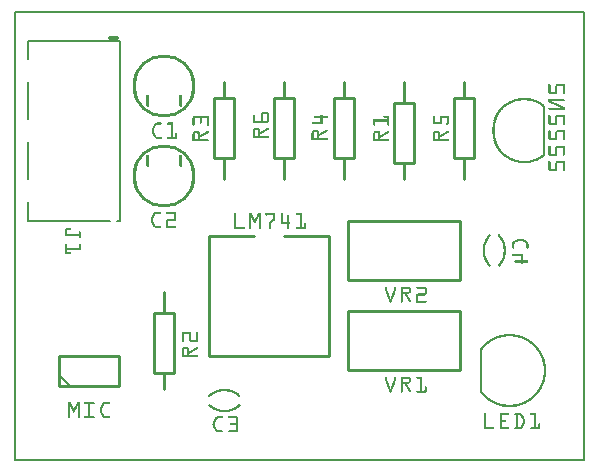
<source format=gto>
G04 MADE WITH FRITZING*
G04 WWW.FRITZING.ORG*
G04 SINGLE SIDED*
G04 HOLES NOT PLATED*
G04 CONTOUR ON CENTER OF CONTOUR VECTOR*
%ASAXBY*%
%FSLAX23Y23*%
%MOIN*%
%OFA0B0*%
%SFA1.0B1.0*%
%ADD10C,0.210000X0.19*%
%ADD11R,1.901570X1.500000X1.885570X1.484000*%
%ADD12C,0.008000*%
%ADD13C,0.010000*%
%ADD14C,0.009722*%
%ADD15C,0.005000*%
%ADD16C,0.006944*%
%ADD17C,0.013889*%
%ADD18R,0.001000X0.001000*%
%LNSILK1*%
G90*
G70*
G54D10*
X500Y1250D03*
X500Y950D03*
G54D12*
X4Y1496D02*
X1898Y1496D01*
X1898Y4D01*
X4Y4D01*
X4Y1496D01*
D02*
G54D13*
X650Y750D02*
X650Y350D01*
X650Y350D02*
X1050Y350D01*
X1050Y350D02*
X1050Y750D01*
D02*
X650Y750D02*
X800Y750D01*
D02*
X900Y750D02*
X1050Y750D01*
D02*
X1500Y938D02*
X1500Y1010D01*
D02*
X1500Y1210D02*
X1500Y1263D01*
D02*
X1467Y1010D02*
X1467Y1210D01*
D02*
X1467Y1210D02*
X1533Y1210D01*
D02*
X1533Y1210D02*
X1533Y1010D01*
D02*
X1533Y1010D02*
X1467Y1010D01*
D02*
X900Y938D02*
X900Y1010D01*
D02*
X900Y1210D02*
X900Y1263D01*
D02*
X867Y1010D02*
X867Y1210D01*
D02*
X867Y1210D02*
X933Y1210D01*
D02*
X933Y1210D02*
X933Y1010D01*
D02*
X933Y1010D02*
X867Y1010D01*
D02*
X1100Y938D02*
X1100Y1010D01*
D02*
X1100Y1210D02*
X1100Y1263D01*
D02*
X1067Y1010D02*
X1067Y1210D01*
D02*
X1067Y1210D02*
X1133Y1210D01*
D02*
X1133Y1210D02*
X1133Y1010D01*
D02*
X1133Y1010D02*
X1067Y1010D01*
D02*
X700Y938D02*
X700Y1010D01*
D02*
X700Y1210D02*
X700Y1263D01*
D02*
X667Y1010D02*
X667Y1210D01*
D02*
X667Y1210D02*
X733Y1210D01*
D02*
X733Y1210D02*
X733Y1010D01*
D02*
X733Y1010D02*
X667Y1010D01*
D02*
X500Y563D02*
X500Y491D01*
D02*
X500Y291D02*
X500Y238D01*
D02*
X533Y491D02*
X533Y291D01*
D02*
X533Y291D02*
X467Y291D01*
D02*
X467Y291D02*
X467Y491D01*
D02*
X467Y491D02*
X533Y491D01*
D02*
X1300Y1263D02*
X1300Y1191D01*
D02*
X1300Y991D02*
X1300Y938D01*
D02*
X1333Y1191D02*
X1333Y991D01*
D02*
X1333Y991D02*
X1267Y991D01*
D02*
X1267Y991D02*
X1267Y1191D01*
D02*
X1267Y1191D02*
X1333Y1191D01*
G54D14*
D02*
X1113Y302D02*
X1487Y302D01*
D02*
X1487Y302D02*
X1487Y498D01*
D02*
X1487Y498D02*
X1113Y498D01*
D02*
X1113Y498D02*
X1113Y302D01*
D02*
X1113Y602D02*
X1487Y602D01*
D02*
X1487Y602D02*
X1487Y798D01*
D02*
X1487Y798D02*
X1113Y798D01*
D02*
X1113Y798D02*
X1113Y602D01*
G54D13*
D02*
X150Y250D02*
X350Y250D01*
X350Y250D02*
X350Y350D01*
X350Y350D02*
X150Y350D01*
X150Y350D02*
X150Y250D01*
G54D15*
D02*
X185Y250D02*
X150Y285D01*
G54D16*
D02*
X354Y1400D02*
X354Y800D01*
D02*
X47Y1400D02*
X354Y1400D01*
D02*
X46Y800D02*
X318Y800D01*
D02*
X47Y1261D02*
X47Y1139D01*
D02*
X46Y1061D02*
X46Y939D01*
D02*
X47Y1400D02*
X47Y1340D01*
D02*
X46Y861D02*
X46Y800D01*
G54D17*
D02*
X342Y1408D02*
X318Y1408D01*
G54D16*
D02*
X354Y800D02*
X342Y800D01*
G54D12*
D02*
X1765Y1018D02*
X1765Y1182D01*
G54D18*
X1782Y1255D02*
X1785Y1255D01*
X1808Y1255D02*
X1834Y1255D01*
X1781Y1254D02*
X1786Y1254D01*
X1807Y1254D02*
X1834Y1254D01*
X1781Y1253D02*
X1786Y1253D01*
X1806Y1253D02*
X1834Y1253D01*
X1781Y1252D02*
X1787Y1252D01*
X1805Y1252D02*
X1834Y1252D01*
X1781Y1251D02*
X1787Y1251D01*
X1805Y1251D02*
X1834Y1251D01*
X1781Y1250D02*
X1787Y1250D01*
X1804Y1250D02*
X1834Y1250D01*
X1781Y1249D02*
X1787Y1249D01*
X1804Y1249D02*
X1834Y1249D01*
X1781Y1248D02*
X1787Y1248D01*
X1804Y1248D02*
X1810Y1248D01*
X1828Y1248D02*
X1834Y1248D01*
X1781Y1247D02*
X1787Y1247D01*
X1804Y1247D02*
X1810Y1247D01*
X1828Y1247D02*
X1834Y1247D01*
X1781Y1246D02*
X1787Y1246D01*
X1804Y1246D02*
X1810Y1246D01*
X1828Y1246D02*
X1834Y1246D01*
X1781Y1245D02*
X1787Y1245D01*
X1804Y1245D02*
X1810Y1245D01*
X1828Y1245D02*
X1834Y1245D01*
X1781Y1244D02*
X1787Y1244D01*
X1804Y1244D02*
X1810Y1244D01*
X1828Y1244D02*
X1834Y1244D01*
X1781Y1243D02*
X1787Y1243D01*
X1804Y1243D02*
X1810Y1243D01*
X1828Y1243D02*
X1834Y1243D01*
X1781Y1242D02*
X1787Y1242D01*
X1804Y1242D02*
X1810Y1242D01*
X1828Y1242D02*
X1834Y1242D01*
X1781Y1241D02*
X1787Y1241D01*
X1804Y1241D02*
X1810Y1241D01*
X1828Y1241D02*
X1834Y1241D01*
X1781Y1240D02*
X1787Y1240D01*
X1804Y1240D02*
X1810Y1240D01*
X1828Y1240D02*
X1834Y1240D01*
X1781Y1239D02*
X1787Y1239D01*
X1804Y1239D02*
X1810Y1239D01*
X1828Y1239D02*
X1834Y1239D01*
X1781Y1238D02*
X1787Y1238D01*
X1804Y1238D02*
X1810Y1238D01*
X1828Y1238D02*
X1834Y1238D01*
X1781Y1237D02*
X1787Y1237D01*
X1804Y1237D02*
X1810Y1237D01*
X1828Y1237D02*
X1834Y1237D01*
X1781Y1236D02*
X1787Y1236D01*
X1804Y1236D02*
X1810Y1236D01*
X1828Y1236D02*
X1834Y1236D01*
X1781Y1235D02*
X1787Y1235D01*
X1804Y1235D02*
X1810Y1235D01*
X1828Y1235D02*
X1834Y1235D01*
X1781Y1234D02*
X1787Y1234D01*
X1804Y1234D02*
X1810Y1234D01*
X1828Y1234D02*
X1834Y1234D01*
X1781Y1233D02*
X1787Y1233D01*
X1804Y1233D02*
X1810Y1233D01*
X1828Y1233D02*
X1834Y1233D01*
X1781Y1232D02*
X1787Y1232D01*
X1804Y1232D02*
X1810Y1232D01*
X1828Y1232D02*
X1834Y1232D01*
X1781Y1231D02*
X1787Y1231D01*
X1804Y1231D02*
X1810Y1231D01*
X1828Y1231D02*
X1834Y1231D01*
X1781Y1230D02*
X1787Y1230D01*
X1804Y1230D02*
X1810Y1230D01*
X1828Y1230D02*
X1834Y1230D01*
X1781Y1229D02*
X1787Y1229D01*
X1804Y1229D02*
X1810Y1229D01*
X1828Y1229D02*
X1834Y1229D01*
X1781Y1228D02*
X1810Y1228D01*
X1828Y1228D02*
X1834Y1228D01*
X1781Y1227D02*
X1810Y1227D01*
X1828Y1227D02*
X1834Y1227D01*
X1781Y1226D02*
X1810Y1226D01*
X1828Y1226D02*
X1834Y1226D01*
X1782Y1225D02*
X1809Y1225D01*
X1828Y1225D02*
X1834Y1225D01*
X1782Y1224D02*
X1808Y1224D01*
X1828Y1224D02*
X1834Y1224D01*
X1783Y1223D02*
X1807Y1223D01*
X1828Y1223D02*
X1833Y1223D01*
X1785Y1222D02*
X1806Y1222D01*
X1829Y1222D02*
X1832Y1222D01*
X443Y1220D02*
X448Y1220D01*
X553Y1220D02*
X558Y1220D01*
X442Y1219D02*
X449Y1219D01*
X552Y1219D02*
X559Y1219D01*
X441Y1218D02*
X450Y1218D01*
X551Y1218D02*
X560Y1218D01*
X441Y1217D02*
X450Y1217D01*
X551Y1217D02*
X560Y1217D01*
X440Y1216D02*
X450Y1216D01*
X550Y1216D02*
X560Y1216D01*
X440Y1215D02*
X450Y1215D01*
X550Y1215D02*
X560Y1215D01*
X440Y1214D02*
X450Y1214D01*
X550Y1214D02*
X560Y1214D01*
X440Y1213D02*
X450Y1213D01*
X550Y1213D02*
X560Y1213D01*
X440Y1212D02*
X450Y1212D01*
X550Y1212D02*
X560Y1212D01*
X440Y1211D02*
X450Y1211D01*
X550Y1211D02*
X560Y1211D01*
X440Y1210D02*
X450Y1210D01*
X550Y1210D02*
X560Y1210D01*
X440Y1209D02*
X450Y1209D01*
X550Y1209D02*
X560Y1209D01*
X1691Y1209D02*
X1708Y1209D01*
X440Y1208D02*
X450Y1208D01*
X550Y1208D02*
X560Y1208D01*
X1683Y1208D02*
X1717Y1208D01*
X440Y1207D02*
X450Y1207D01*
X550Y1207D02*
X560Y1207D01*
X1678Y1207D02*
X1722Y1207D01*
X440Y1206D02*
X450Y1206D01*
X550Y1206D02*
X560Y1206D01*
X1673Y1206D02*
X1726Y1206D01*
X440Y1205D02*
X450Y1205D01*
X550Y1205D02*
X560Y1205D01*
X1670Y1205D02*
X1730Y1205D01*
X440Y1204D02*
X450Y1204D01*
X550Y1204D02*
X560Y1204D01*
X1666Y1204D02*
X1733Y1204D01*
X1781Y1204D02*
X1832Y1204D01*
X440Y1203D02*
X450Y1203D01*
X550Y1203D02*
X560Y1203D01*
X1664Y1203D02*
X1736Y1203D01*
X1781Y1203D02*
X1833Y1203D01*
X440Y1202D02*
X450Y1202D01*
X550Y1202D02*
X560Y1202D01*
X1661Y1202D02*
X1739Y1202D01*
X1781Y1202D02*
X1834Y1202D01*
X440Y1201D02*
X450Y1201D01*
X550Y1201D02*
X560Y1201D01*
X1658Y1201D02*
X1689Y1201D01*
X1711Y1201D02*
X1741Y1201D01*
X1781Y1201D02*
X1834Y1201D01*
X440Y1200D02*
X450Y1200D01*
X550Y1200D02*
X560Y1200D01*
X1656Y1200D02*
X1682Y1200D01*
X1718Y1200D02*
X1744Y1200D01*
X1781Y1200D02*
X1834Y1200D01*
X440Y1199D02*
X450Y1199D01*
X550Y1199D02*
X560Y1199D01*
X1654Y1199D02*
X1677Y1199D01*
X1723Y1199D02*
X1746Y1199D01*
X1781Y1199D02*
X1833Y1199D01*
X440Y1198D02*
X450Y1198D01*
X550Y1198D02*
X560Y1198D01*
X1652Y1198D02*
X1673Y1198D01*
X1727Y1198D02*
X1748Y1198D01*
X1781Y1198D02*
X1832Y1198D01*
X440Y1197D02*
X450Y1197D01*
X550Y1197D02*
X560Y1197D01*
X1650Y1197D02*
X1670Y1197D01*
X1731Y1197D02*
X1750Y1197D01*
X1781Y1197D02*
X1793Y1197D01*
X440Y1196D02*
X450Y1196D01*
X550Y1196D02*
X560Y1196D01*
X1648Y1196D02*
X1667Y1196D01*
X1733Y1196D02*
X1752Y1196D01*
X1781Y1196D02*
X1796Y1196D01*
X440Y1195D02*
X450Y1195D01*
X550Y1195D02*
X560Y1195D01*
X1646Y1195D02*
X1664Y1195D01*
X1736Y1195D02*
X1754Y1195D01*
X1782Y1195D02*
X1798Y1195D01*
X440Y1194D02*
X450Y1194D01*
X550Y1194D02*
X560Y1194D01*
X1645Y1194D02*
X1661Y1194D01*
X1739Y1194D02*
X1755Y1194D01*
X1784Y1194D02*
X1800Y1194D01*
X440Y1193D02*
X450Y1193D01*
X550Y1193D02*
X560Y1193D01*
X1643Y1193D02*
X1659Y1193D01*
X1741Y1193D02*
X1757Y1193D01*
X1786Y1193D02*
X1802Y1193D01*
X440Y1192D02*
X450Y1192D01*
X550Y1192D02*
X560Y1192D01*
X1641Y1192D02*
X1657Y1192D01*
X1743Y1192D02*
X1759Y1192D01*
X1788Y1192D02*
X1805Y1192D01*
X440Y1191D02*
X450Y1191D01*
X550Y1191D02*
X560Y1191D01*
X1640Y1191D02*
X1655Y1191D01*
X1745Y1191D02*
X1760Y1191D01*
X1790Y1191D02*
X1807Y1191D01*
X440Y1190D02*
X450Y1190D01*
X550Y1190D02*
X560Y1190D01*
X1638Y1190D02*
X1653Y1190D01*
X1747Y1190D02*
X1762Y1190D01*
X1793Y1190D02*
X1809Y1190D01*
X440Y1189D02*
X450Y1189D01*
X550Y1189D02*
X560Y1189D01*
X1637Y1189D02*
X1651Y1189D01*
X1749Y1189D02*
X1763Y1189D01*
X1795Y1189D02*
X1812Y1189D01*
X440Y1188D02*
X450Y1188D01*
X550Y1188D02*
X560Y1188D01*
X1636Y1188D02*
X1649Y1188D01*
X1751Y1188D02*
X1764Y1188D01*
X1797Y1188D02*
X1814Y1188D01*
X440Y1187D02*
X450Y1187D01*
X550Y1187D02*
X560Y1187D01*
X1634Y1187D02*
X1647Y1187D01*
X1753Y1187D02*
X1766Y1187D01*
X1800Y1187D02*
X1816Y1187D01*
X440Y1186D02*
X450Y1186D01*
X550Y1186D02*
X560Y1186D01*
X1633Y1186D02*
X1646Y1186D01*
X1754Y1186D02*
X1767Y1186D01*
X1802Y1186D02*
X1818Y1186D01*
X440Y1185D02*
X450Y1185D01*
X550Y1185D02*
X560Y1185D01*
X1632Y1185D02*
X1644Y1185D01*
X1756Y1185D02*
X1766Y1185D01*
X1804Y1185D02*
X1821Y1185D01*
X441Y1184D02*
X450Y1184D01*
X551Y1184D02*
X560Y1184D01*
X1631Y1184D02*
X1643Y1184D01*
X1757Y1184D02*
X1765Y1184D01*
X1806Y1184D02*
X1823Y1184D01*
X441Y1183D02*
X450Y1183D01*
X551Y1183D02*
X560Y1183D01*
X1629Y1183D02*
X1641Y1183D01*
X1759Y1183D02*
X1765Y1183D01*
X1809Y1183D02*
X1825Y1183D01*
X442Y1182D02*
X449Y1182D01*
X552Y1182D02*
X559Y1182D01*
X1628Y1182D02*
X1640Y1182D01*
X1760Y1182D02*
X1764Y1182D01*
X1811Y1182D02*
X1828Y1182D01*
X443Y1181D02*
X448Y1181D01*
X553Y1181D02*
X558Y1181D01*
X1627Y1181D02*
X1638Y1181D01*
X1761Y1181D02*
X1763Y1181D01*
X1813Y1181D02*
X1830Y1181D01*
X1626Y1180D02*
X1637Y1180D01*
X1816Y1180D02*
X1832Y1180D01*
X1625Y1179D02*
X1636Y1179D01*
X1818Y1179D02*
X1833Y1179D01*
X1624Y1178D02*
X1635Y1178D01*
X1820Y1178D02*
X1834Y1178D01*
X1622Y1177D02*
X1633Y1177D01*
X1821Y1177D02*
X1834Y1177D01*
X1621Y1176D02*
X1632Y1176D01*
X1782Y1176D02*
X1834Y1176D01*
X1620Y1175D02*
X1631Y1175D01*
X1781Y1175D02*
X1834Y1175D01*
X1619Y1174D02*
X1630Y1174D01*
X1781Y1174D02*
X1834Y1174D01*
X1618Y1173D02*
X1629Y1173D01*
X1781Y1173D02*
X1834Y1173D01*
X1618Y1172D02*
X1628Y1172D01*
X1781Y1172D02*
X1834Y1172D01*
X1617Y1171D02*
X1627Y1171D01*
X1782Y1171D02*
X1834Y1171D01*
X1616Y1170D02*
X1626Y1170D01*
X1784Y1170D02*
X1833Y1170D01*
X1615Y1169D02*
X1625Y1169D01*
X1615Y1168D02*
X1624Y1168D01*
X1614Y1167D02*
X1623Y1167D01*
X1613Y1166D02*
X1623Y1166D01*
X1613Y1165D02*
X1622Y1165D01*
X1612Y1164D02*
X1621Y1164D01*
X1611Y1163D02*
X1620Y1163D01*
X1611Y1162D02*
X1619Y1162D01*
X825Y1161D02*
X846Y1161D01*
X1610Y1161D02*
X1619Y1161D01*
X824Y1160D02*
X847Y1160D01*
X1609Y1160D02*
X1618Y1160D01*
X823Y1159D02*
X848Y1159D01*
X1609Y1159D02*
X1617Y1159D01*
X823Y1158D02*
X848Y1158D01*
X1608Y1158D02*
X1617Y1158D01*
X823Y1157D02*
X848Y1157D01*
X1607Y1157D02*
X1616Y1157D01*
X823Y1156D02*
X848Y1156D01*
X1607Y1156D02*
X1616Y1156D01*
X823Y1155D02*
X848Y1155D01*
X1606Y1155D02*
X1615Y1155D01*
X798Y1154D02*
X799Y1154D01*
X823Y1154D02*
X829Y1154D01*
X842Y1154D02*
X848Y1154D01*
X1606Y1154D02*
X1615Y1154D01*
X796Y1153D02*
X800Y1153D01*
X823Y1153D02*
X829Y1153D01*
X842Y1153D02*
X848Y1153D01*
X1022Y1153D02*
X1026Y1153D01*
X1605Y1153D02*
X1614Y1153D01*
X1784Y1153D02*
X1784Y1153D01*
X1810Y1153D02*
X1833Y1153D01*
X796Y1152D02*
X801Y1152D01*
X823Y1152D02*
X829Y1152D01*
X842Y1152D02*
X848Y1152D01*
X1021Y1152D02*
X1027Y1152D01*
X1605Y1152D02*
X1613Y1152D01*
X1782Y1152D02*
X1786Y1152D01*
X1808Y1152D02*
X1834Y1152D01*
X795Y1151D02*
X801Y1151D01*
X823Y1151D02*
X829Y1151D01*
X842Y1151D02*
X848Y1151D01*
X1021Y1151D02*
X1027Y1151D01*
X1604Y1151D02*
X1613Y1151D01*
X1781Y1151D02*
X1786Y1151D01*
X1806Y1151D02*
X1834Y1151D01*
X599Y1150D02*
X616Y1150D01*
X626Y1150D02*
X643Y1150D01*
X795Y1150D02*
X801Y1150D01*
X823Y1150D02*
X829Y1150D01*
X842Y1150D02*
X848Y1150D01*
X1021Y1150D02*
X1027Y1150D01*
X1231Y1150D02*
X1249Y1150D01*
X1603Y1150D02*
X1612Y1150D01*
X1781Y1150D02*
X1787Y1150D01*
X1806Y1150D02*
X1834Y1150D01*
X597Y1149D02*
X619Y1149D01*
X624Y1149D02*
X645Y1149D01*
X795Y1149D02*
X801Y1149D01*
X823Y1149D02*
X829Y1149D01*
X842Y1149D02*
X848Y1149D01*
X999Y1149D02*
X1043Y1149D01*
X1230Y1149D02*
X1249Y1149D01*
X1397Y1149D02*
X1399Y1149D01*
X1423Y1149D02*
X1444Y1149D01*
X1603Y1149D02*
X1612Y1149D01*
X1781Y1149D02*
X1787Y1149D01*
X1805Y1149D02*
X1834Y1149D01*
X596Y1148D02*
X620Y1148D01*
X622Y1148D02*
X646Y1148D01*
X795Y1148D02*
X801Y1148D01*
X823Y1148D02*
X829Y1148D01*
X842Y1148D02*
X848Y1148D01*
X998Y1148D02*
X1044Y1148D01*
X1230Y1148D02*
X1250Y1148D01*
X1396Y1148D02*
X1400Y1148D01*
X1421Y1148D02*
X1446Y1148D01*
X1603Y1148D02*
X1611Y1148D01*
X1781Y1148D02*
X1787Y1148D01*
X1805Y1148D02*
X1834Y1148D01*
X596Y1147D02*
X647Y1147D01*
X795Y1147D02*
X801Y1147D01*
X823Y1147D02*
X829Y1147D01*
X842Y1147D02*
X848Y1147D01*
X998Y1147D02*
X1044Y1147D01*
X1230Y1147D02*
X1250Y1147D01*
X1395Y1147D02*
X1401Y1147D01*
X1420Y1147D02*
X1447Y1147D01*
X1602Y1147D02*
X1611Y1147D01*
X1781Y1147D02*
X1787Y1147D01*
X1804Y1147D02*
X1834Y1147D01*
X595Y1146D02*
X647Y1146D01*
X795Y1146D02*
X801Y1146D01*
X823Y1146D02*
X829Y1146D01*
X842Y1146D02*
X848Y1146D01*
X997Y1146D02*
X1045Y1146D01*
X1230Y1146D02*
X1250Y1146D01*
X1395Y1146D02*
X1401Y1146D01*
X1420Y1146D02*
X1447Y1146D01*
X1602Y1146D02*
X1611Y1146D01*
X1781Y1146D02*
X1787Y1146D01*
X1804Y1146D02*
X1811Y1146D01*
X1827Y1146D02*
X1834Y1146D01*
X595Y1145D02*
X647Y1145D01*
X795Y1145D02*
X801Y1145D01*
X823Y1145D02*
X829Y1145D01*
X842Y1145D02*
X848Y1145D01*
X998Y1145D02*
X1044Y1145D01*
X1231Y1145D02*
X1250Y1145D01*
X1395Y1145D02*
X1401Y1145D01*
X1419Y1145D02*
X1448Y1145D01*
X1601Y1145D02*
X1610Y1145D01*
X1781Y1145D02*
X1787Y1145D01*
X1804Y1145D02*
X1810Y1145D01*
X1828Y1145D02*
X1834Y1145D01*
X595Y1144D02*
X648Y1144D01*
X795Y1144D02*
X801Y1144D01*
X823Y1144D02*
X829Y1144D01*
X842Y1144D02*
X848Y1144D01*
X998Y1144D02*
X1044Y1144D01*
X1233Y1144D02*
X1250Y1144D01*
X1395Y1144D02*
X1401Y1144D01*
X1419Y1144D02*
X1448Y1144D01*
X1601Y1144D02*
X1610Y1144D01*
X1781Y1144D02*
X1787Y1144D01*
X1804Y1144D02*
X1810Y1144D01*
X1828Y1144D02*
X1834Y1144D01*
X595Y1143D02*
X601Y1143D01*
X616Y1143D02*
X626Y1143D01*
X642Y1143D02*
X648Y1143D01*
X795Y1143D02*
X801Y1143D01*
X823Y1143D02*
X829Y1143D01*
X842Y1143D02*
X848Y1143D01*
X1000Y1143D02*
X1042Y1143D01*
X1244Y1143D02*
X1250Y1143D01*
X1395Y1143D02*
X1401Y1143D01*
X1419Y1143D02*
X1448Y1143D01*
X1600Y1143D02*
X1609Y1143D01*
X1781Y1143D02*
X1787Y1143D01*
X1804Y1143D02*
X1810Y1143D01*
X1828Y1143D02*
X1834Y1143D01*
X594Y1142D02*
X601Y1142D01*
X617Y1142D02*
X625Y1142D01*
X642Y1142D02*
X648Y1142D01*
X795Y1142D02*
X801Y1142D01*
X823Y1142D02*
X829Y1142D01*
X842Y1142D02*
X848Y1142D01*
X1021Y1142D02*
X1027Y1142D01*
X1244Y1142D02*
X1250Y1142D01*
X1395Y1142D02*
X1401Y1142D01*
X1419Y1142D02*
X1425Y1142D01*
X1442Y1142D02*
X1448Y1142D01*
X1600Y1142D02*
X1609Y1142D01*
X1781Y1142D02*
X1787Y1142D01*
X1804Y1142D02*
X1810Y1142D01*
X1828Y1142D02*
X1834Y1142D01*
X594Y1141D02*
X601Y1141D01*
X618Y1141D02*
X624Y1141D01*
X642Y1141D02*
X648Y1141D01*
X795Y1141D02*
X801Y1141D01*
X823Y1141D02*
X829Y1141D01*
X842Y1141D02*
X848Y1141D01*
X1021Y1141D02*
X1027Y1141D01*
X1244Y1141D02*
X1250Y1141D01*
X1395Y1141D02*
X1401Y1141D01*
X1419Y1141D02*
X1425Y1141D01*
X1442Y1141D02*
X1448Y1141D01*
X1599Y1141D02*
X1608Y1141D01*
X1781Y1141D02*
X1787Y1141D01*
X1804Y1141D02*
X1810Y1141D01*
X1828Y1141D02*
X1834Y1141D01*
X594Y1140D02*
X601Y1140D01*
X618Y1140D02*
X624Y1140D01*
X642Y1140D02*
X648Y1140D01*
X795Y1140D02*
X801Y1140D01*
X823Y1140D02*
X829Y1140D01*
X842Y1140D02*
X848Y1140D01*
X1021Y1140D02*
X1027Y1140D01*
X1244Y1140D02*
X1250Y1140D01*
X1395Y1140D02*
X1401Y1140D01*
X1419Y1140D02*
X1425Y1140D01*
X1442Y1140D02*
X1448Y1140D01*
X1599Y1140D02*
X1608Y1140D01*
X1781Y1140D02*
X1787Y1140D01*
X1804Y1140D02*
X1810Y1140D01*
X1828Y1140D02*
X1834Y1140D01*
X594Y1139D02*
X601Y1139D01*
X618Y1139D02*
X624Y1139D01*
X642Y1139D02*
X648Y1139D01*
X795Y1139D02*
X801Y1139D01*
X823Y1139D02*
X829Y1139D01*
X842Y1139D02*
X848Y1139D01*
X1021Y1139D02*
X1027Y1139D01*
X1244Y1139D02*
X1250Y1139D01*
X1395Y1139D02*
X1401Y1139D01*
X1419Y1139D02*
X1425Y1139D01*
X1442Y1139D02*
X1448Y1139D01*
X1599Y1139D02*
X1608Y1139D01*
X1781Y1139D02*
X1787Y1139D01*
X1804Y1139D02*
X1810Y1139D01*
X1828Y1139D02*
X1834Y1139D01*
X594Y1138D02*
X601Y1138D01*
X618Y1138D02*
X624Y1138D01*
X642Y1138D02*
X648Y1138D01*
X795Y1138D02*
X801Y1138D01*
X823Y1138D02*
X829Y1138D01*
X842Y1138D02*
X848Y1138D01*
X1021Y1138D02*
X1027Y1138D01*
X1244Y1138D02*
X1250Y1138D01*
X1395Y1138D02*
X1401Y1138D01*
X1419Y1138D02*
X1425Y1138D01*
X1442Y1138D02*
X1448Y1138D01*
X1598Y1138D02*
X1607Y1138D01*
X1781Y1138D02*
X1787Y1138D01*
X1804Y1138D02*
X1810Y1138D01*
X1828Y1138D02*
X1834Y1138D01*
X594Y1137D02*
X601Y1137D01*
X618Y1137D02*
X624Y1137D01*
X642Y1137D02*
X648Y1137D01*
X795Y1137D02*
X801Y1137D01*
X823Y1137D02*
X829Y1137D01*
X842Y1137D02*
X848Y1137D01*
X1021Y1137D02*
X1027Y1137D01*
X1197Y1137D02*
X1250Y1137D01*
X1395Y1137D02*
X1401Y1137D01*
X1419Y1137D02*
X1425Y1137D01*
X1442Y1137D02*
X1448Y1137D01*
X1598Y1137D02*
X1607Y1137D01*
X1781Y1137D02*
X1787Y1137D01*
X1804Y1137D02*
X1810Y1137D01*
X1828Y1137D02*
X1834Y1137D01*
X594Y1136D02*
X601Y1136D01*
X618Y1136D02*
X624Y1136D01*
X642Y1136D02*
X648Y1136D01*
X795Y1136D02*
X801Y1136D01*
X823Y1136D02*
X829Y1136D01*
X842Y1136D02*
X848Y1136D01*
X1021Y1136D02*
X1027Y1136D01*
X1197Y1136D02*
X1250Y1136D01*
X1395Y1136D02*
X1401Y1136D01*
X1419Y1136D02*
X1425Y1136D01*
X1442Y1136D02*
X1448Y1136D01*
X1598Y1136D02*
X1607Y1136D01*
X1781Y1136D02*
X1787Y1136D01*
X1804Y1136D02*
X1810Y1136D01*
X1828Y1136D02*
X1834Y1136D01*
X594Y1135D02*
X601Y1135D01*
X618Y1135D02*
X624Y1135D01*
X642Y1135D02*
X648Y1135D01*
X795Y1135D02*
X801Y1135D01*
X823Y1135D02*
X829Y1135D01*
X842Y1135D02*
X848Y1135D01*
X1021Y1135D02*
X1027Y1135D01*
X1197Y1135D02*
X1250Y1135D01*
X1395Y1135D02*
X1401Y1135D01*
X1419Y1135D02*
X1425Y1135D01*
X1442Y1135D02*
X1448Y1135D01*
X1597Y1135D02*
X1606Y1135D01*
X1781Y1135D02*
X1787Y1135D01*
X1804Y1135D02*
X1810Y1135D01*
X1828Y1135D02*
X1834Y1135D01*
X594Y1134D02*
X601Y1134D01*
X618Y1134D02*
X624Y1134D01*
X642Y1134D02*
X648Y1134D01*
X795Y1134D02*
X801Y1134D01*
X823Y1134D02*
X829Y1134D01*
X842Y1134D02*
X848Y1134D01*
X1021Y1134D02*
X1027Y1134D01*
X1197Y1134D02*
X1250Y1134D01*
X1395Y1134D02*
X1401Y1134D01*
X1419Y1134D02*
X1425Y1134D01*
X1442Y1134D02*
X1448Y1134D01*
X1597Y1134D02*
X1606Y1134D01*
X1781Y1134D02*
X1787Y1134D01*
X1804Y1134D02*
X1810Y1134D01*
X1828Y1134D02*
X1834Y1134D01*
X594Y1133D02*
X601Y1133D01*
X618Y1133D02*
X624Y1133D01*
X642Y1133D02*
X648Y1133D01*
X795Y1133D02*
X848Y1133D01*
X1021Y1133D02*
X1027Y1133D01*
X1197Y1133D02*
X1250Y1133D01*
X1395Y1133D02*
X1401Y1133D01*
X1419Y1133D02*
X1425Y1133D01*
X1442Y1133D02*
X1448Y1133D01*
X1597Y1133D02*
X1606Y1133D01*
X1781Y1133D02*
X1787Y1133D01*
X1804Y1133D02*
X1810Y1133D01*
X1828Y1133D02*
X1834Y1133D01*
X594Y1132D02*
X601Y1132D01*
X618Y1132D02*
X624Y1132D01*
X642Y1132D02*
X648Y1132D01*
X795Y1132D02*
X848Y1132D01*
X1021Y1132D02*
X1027Y1132D01*
X1197Y1132D02*
X1250Y1132D01*
X1395Y1132D02*
X1401Y1132D01*
X1419Y1132D02*
X1425Y1132D01*
X1442Y1132D02*
X1448Y1132D01*
X1598Y1132D02*
X1605Y1132D01*
X1781Y1132D02*
X1787Y1132D01*
X1804Y1132D02*
X1810Y1132D01*
X1828Y1132D02*
X1834Y1132D01*
X594Y1131D02*
X601Y1131D01*
X618Y1131D02*
X624Y1131D01*
X642Y1131D02*
X648Y1131D01*
X795Y1131D02*
X848Y1131D01*
X1021Y1131D02*
X1027Y1131D01*
X1197Y1131D02*
X1250Y1131D01*
X1395Y1131D02*
X1401Y1131D01*
X1419Y1131D02*
X1425Y1131D01*
X1442Y1131D02*
X1448Y1131D01*
X1598Y1131D02*
X1605Y1131D01*
X1781Y1131D02*
X1787Y1131D01*
X1804Y1131D02*
X1810Y1131D01*
X1828Y1131D02*
X1834Y1131D01*
X594Y1130D02*
X601Y1130D01*
X618Y1130D02*
X624Y1130D01*
X642Y1130D02*
X648Y1130D01*
X795Y1130D02*
X848Y1130D01*
X1021Y1130D02*
X1027Y1130D01*
X1197Y1130D02*
X1203Y1130D01*
X1244Y1130D02*
X1250Y1130D01*
X1395Y1130D02*
X1401Y1130D01*
X1419Y1130D02*
X1425Y1130D01*
X1442Y1130D02*
X1448Y1130D01*
X1598Y1130D02*
X1605Y1130D01*
X1781Y1130D02*
X1787Y1130D01*
X1804Y1130D02*
X1810Y1130D01*
X1828Y1130D02*
X1834Y1130D01*
X594Y1129D02*
X601Y1129D01*
X618Y1129D02*
X624Y1129D01*
X642Y1129D02*
X648Y1129D01*
X796Y1129D02*
X848Y1129D01*
X995Y1129D02*
X1027Y1129D01*
X1197Y1129D02*
X1203Y1129D01*
X1244Y1129D02*
X1250Y1129D01*
X1395Y1129D02*
X1401Y1129D01*
X1418Y1129D02*
X1425Y1129D01*
X1442Y1129D02*
X1448Y1129D01*
X1597Y1129D02*
X1605Y1129D01*
X1781Y1129D02*
X1787Y1129D01*
X1804Y1129D02*
X1810Y1129D01*
X1828Y1129D02*
X1834Y1129D01*
X594Y1128D02*
X601Y1128D01*
X618Y1128D02*
X624Y1128D01*
X642Y1128D02*
X648Y1128D01*
X796Y1128D02*
X848Y1128D01*
X993Y1128D02*
X1027Y1128D01*
X1197Y1128D02*
X1203Y1128D01*
X1244Y1128D02*
X1250Y1128D01*
X1395Y1128D02*
X1425Y1128D01*
X1442Y1128D02*
X1448Y1128D01*
X1597Y1128D02*
X1604Y1128D01*
X1781Y1128D02*
X1787Y1128D01*
X1804Y1128D02*
X1810Y1128D01*
X1828Y1128D02*
X1834Y1128D01*
X476Y1127D02*
X488Y1127D01*
X512Y1127D02*
X528Y1127D01*
X594Y1127D02*
X601Y1127D01*
X618Y1127D02*
X624Y1127D01*
X642Y1127D02*
X648Y1127D01*
X797Y1127D02*
X846Y1127D01*
X992Y1127D02*
X1027Y1127D01*
X1197Y1127D02*
X1203Y1127D01*
X1244Y1127D02*
X1250Y1127D01*
X1395Y1127D02*
X1425Y1127D01*
X1442Y1127D02*
X1448Y1127D01*
X1597Y1127D02*
X1604Y1127D01*
X1781Y1127D02*
X1787Y1127D01*
X1804Y1127D02*
X1810Y1127D01*
X1828Y1127D02*
X1834Y1127D01*
X472Y1126D02*
X491Y1126D01*
X510Y1126D02*
X529Y1126D01*
X594Y1126D02*
X601Y1126D01*
X618Y1126D02*
X624Y1126D01*
X642Y1126D02*
X648Y1126D01*
X992Y1126D02*
X1027Y1126D01*
X1197Y1126D02*
X1203Y1126D01*
X1244Y1126D02*
X1250Y1126D01*
X1395Y1126D02*
X1425Y1126D01*
X1442Y1126D02*
X1448Y1126D01*
X1597Y1126D02*
X1604Y1126D01*
X1781Y1126D02*
X1787Y1126D01*
X1804Y1126D02*
X1810Y1126D01*
X1828Y1126D02*
X1834Y1126D01*
X470Y1125D02*
X491Y1125D01*
X510Y1125D02*
X529Y1125D01*
X594Y1125D02*
X601Y1125D01*
X618Y1125D02*
X624Y1125D01*
X642Y1125D02*
X648Y1125D01*
X992Y1125D02*
X1027Y1125D01*
X1197Y1125D02*
X1203Y1125D01*
X1244Y1125D02*
X1250Y1125D01*
X1395Y1125D02*
X1425Y1125D01*
X1442Y1125D02*
X1448Y1125D01*
X1596Y1125D02*
X1603Y1125D01*
X1781Y1125D02*
X1810Y1125D01*
X1828Y1125D02*
X1834Y1125D01*
X469Y1124D02*
X492Y1124D01*
X509Y1124D02*
X529Y1124D01*
X594Y1124D02*
X601Y1124D01*
X619Y1124D02*
X623Y1124D01*
X642Y1124D02*
X648Y1124D01*
X992Y1124D02*
X1027Y1124D01*
X1197Y1124D02*
X1203Y1124D01*
X1244Y1124D02*
X1250Y1124D01*
X1395Y1124D02*
X1425Y1124D01*
X1441Y1124D02*
X1448Y1124D01*
X1596Y1124D02*
X1603Y1124D01*
X1781Y1124D02*
X1810Y1124D01*
X1828Y1124D02*
X1834Y1124D01*
X468Y1123D02*
X491Y1123D01*
X509Y1123D02*
X529Y1123D01*
X594Y1123D02*
X601Y1123D01*
X620Y1123D02*
X622Y1123D01*
X642Y1123D02*
X648Y1123D01*
X993Y1123D02*
X1027Y1123D01*
X1197Y1123D02*
X1203Y1123D01*
X1244Y1123D02*
X1250Y1123D01*
X1395Y1123D02*
X1425Y1123D01*
X1441Y1123D02*
X1447Y1123D01*
X1596Y1123D02*
X1603Y1123D01*
X1781Y1123D02*
X1810Y1123D01*
X1828Y1123D02*
X1834Y1123D01*
X467Y1122D02*
X491Y1122D01*
X510Y1122D02*
X529Y1122D01*
X594Y1122D02*
X601Y1122D01*
X642Y1122D02*
X648Y1122D01*
X1197Y1122D02*
X1203Y1122D01*
X1244Y1122D02*
X1250Y1122D01*
X1395Y1122D02*
X1424Y1122D01*
X1440Y1122D02*
X1447Y1122D01*
X1596Y1122D02*
X1603Y1122D01*
X1782Y1122D02*
X1809Y1122D01*
X1828Y1122D02*
X1834Y1122D01*
X467Y1121D02*
X490Y1121D01*
X511Y1121D02*
X529Y1121D01*
X594Y1121D02*
X601Y1121D01*
X642Y1121D02*
X648Y1121D01*
X1197Y1121D02*
X1203Y1121D01*
X1244Y1121D02*
X1250Y1121D01*
X1440Y1121D02*
X1446Y1121D01*
X1596Y1121D02*
X1603Y1121D01*
X1782Y1121D02*
X1808Y1121D01*
X1828Y1121D02*
X1834Y1121D01*
X466Y1120D02*
X475Y1120D01*
X523Y1120D02*
X529Y1120D01*
X594Y1120D02*
X601Y1120D01*
X642Y1120D02*
X648Y1120D01*
X1197Y1120D02*
X1203Y1120D01*
X1244Y1120D02*
X1250Y1120D01*
X1440Y1120D02*
X1446Y1120D01*
X1595Y1120D02*
X1603Y1120D01*
X1784Y1120D02*
X1807Y1120D01*
X1828Y1120D02*
X1833Y1120D01*
X466Y1119D02*
X473Y1119D01*
X523Y1119D02*
X529Y1119D01*
X595Y1119D02*
X600Y1119D01*
X642Y1119D02*
X648Y1119D01*
X1197Y1119D02*
X1203Y1119D01*
X1244Y1119D02*
X1250Y1119D01*
X1441Y1119D02*
X1445Y1119D01*
X1595Y1119D02*
X1602Y1119D01*
X1785Y1119D02*
X1806Y1119D01*
X1830Y1119D02*
X1832Y1119D01*
X465Y1118D02*
X472Y1118D01*
X523Y1118D02*
X529Y1118D01*
X595Y1118D02*
X600Y1118D01*
X642Y1118D02*
X647Y1118D01*
X1197Y1118D02*
X1202Y1118D01*
X1244Y1118D02*
X1249Y1118D01*
X1443Y1118D02*
X1444Y1118D01*
X1595Y1118D02*
X1602Y1118D01*
X465Y1117D02*
X472Y1117D01*
X523Y1117D02*
X529Y1117D01*
X595Y1117D02*
X600Y1117D01*
X643Y1117D02*
X647Y1117D01*
X1198Y1117D02*
X1201Y1117D01*
X1246Y1117D02*
X1248Y1117D01*
X1595Y1117D02*
X1602Y1117D01*
X464Y1116D02*
X471Y1116D01*
X523Y1116D02*
X529Y1116D01*
X597Y1116D02*
X598Y1116D01*
X644Y1116D02*
X645Y1116D01*
X1595Y1116D02*
X1602Y1116D01*
X464Y1115D02*
X471Y1115D01*
X523Y1115D02*
X529Y1115D01*
X1595Y1115D02*
X1602Y1115D01*
X463Y1114D02*
X470Y1114D01*
X523Y1114D02*
X529Y1114D01*
X1595Y1114D02*
X1602Y1114D01*
X463Y1113D02*
X470Y1113D01*
X523Y1113D02*
X529Y1113D01*
X1594Y1113D02*
X1602Y1113D01*
X462Y1112D02*
X469Y1112D01*
X523Y1112D02*
X529Y1112D01*
X1594Y1112D02*
X1601Y1112D01*
X462Y1111D02*
X468Y1111D01*
X523Y1111D02*
X529Y1111D01*
X1594Y1111D02*
X1601Y1111D01*
X461Y1110D02*
X468Y1110D01*
X523Y1110D02*
X529Y1110D01*
X1594Y1110D02*
X1601Y1110D01*
X461Y1109D02*
X467Y1109D01*
X523Y1109D02*
X529Y1109D01*
X802Y1109D02*
X812Y1109D01*
X844Y1109D02*
X847Y1109D01*
X1594Y1109D02*
X1601Y1109D01*
X460Y1108D02*
X467Y1108D01*
X523Y1108D02*
X529Y1108D01*
X800Y1108D02*
X814Y1108D01*
X842Y1108D02*
X848Y1108D01*
X1594Y1108D02*
X1601Y1108D01*
X460Y1107D02*
X466Y1107D01*
X523Y1107D02*
X529Y1107D01*
X799Y1107D02*
X815Y1107D01*
X840Y1107D02*
X848Y1107D01*
X1594Y1107D02*
X1601Y1107D01*
X459Y1106D02*
X466Y1106D01*
X523Y1106D02*
X529Y1106D01*
X798Y1106D02*
X816Y1106D01*
X838Y1106D02*
X848Y1106D01*
X1594Y1106D02*
X1601Y1106D01*
X459Y1105D02*
X465Y1105D01*
X523Y1105D02*
X529Y1105D01*
X797Y1105D02*
X817Y1105D01*
X837Y1105D02*
X848Y1105D01*
X1594Y1105D02*
X1601Y1105D01*
X459Y1104D02*
X465Y1104D01*
X523Y1104D02*
X529Y1104D01*
X796Y1104D02*
X818Y1104D01*
X835Y1104D02*
X847Y1104D01*
X1594Y1104D02*
X1601Y1104D01*
X458Y1103D02*
X465Y1103D01*
X523Y1103D02*
X529Y1103D01*
X796Y1103D02*
X818Y1103D01*
X833Y1103D02*
X846Y1103D01*
X998Y1103D02*
X1009Y1103D01*
X1040Y1103D02*
X1043Y1103D01*
X1594Y1103D02*
X1601Y1103D01*
X458Y1102D02*
X464Y1102D01*
X523Y1102D02*
X529Y1102D01*
X796Y1102D02*
X803Y1102D01*
X811Y1102D02*
X819Y1102D01*
X832Y1102D02*
X845Y1102D01*
X996Y1102D02*
X1011Y1102D01*
X1038Y1102D02*
X1044Y1102D01*
X1594Y1102D02*
X1601Y1102D01*
X458Y1101D02*
X464Y1101D01*
X523Y1101D02*
X529Y1101D01*
X795Y1101D02*
X802Y1101D01*
X812Y1101D02*
X819Y1101D01*
X830Y1101D02*
X843Y1101D01*
X995Y1101D02*
X1012Y1101D01*
X1036Y1101D02*
X1045Y1101D01*
X1594Y1101D02*
X1601Y1101D01*
X1782Y1101D02*
X1785Y1101D01*
X1808Y1101D02*
X1834Y1101D01*
X458Y1100D02*
X464Y1100D01*
X523Y1100D02*
X529Y1100D01*
X795Y1100D02*
X801Y1100D01*
X813Y1100D02*
X819Y1100D01*
X828Y1100D02*
X841Y1100D01*
X994Y1100D02*
X1013Y1100D01*
X1034Y1100D02*
X1045Y1100D01*
X1594Y1100D02*
X1601Y1100D01*
X1781Y1100D02*
X1786Y1100D01*
X1807Y1100D02*
X1834Y1100D01*
X458Y1099D02*
X464Y1099D01*
X523Y1099D02*
X529Y1099D01*
X795Y1099D02*
X801Y1099D01*
X813Y1099D02*
X819Y1099D01*
X826Y1099D02*
X839Y1099D01*
X993Y1099D02*
X1014Y1099D01*
X1033Y1099D02*
X1044Y1099D01*
X1204Y1099D02*
X1213Y1099D01*
X1245Y1099D02*
X1248Y1099D01*
X1402Y1099D02*
X1412Y1099D01*
X1444Y1099D02*
X1447Y1099D01*
X1594Y1099D02*
X1601Y1099D01*
X1781Y1099D02*
X1786Y1099D01*
X1806Y1099D02*
X1834Y1099D01*
X458Y1098D02*
X464Y1098D01*
X523Y1098D02*
X529Y1098D01*
X601Y1098D02*
X612Y1098D01*
X643Y1098D02*
X646Y1098D01*
X795Y1098D02*
X801Y1098D01*
X813Y1098D02*
X819Y1098D01*
X825Y1098D02*
X838Y1098D01*
X993Y1098D02*
X1014Y1098D01*
X1031Y1098D02*
X1044Y1098D01*
X1202Y1098D02*
X1215Y1098D01*
X1244Y1098D02*
X1249Y1098D01*
X1400Y1098D02*
X1414Y1098D01*
X1442Y1098D02*
X1448Y1098D01*
X1594Y1098D02*
X1601Y1098D01*
X1781Y1098D02*
X1787Y1098D01*
X1805Y1098D02*
X1834Y1098D01*
X458Y1097D02*
X465Y1097D01*
X523Y1097D02*
X529Y1097D01*
X599Y1097D02*
X614Y1097D01*
X641Y1097D02*
X647Y1097D01*
X795Y1097D02*
X801Y1097D01*
X813Y1097D02*
X819Y1097D01*
X823Y1097D02*
X836Y1097D01*
X992Y1097D02*
X1015Y1097D01*
X1029Y1097D02*
X1042Y1097D01*
X1200Y1097D02*
X1217Y1097D01*
X1242Y1097D02*
X1250Y1097D01*
X1399Y1097D02*
X1415Y1097D01*
X1440Y1097D02*
X1448Y1097D01*
X1594Y1097D02*
X1601Y1097D01*
X1781Y1097D02*
X1787Y1097D01*
X1805Y1097D02*
X1834Y1097D01*
X459Y1096D02*
X465Y1096D01*
X523Y1096D02*
X529Y1096D01*
X598Y1096D02*
X615Y1096D01*
X639Y1096D02*
X648Y1096D01*
X795Y1096D02*
X801Y1096D01*
X813Y1096D02*
X819Y1096D01*
X821Y1096D02*
X834Y1096D01*
X992Y1096D02*
X999Y1096D01*
X1008Y1096D02*
X1015Y1096D01*
X1028Y1096D02*
X1041Y1096D01*
X1199Y1096D02*
X1218Y1096D01*
X1240Y1096D02*
X1250Y1096D01*
X1398Y1096D02*
X1416Y1096D01*
X1439Y1096D02*
X1448Y1096D01*
X1594Y1096D02*
X1601Y1096D01*
X1781Y1096D02*
X1787Y1096D01*
X1804Y1096D02*
X1834Y1096D01*
X459Y1095D02*
X465Y1095D01*
X523Y1095D02*
X529Y1095D01*
X597Y1095D02*
X616Y1095D01*
X637Y1095D02*
X648Y1095D01*
X795Y1095D02*
X801Y1095D01*
X813Y1095D02*
X833Y1095D01*
X992Y1095D02*
X998Y1095D01*
X1009Y1095D02*
X1015Y1095D01*
X1026Y1095D02*
X1039Y1095D01*
X1199Y1095D02*
X1219Y1095D01*
X1238Y1095D02*
X1250Y1095D01*
X1397Y1095D02*
X1417Y1095D01*
X1437Y1095D02*
X1448Y1095D01*
X1594Y1095D02*
X1601Y1095D01*
X1781Y1095D02*
X1787Y1095D01*
X1804Y1095D02*
X1834Y1095D01*
X459Y1094D02*
X466Y1094D01*
X523Y1094D02*
X529Y1094D01*
X596Y1094D02*
X617Y1094D01*
X636Y1094D02*
X647Y1094D01*
X795Y1094D02*
X801Y1094D01*
X813Y1094D02*
X831Y1094D01*
X992Y1094D02*
X998Y1094D01*
X1009Y1094D02*
X1015Y1094D01*
X1024Y1094D02*
X1037Y1094D01*
X1198Y1094D02*
X1219Y1094D01*
X1237Y1094D02*
X1249Y1094D01*
X1396Y1094D02*
X1417Y1094D01*
X1435Y1094D02*
X1447Y1094D01*
X1594Y1094D02*
X1601Y1094D01*
X1781Y1094D02*
X1787Y1094D01*
X1804Y1094D02*
X1810Y1094D01*
X1828Y1094D02*
X1834Y1094D01*
X460Y1093D02*
X466Y1093D01*
X523Y1093D02*
X529Y1093D01*
X538Y1093D02*
X542Y1093D01*
X596Y1093D02*
X617Y1093D01*
X634Y1093D02*
X647Y1093D01*
X795Y1093D02*
X801Y1093D01*
X813Y1093D02*
X829Y1093D01*
X991Y1093D02*
X998Y1093D01*
X1009Y1093D02*
X1015Y1093D01*
X1022Y1093D02*
X1035Y1093D01*
X1197Y1093D02*
X1220Y1093D01*
X1235Y1093D02*
X1248Y1093D01*
X1396Y1093D02*
X1418Y1093D01*
X1433Y1093D02*
X1446Y1093D01*
X1594Y1093D02*
X1601Y1093D01*
X1781Y1093D02*
X1787Y1093D01*
X1804Y1093D02*
X1810Y1093D01*
X1828Y1093D02*
X1834Y1093D01*
X460Y1092D02*
X467Y1092D01*
X523Y1092D02*
X529Y1092D01*
X537Y1092D02*
X542Y1092D01*
X595Y1092D02*
X618Y1092D01*
X632Y1092D02*
X645Y1092D01*
X795Y1092D02*
X801Y1092D01*
X813Y1092D02*
X827Y1092D01*
X991Y1092D02*
X998Y1092D01*
X1009Y1092D02*
X1015Y1092D01*
X1021Y1092D02*
X1034Y1092D01*
X1197Y1092D02*
X1204Y1092D01*
X1213Y1092D02*
X1220Y1092D01*
X1233Y1092D02*
X1246Y1092D01*
X1396Y1092D02*
X1403Y1092D01*
X1411Y1092D02*
X1418Y1092D01*
X1432Y1092D02*
X1445Y1092D01*
X1594Y1092D02*
X1601Y1092D01*
X1781Y1092D02*
X1787Y1092D01*
X1804Y1092D02*
X1810Y1092D01*
X1828Y1092D02*
X1834Y1092D01*
X461Y1091D02*
X467Y1091D01*
X523Y1091D02*
X529Y1091D01*
X537Y1091D02*
X543Y1091D01*
X595Y1091D02*
X602Y1091D01*
X611Y1091D02*
X618Y1091D01*
X631Y1091D02*
X644Y1091D01*
X795Y1091D02*
X801Y1091D01*
X813Y1091D02*
X826Y1091D01*
X991Y1091D02*
X998Y1091D01*
X1009Y1091D02*
X1015Y1091D01*
X1019Y1091D02*
X1032Y1091D01*
X1197Y1091D02*
X1203Y1091D01*
X1214Y1091D02*
X1220Y1091D01*
X1232Y1091D02*
X1245Y1091D01*
X1395Y1091D02*
X1402Y1091D01*
X1412Y1091D02*
X1419Y1091D01*
X1430Y1091D02*
X1443Y1091D01*
X1594Y1091D02*
X1601Y1091D01*
X1781Y1091D02*
X1787Y1091D01*
X1804Y1091D02*
X1810Y1091D01*
X1828Y1091D02*
X1834Y1091D01*
X461Y1090D02*
X468Y1090D01*
X523Y1090D02*
X529Y1090D01*
X537Y1090D02*
X543Y1090D01*
X595Y1090D02*
X601Y1090D01*
X612Y1090D02*
X618Y1090D01*
X629Y1090D02*
X642Y1090D01*
X795Y1090D02*
X801Y1090D01*
X813Y1090D02*
X824Y1090D01*
X991Y1090D02*
X998Y1090D01*
X1009Y1090D02*
X1015Y1090D01*
X1017Y1090D02*
X1030Y1090D01*
X1197Y1090D02*
X1203Y1090D01*
X1214Y1090D02*
X1220Y1090D01*
X1230Y1090D02*
X1243Y1090D01*
X1395Y1090D02*
X1401Y1090D01*
X1413Y1090D02*
X1419Y1090D01*
X1428Y1090D02*
X1441Y1090D01*
X1594Y1090D02*
X1601Y1090D01*
X1781Y1090D02*
X1787Y1090D01*
X1804Y1090D02*
X1810Y1090D01*
X1828Y1090D02*
X1834Y1090D01*
X462Y1089D02*
X468Y1089D01*
X523Y1089D02*
X529Y1089D01*
X537Y1089D02*
X543Y1089D01*
X595Y1089D02*
X601Y1089D01*
X612Y1089D02*
X618Y1089D01*
X627Y1089D02*
X640Y1089D01*
X795Y1089D02*
X801Y1089D01*
X813Y1089D02*
X822Y1089D01*
X991Y1089D02*
X998Y1089D01*
X1009Y1089D02*
X1029Y1089D01*
X1197Y1089D02*
X1203Y1089D01*
X1214Y1089D02*
X1220Y1089D01*
X1228Y1089D02*
X1241Y1089D01*
X1395Y1089D02*
X1401Y1089D01*
X1413Y1089D02*
X1419Y1089D01*
X1427Y1089D02*
X1440Y1089D01*
X1594Y1089D02*
X1601Y1089D01*
X1781Y1089D02*
X1787Y1089D01*
X1804Y1089D02*
X1810Y1089D01*
X1828Y1089D02*
X1834Y1089D01*
X462Y1088D02*
X469Y1088D01*
X523Y1088D02*
X529Y1088D01*
X537Y1088D02*
X543Y1088D01*
X595Y1088D02*
X601Y1088D01*
X612Y1088D02*
X618Y1088D01*
X625Y1088D02*
X638Y1088D01*
X795Y1088D02*
X801Y1088D01*
X813Y1088D02*
X821Y1088D01*
X991Y1088D02*
X998Y1088D01*
X1009Y1088D02*
X1027Y1088D01*
X1197Y1088D02*
X1203Y1088D01*
X1214Y1088D02*
X1220Y1088D01*
X1226Y1088D02*
X1239Y1088D01*
X1395Y1088D02*
X1401Y1088D01*
X1413Y1088D02*
X1419Y1088D01*
X1425Y1088D02*
X1438Y1088D01*
X1594Y1088D02*
X1601Y1088D01*
X1781Y1088D02*
X1787Y1088D01*
X1804Y1088D02*
X1810Y1088D01*
X1828Y1088D02*
X1834Y1088D01*
X462Y1087D02*
X470Y1087D01*
X523Y1087D02*
X529Y1087D01*
X537Y1087D02*
X543Y1087D01*
X594Y1087D02*
X601Y1087D01*
X612Y1087D02*
X618Y1087D01*
X624Y1087D02*
X637Y1087D01*
X795Y1087D02*
X801Y1087D01*
X813Y1087D02*
X819Y1087D01*
X991Y1087D02*
X998Y1087D01*
X1009Y1087D02*
X1025Y1087D01*
X1197Y1087D02*
X1203Y1087D01*
X1214Y1087D02*
X1220Y1087D01*
X1225Y1087D02*
X1238Y1087D01*
X1395Y1087D02*
X1401Y1087D01*
X1413Y1087D02*
X1419Y1087D01*
X1423Y1087D02*
X1436Y1087D01*
X1595Y1087D02*
X1602Y1087D01*
X1781Y1087D02*
X1787Y1087D01*
X1804Y1087D02*
X1810Y1087D01*
X1828Y1087D02*
X1834Y1087D01*
X463Y1086D02*
X470Y1086D01*
X523Y1086D02*
X529Y1086D01*
X537Y1086D02*
X543Y1086D01*
X594Y1086D02*
X601Y1086D01*
X612Y1086D02*
X618Y1086D01*
X622Y1086D02*
X635Y1086D01*
X795Y1086D02*
X801Y1086D01*
X813Y1086D02*
X819Y1086D01*
X991Y1086D02*
X998Y1086D01*
X1009Y1086D02*
X1023Y1086D01*
X1197Y1086D02*
X1203Y1086D01*
X1214Y1086D02*
X1220Y1086D01*
X1223Y1086D02*
X1236Y1086D01*
X1395Y1086D02*
X1401Y1086D01*
X1413Y1086D02*
X1419Y1086D01*
X1421Y1086D02*
X1434Y1086D01*
X1595Y1086D02*
X1602Y1086D01*
X1781Y1086D02*
X1787Y1086D01*
X1804Y1086D02*
X1810Y1086D01*
X1828Y1086D02*
X1834Y1086D01*
X463Y1085D02*
X471Y1085D01*
X523Y1085D02*
X529Y1085D01*
X537Y1085D02*
X543Y1085D01*
X594Y1085D02*
X601Y1085D01*
X612Y1085D02*
X618Y1085D01*
X620Y1085D02*
X633Y1085D01*
X795Y1085D02*
X801Y1085D01*
X813Y1085D02*
X819Y1085D01*
X991Y1085D02*
X998Y1085D01*
X1009Y1085D02*
X1022Y1085D01*
X1197Y1085D02*
X1203Y1085D01*
X1214Y1085D02*
X1234Y1085D01*
X1395Y1085D02*
X1401Y1085D01*
X1413Y1085D02*
X1433Y1085D01*
X1595Y1085D02*
X1602Y1085D01*
X1781Y1085D02*
X1787Y1085D01*
X1804Y1085D02*
X1810Y1085D01*
X1828Y1085D02*
X1834Y1085D01*
X464Y1084D02*
X471Y1084D01*
X523Y1084D02*
X529Y1084D01*
X537Y1084D02*
X543Y1084D01*
X594Y1084D02*
X601Y1084D01*
X612Y1084D02*
X632Y1084D01*
X795Y1084D02*
X801Y1084D01*
X813Y1084D02*
X819Y1084D01*
X991Y1084D02*
X998Y1084D01*
X1009Y1084D02*
X1020Y1084D01*
X1197Y1084D02*
X1203Y1084D01*
X1214Y1084D02*
X1233Y1084D01*
X1395Y1084D02*
X1401Y1084D01*
X1413Y1084D02*
X1431Y1084D01*
X1595Y1084D02*
X1602Y1084D01*
X1781Y1084D02*
X1787Y1084D01*
X1804Y1084D02*
X1810Y1084D01*
X1828Y1084D02*
X1834Y1084D01*
X465Y1083D02*
X472Y1083D01*
X523Y1083D02*
X529Y1083D01*
X537Y1083D02*
X543Y1083D01*
X594Y1083D02*
X601Y1083D01*
X612Y1083D02*
X630Y1083D01*
X795Y1083D02*
X801Y1083D01*
X813Y1083D02*
X819Y1083D01*
X991Y1083D02*
X998Y1083D01*
X1009Y1083D02*
X1018Y1083D01*
X1197Y1083D02*
X1203Y1083D01*
X1214Y1083D02*
X1231Y1083D01*
X1395Y1083D02*
X1401Y1083D01*
X1413Y1083D02*
X1429Y1083D01*
X1595Y1083D02*
X1602Y1083D01*
X1781Y1083D02*
X1787Y1083D01*
X1804Y1083D02*
X1810Y1083D01*
X1828Y1083D02*
X1834Y1083D01*
X465Y1082D02*
X472Y1082D01*
X523Y1082D02*
X529Y1082D01*
X537Y1082D02*
X543Y1082D01*
X594Y1082D02*
X601Y1082D01*
X612Y1082D02*
X628Y1082D01*
X795Y1082D02*
X846Y1082D01*
X991Y1082D02*
X998Y1082D01*
X1009Y1082D02*
X1017Y1082D01*
X1197Y1082D02*
X1203Y1082D01*
X1214Y1082D02*
X1229Y1082D01*
X1395Y1082D02*
X1401Y1082D01*
X1413Y1082D02*
X1428Y1082D01*
X1595Y1082D02*
X1602Y1082D01*
X1781Y1082D02*
X1787Y1082D01*
X1804Y1082D02*
X1810Y1082D01*
X1828Y1082D02*
X1834Y1082D01*
X466Y1081D02*
X473Y1081D01*
X523Y1081D02*
X529Y1081D01*
X537Y1081D02*
X543Y1081D01*
X594Y1081D02*
X601Y1081D01*
X612Y1081D02*
X626Y1081D01*
X795Y1081D02*
X847Y1081D01*
X991Y1081D02*
X998Y1081D01*
X1009Y1081D02*
X1015Y1081D01*
X1197Y1081D02*
X1203Y1081D01*
X1214Y1081D02*
X1227Y1081D01*
X1395Y1081D02*
X1401Y1081D01*
X1413Y1081D02*
X1426Y1081D01*
X1595Y1081D02*
X1603Y1081D01*
X1781Y1081D02*
X1787Y1081D01*
X1804Y1081D02*
X1810Y1081D01*
X1828Y1081D02*
X1834Y1081D01*
X466Y1080D02*
X474Y1080D01*
X523Y1080D02*
X529Y1080D01*
X537Y1080D02*
X543Y1080D01*
X594Y1080D02*
X601Y1080D01*
X612Y1080D02*
X625Y1080D01*
X795Y1080D02*
X848Y1080D01*
X991Y1080D02*
X998Y1080D01*
X1009Y1080D02*
X1015Y1080D01*
X1197Y1080D02*
X1203Y1080D01*
X1214Y1080D02*
X1226Y1080D01*
X1395Y1080D02*
X1401Y1080D01*
X1413Y1080D02*
X1424Y1080D01*
X1596Y1080D02*
X1603Y1080D01*
X1781Y1080D02*
X1787Y1080D01*
X1804Y1080D02*
X1810Y1080D01*
X1828Y1080D02*
X1834Y1080D01*
X467Y1079D02*
X490Y1079D01*
X511Y1079D02*
X543Y1079D01*
X594Y1079D02*
X601Y1079D01*
X612Y1079D02*
X623Y1079D01*
X795Y1079D02*
X848Y1079D01*
X991Y1079D02*
X998Y1079D01*
X1009Y1079D02*
X1015Y1079D01*
X1197Y1079D02*
X1203Y1079D01*
X1214Y1079D02*
X1224Y1079D01*
X1395Y1079D02*
X1401Y1079D01*
X1413Y1079D02*
X1423Y1079D01*
X1596Y1079D02*
X1603Y1079D01*
X1781Y1079D02*
X1787Y1079D01*
X1804Y1079D02*
X1810Y1079D01*
X1828Y1079D02*
X1834Y1079D01*
X467Y1078D02*
X491Y1078D01*
X510Y1078D02*
X543Y1078D01*
X594Y1078D02*
X601Y1078D01*
X612Y1078D02*
X621Y1078D01*
X795Y1078D02*
X848Y1078D01*
X991Y1078D02*
X998Y1078D01*
X1009Y1078D02*
X1015Y1078D01*
X1197Y1078D02*
X1203Y1078D01*
X1214Y1078D02*
X1222Y1078D01*
X1395Y1078D02*
X1401Y1078D01*
X1413Y1078D02*
X1421Y1078D01*
X1596Y1078D02*
X1603Y1078D01*
X1781Y1078D02*
X1787Y1078D01*
X1804Y1078D02*
X1810Y1078D01*
X1828Y1078D02*
X1834Y1078D01*
X468Y1077D02*
X491Y1077D01*
X509Y1077D02*
X543Y1077D01*
X594Y1077D02*
X601Y1077D01*
X612Y1077D02*
X620Y1077D01*
X795Y1077D02*
X848Y1077D01*
X991Y1077D02*
X998Y1077D01*
X1009Y1077D02*
X1015Y1077D01*
X1197Y1077D02*
X1203Y1077D01*
X1214Y1077D02*
X1221Y1077D01*
X1395Y1077D02*
X1401Y1077D01*
X1413Y1077D02*
X1419Y1077D01*
X1596Y1077D02*
X1603Y1077D01*
X1781Y1077D02*
X1787Y1077D01*
X1804Y1077D02*
X1810Y1077D01*
X1828Y1077D02*
X1834Y1077D01*
X469Y1076D02*
X492Y1076D01*
X509Y1076D02*
X543Y1076D01*
X594Y1076D02*
X601Y1076D01*
X612Y1076D02*
X618Y1076D01*
X795Y1076D02*
X847Y1076D01*
X991Y1076D02*
X1043Y1076D01*
X1197Y1076D02*
X1203Y1076D01*
X1214Y1076D02*
X1220Y1076D01*
X1395Y1076D02*
X1401Y1076D01*
X1413Y1076D02*
X1419Y1076D01*
X1596Y1076D02*
X1603Y1076D01*
X1781Y1076D02*
X1787Y1076D01*
X1804Y1076D02*
X1810Y1076D01*
X1828Y1076D02*
X1834Y1076D01*
X470Y1075D02*
X491Y1075D01*
X510Y1075D02*
X543Y1075D01*
X594Y1075D02*
X601Y1075D01*
X612Y1075D02*
X618Y1075D01*
X991Y1075D02*
X1044Y1075D01*
X1197Y1075D02*
X1203Y1075D01*
X1214Y1075D02*
X1220Y1075D01*
X1395Y1075D02*
X1401Y1075D01*
X1413Y1075D02*
X1419Y1075D01*
X1597Y1075D02*
X1604Y1075D01*
X1781Y1075D02*
X1787Y1075D01*
X1804Y1075D02*
X1810Y1075D01*
X1828Y1075D02*
X1834Y1075D01*
X472Y1074D02*
X491Y1074D01*
X510Y1074D02*
X542Y1074D01*
X594Y1074D02*
X601Y1074D01*
X612Y1074D02*
X618Y1074D01*
X991Y1074D02*
X1044Y1074D01*
X1197Y1074D02*
X1203Y1074D01*
X1214Y1074D02*
X1220Y1074D01*
X1395Y1074D02*
X1401Y1074D01*
X1413Y1074D02*
X1419Y1074D01*
X1597Y1074D02*
X1604Y1074D01*
X1781Y1074D02*
X1810Y1074D01*
X1828Y1074D02*
X1834Y1074D01*
X475Y1073D02*
X489Y1073D01*
X512Y1073D02*
X540Y1073D01*
X594Y1073D02*
X601Y1073D01*
X612Y1073D02*
X618Y1073D01*
X991Y1073D02*
X1045Y1073D01*
X1197Y1073D02*
X1203Y1073D01*
X1214Y1073D02*
X1220Y1073D01*
X1395Y1073D02*
X1401Y1073D01*
X1413Y1073D02*
X1419Y1073D01*
X1597Y1073D02*
X1604Y1073D01*
X1781Y1073D02*
X1810Y1073D01*
X1828Y1073D02*
X1834Y1073D01*
X594Y1072D02*
X601Y1072D01*
X612Y1072D02*
X618Y1072D01*
X991Y1072D02*
X1044Y1072D01*
X1197Y1072D02*
X1247Y1072D01*
X1395Y1072D02*
X1445Y1072D01*
X1597Y1072D02*
X1604Y1072D01*
X1781Y1072D02*
X1810Y1072D01*
X1828Y1072D02*
X1834Y1072D01*
X594Y1071D02*
X646Y1071D01*
X991Y1071D02*
X1044Y1071D01*
X1197Y1071D02*
X1249Y1071D01*
X1395Y1071D02*
X1447Y1071D01*
X1598Y1071D02*
X1605Y1071D01*
X1782Y1071D02*
X1809Y1071D01*
X1828Y1071D02*
X1834Y1071D01*
X594Y1070D02*
X647Y1070D01*
X992Y1070D02*
X1043Y1070D01*
X1197Y1070D02*
X1249Y1070D01*
X1395Y1070D02*
X1448Y1070D01*
X1598Y1070D02*
X1605Y1070D01*
X1782Y1070D02*
X1809Y1070D01*
X1828Y1070D02*
X1834Y1070D01*
X594Y1069D02*
X647Y1069D01*
X1197Y1069D02*
X1250Y1069D01*
X1395Y1069D02*
X1448Y1069D01*
X1598Y1069D02*
X1605Y1069D01*
X1783Y1069D02*
X1808Y1069D01*
X1828Y1069D02*
X1833Y1069D01*
X594Y1068D02*
X648Y1068D01*
X1197Y1068D02*
X1250Y1068D01*
X1395Y1068D02*
X1448Y1068D01*
X1597Y1068D02*
X1606Y1068D01*
X1785Y1068D02*
X1806Y1068D01*
X1829Y1068D02*
X1832Y1068D01*
X594Y1067D02*
X647Y1067D01*
X1197Y1067D02*
X1249Y1067D01*
X1395Y1067D02*
X1448Y1067D01*
X1597Y1067D02*
X1606Y1067D01*
X595Y1066D02*
X647Y1066D01*
X1197Y1066D02*
X1249Y1066D01*
X1395Y1066D02*
X1447Y1066D01*
X1597Y1066D02*
X1606Y1066D01*
X595Y1065D02*
X646Y1065D01*
X1598Y1065D02*
X1607Y1065D01*
X1598Y1064D02*
X1607Y1064D01*
X1598Y1063D02*
X1607Y1063D01*
X1599Y1062D02*
X1608Y1062D01*
X1599Y1061D02*
X1608Y1061D01*
X1599Y1060D02*
X1608Y1060D01*
X1600Y1059D02*
X1609Y1059D01*
X1600Y1058D02*
X1609Y1058D01*
X1601Y1057D02*
X1610Y1057D01*
X1601Y1056D02*
X1610Y1056D01*
X1602Y1055D02*
X1610Y1055D01*
X1602Y1054D02*
X1611Y1054D01*
X1602Y1053D02*
X1611Y1053D01*
X1603Y1052D02*
X1612Y1052D01*
X1603Y1051D02*
X1612Y1051D01*
X1604Y1050D02*
X1613Y1050D01*
X1783Y1050D02*
X1784Y1050D01*
X1809Y1050D02*
X1834Y1050D01*
X1605Y1049D02*
X1613Y1049D01*
X1781Y1049D02*
X1786Y1049D01*
X1807Y1049D02*
X1834Y1049D01*
X1605Y1048D02*
X1614Y1048D01*
X1781Y1048D02*
X1786Y1048D01*
X1806Y1048D02*
X1834Y1048D01*
X1606Y1047D02*
X1614Y1047D01*
X1781Y1047D02*
X1787Y1047D01*
X1805Y1047D02*
X1834Y1047D01*
X1606Y1046D02*
X1615Y1046D01*
X1781Y1046D02*
X1787Y1046D01*
X1805Y1046D02*
X1834Y1046D01*
X1607Y1045D02*
X1616Y1045D01*
X1781Y1045D02*
X1787Y1045D01*
X1804Y1045D02*
X1834Y1045D01*
X1607Y1044D02*
X1616Y1044D01*
X1781Y1044D02*
X1787Y1044D01*
X1804Y1044D02*
X1834Y1044D01*
X1608Y1043D02*
X1617Y1043D01*
X1781Y1043D02*
X1787Y1043D01*
X1804Y1043D02*
X1810Y1043D01*
X1828Y1043D02*
X1834Y1043D01*
X1609Y1042D02*
X1617Y1042D01*
X1781Y1042D02*
X1787Y1042D01*
X1804Y1042D02*
X1810Y1042D01*
X1828Y1042D02*
X1834Y1042D01*
X1609Y1041D02*
X1618Y1041D01*
X1781Y1041D02*
X1787Y1041D01*
X1804Y1041D02*
X1810Y1041D01*
X1828Y1041D02*
X1834Y1041D01*
X1610Y1040D02*
X1619Y1040D01*
X1781Y1040D02*
X1787Y1040D01*
X1804Y1040D02*
X1810Y1040D01*
X1828Y1040D02*
X1834Y1040D01*
X1611Y1039D02*
X1619Y1039D01*
X1781Y1039D02*
X1787Y1039D01*
X1804Y1039D02*
X1810Y1039D01*
X1828Y1039D02*
X1834Y1039D01*
X1611Y1038D02*
X1620Y1038D01*
X1781Y1038D02*
X1787Y1038D01*
X1804Y1038D02*
X1810Y1038D01*
X1828Y1038D02*
X1834Y1038D01*
X1612Y1037D02*
X1621Y1037D01*
X1781Y1037D02*
X1787Y1037D01*
X1804Y1037D02*
X1810Y1037D01*
X1828Y1037D02*
X1834Y1037D01*
X1613Y1036D02*
X1622Y1036D01*
X1781Y1036D02*
X1787Y1036D01*
X1804Y1036D02*
X1810Y1036D01*
X1828Y1036D02*
X1834Y1036D01*
X1613Y1035D02*
X1623Y1035D01*
X1781Y1035D02*
X1787Y1035D01*
X1804Y1035D02*
X1810Y1035D01*
X1828Y1035D02*
X1834Y1035D01*
X1614Y1034D02*
X1623Y1034D01*
X1781Y1034D02*
X1787Y1034D01*
X1804Y1034D02*
X1810Y1034D01*
X1828Y1034D02*
X1834Y1034D01*
X1615Y1033D02*
X1624Y1033D01*
X1781Y1033D02*
X1787Y1033D01*
X1804Y1033D02*
X1810Y1033D01*
X1828Y1033D02*
X1834Y1033D01*
X1615Y1032D02*
X1625Y1032D01*
X1781Y1032D02*
X1787Y1032D01*
X1804Y1032D02*
X1810Y1032D01*
X1828Y1032D02*
X1834Y1032D01*
X1616Y1031D02*
X1626Y1031D01*
X1781Y1031D02*
X1787Y1031D01*
X1804Y1031D02*
X1810Y1031D01*
X1828Y1031D02*
X1834Y1031D01*
X1617Y1030D02*
X1627Y1030D01*
X1781Y1030D02*
X1787Y1030D01*
X1804Y1030D02*
X1810Y1030D01*
X1828Y1030D02*
X1834Y1030D01*
X1618Y1029D02*
X1628Y1029D01*
X1781Y1029D02*
X1787Y1029D01*
X1804Y1029D02*
X1810Y1029D01*
X1828Y1029D02*
X1834Y1029D01*
X1618Y1028D02*
X1629Y1028D01*
X1781Y1028D02*
X1787Y1028D01*
X1804Y1028D02*
X1810Y1028D01*
X1828Y1028D02*
X1834Y1028D01*
X1619Y1027D02*
X1630Y1027D01*
X1781Y1027D02*
X1787Y1027D01*
X1804Y1027D02*
X1810Y1027D01*
X1828Y1027D02*
X1834Y1027D01*
X1620Y1026D02*
X1631Y1026D01*
X1781Y1026D02*
X1787Y1026D01*
X1804Y1026D02*
X1810Y1026D01*
X1828Y1026D02*
X1834Y1026D01*
X1621Y1025D02*
X1632Y1025D01*
X1781Y1025D02*
X1787Y1025D01*
X1804Y1025D02*
X1810Y1025D01*
X1828Y1025D02*
X1834Y1025D01*
X1622Y1024D02*
X1633Y1024D01*
X1781Y1024D02*
X1787Y1024D01*
X1804Y1024D02*
X1810Y1024D01*
X1828Y1024D02*
X1834Y1024D01*
X1624Y1023D02*
X1635Y1023D01*
X1781Y1023D02*
X1787Y1023D01*
X1804Y1023D02*
X1810Y1023D01*
X1828Y1023D02*
X1834Y1023D01*
X1625Y1022D02*
X1636Y1022D01*
X1781Y1022D02*
X1810Y1022D01*
X1828Y1022D02*
X1834Y1022D01*
X1626Y1021D02*
X1637Y1021D01*
X1781Y1021D02*
X1810Y1021D01*
X1828Y1021D02*
X1834Y1021D01*
X443Y1020D02*
X448Y1020D01*
X553Y1020D02*
X558Y1020D01*
X1627Y1020D02*
X1638Y1020D01*
X1761Y1020D02*
X1763Y1020D01*
X1781Y1020D02*
X1810Y1020D01*
X1828Y1020D02*
X1834Y1020D01*
X442Y1019D02*
X449Y1019D01*
X552Y1019D02*
X559Y1019D01*
X1628Y1019D02*
X1640Y1019D01*
X1760Y1019D02*
X1764Y1019D01*
X1782Y1019D02*
X1809Y1019D01*
X1828Y1019D02*
X1834Y1019D01*
X441Y1018D02*
X450Y1018D01*
X551Y1018D02*
X560Y1018D01*
X1629Y1018D02*
X1641Y1018D01*
X1759Y1018D02*
X1765Y1018D01*
X1783Y1018D02*
X1808Y1018D01*
X1828Y1018D02*
X1833Y1018D01*
X441Y1017D02*
X450Y1017D01*
X551Y1017D02*
X560Y1017D01*
X1631Y1017D02*
X1643Y1017D01*
X1757Y1017D02*
X1765Y1017D01*
X1784Y1017D02*
X1807Y1017D01*
X1829Y1017D02*
X1833Y1017D01*
X440Y1016D02*
X450Y1016D01*
X550Y1016D02*
X560Y1016D01*
X1632Y1016D02*
X1644Y1016D01*
X1756Y1016D02*
X1766Y1016D01*
X1786Y1016D02*
X1805Y1016D01*
X1830Y1016D02*
X1831Y1016D01*
X440Y1015D02*
X450Y1015D01*
X550Y1015D02*
X560Y1015D01*
X1633Y1015D02*
X1646Y1015D01*
X1754Y1015D02*
X1767Y1015D01*
X440Y1014D02*
X450Y1014D01*
X550Y1014D02*
X560Y1014D01*
X1634Y1014D02*
X1647Y1014D01*
X1753Y1014D02*
X1766Y1014D01*
X440Y1013D02*
X450Y1013D01*
X550Y1013D02*
X560Y1013D01*
X1636Y1013D02*
X1649Y1013D01*
X1751Y1013D02*
X1764Y1013D01*
X440Y1012D02*
X450Y1012D01*
X550Y1012D02*
X560Y1012D01*
X1637Y1012D02*
X1651Y1012D01*
X1749Y1012D02*
X1763Y1012D01*
X440Y1011D02*
X450Y1011D01*
X550Y1011D02*
X560Y1011D01*
X1638Y1011D02*
X1653Y1011D01*
X1747Y1011D02*
X1762Y1011D01*
X440Y1010D02*
X450Y1010D01*
X550Y1010D02*
X560Y1010D01*
X1640Y1010D02*
X1655Y1010D01*
X1745Y1010D02*
X1760Y1010D01*
X440Y1009D02*
X450Y1009D01*
X550Y1009D02*
X560Y1009D01*
X1641Y1009D02*
X1657Y1009D01*
X1743Y1009D02*
X1759Y1009D01*
X440Y1008D02*
X450Y1008D01*
X550Y1008D02*
X560Y1008D01*
X1643Y1008D02*
X1659Y1008D01*
X1741Y1008D02*
X1757Y1008D01*
X440Y1007D02*
X450Y1007D01*
X550Y1007D02*
X560Y1007D01*
X1645Y1007D02*
X1661Y1007D01*
X1739Y1007D02*
X1755Y1007D01*
X440Y1006D02*
X450Y1006D01*
X550Y1006D02*
X560Y1006D01*
X1646Y1006D02*
X1664Y1006D01*
X1736Y1006D02*
X1754Y1006D01*
X440Y1005D02*
X450Y1005D01*
X550Y1005D02*
X560Y1005D01*
X1648Y1005D02*
X1667Y1005D01*
X1733Y1005D02*
X1752Y1005D01*
X440Y1004D02*
X450Y1004D01*
X550Y1004D02*
X560Y1004D01*
X1650Y1004D02*
X1670Y1004D01*
X1731Y1004D02*
X1750Y1004D01*
X440Y1003D02*
X450Y1003D01*
X550Y1003D02*
X560Y1003D01*
X1652Y1003D02*
X1673Y1003D01*
X1727Y1003D02*
X1748Y1003D01*
X440Y1002D02*
X450Y1002D01*
X550Y1002D02*
X560Y1002D01*
X1654Y1002D02*
X1677Y1002D01*
X1723Y1002D02*
X1746Y1002D01*
X440Y1001D02*
X450Y1001D01*
X550Y1001D02*
X560Y1001D01*
X1656Y1001D02*
X1682Y1001D01*
X1718Y1001D02*
X1744Y1001D01*
X440Y1000D02*
X450Y1000D01*
X550Y1000D02*
X560Y1000D01*
X1658Y1000D02*
X1689Y1000D01*
X1711Y1000D02*
X1741Y1000D01*
X440Y999D02*
X450Y999D01*
X550Y999D02*
X560Y999D01*
X1661Y999D02*
X1739Y999D01*
X440Y998D02*
X450Y998D01*
X550Y998D02*
X560Y998D01*
X1664Y998D02*
X1736Y998D01*
X1782Y998D02*
X1785Y998D01*
X1808Y998D02*
X1834Y998D01*
X440Y997D02*
X450Y997D01*
X550Y997D02*
X560Y997D01*
X1666Y997D02*
X1733Y997D01*
X1781Y997D02*
X1786Y997D01*
X1806Y997D02*
X1834Y997D01*
X440Y996D02*
X450Y996D01*
X550Y996D02*
X560Y996D01*
X1670Y996D02*
X1730Y996D01*
X1781Y996D02*
X1786Y996D01*
X1806Y996D02*
X1834Y996D01*
X440Y995D02*
X450Y995D01*
X550Y995D02*
X560Y995D01*
X1673Y995D02*
X1726Y995D01*
X1781Y995D02*
X1787Y995D01*
X1805Y995D02*
X1834Y995D01*
X440Y994D02*
X450Y994D01*
X550Y994D02*
X560Y994D01*
X1678Y994D02*
X1722Y994D01*
X1781Y994D02*
X1787Y994D01*
X1805Y994D02*
X1834Y994D01*
X440Y993D02*
X450Y993D01*
X550Y993D02*
X560Y993D01*
X1683Y993D02*
X1717Y993D01*
X1781Y993D02*
X1787Y993D01*
X1804Y993D02*
X1834Y993D01*
X440Y992D02*
X450Y992D01*
X550Y992D02*
X560Y992D01*
X1691Y992D02*
X1708Y992D01*
X1781Y992D02*
X1787Y992D01*
X1804Y992D02*
X1834Y992D01*
X440Y991D02*
X450Y991D01*
X550Y991D02*
X560Y991D01*
X1781Y991D02*
X1787Y991D01*
X1804Y991D02*
X1810Y991D01*
X1828Y991D02*
X1834Y991D01*
X440Y990D02*
X450Y990D01*
X550Y990D02*
X560Y990D01*
X1781Y990D02*
X1787Y990D01*
X1804Y990D02*
X1810Y990D01*
X1828Y990D02*
X1834Y990D01*
X440Y989D02*
X450Y989D01*
X550Y989D02*
X560Y989D01*
X1781Y989D02*
X1787Y989D01*
X1804Y989D02*
X1810Y989D01*
X1828Y989D02*
X1834Y989D01*
X440Y988D02*
X450Y988D01*
X550Y988D02*
X560Y988D01*
X1781Y988D02*
X1787Y988D01*
X1804Y988D02*
X1810Y988D01*
X1828Y988D02*
X1834Y988D01*
X440Y987D02*
X450Y987D01*
X550Y987D02*
X560Y987D01*
X1781Y987D02*
X1787Y987D01*
X1804Y987D02*
X1810Y987D01*
X1828Y987D02*
X1834Y987D01*
X440Y986D02*
X450Y986D01*
X550Y986D02*
X560Y986D01*
X1781Y986D02*
X1787Y986D01*
X1804Y986D02*
X1810Y986D01*
X1828Y986D02*
X1834Y986D01*
X440Y985D02*
X450Y985D01*
X550Y985D02*
X560Y985D01*
X1781Y985D02*
X1787Y985D01*
X1804Y985D02*
X1810Y985D01*
X1828Y985D02*
X1834Y985D01*
X441Y984D02*
X450Y984D01*
X551Y984D02*
X560Y984D01*
X1781Y984D02*
X1787Y984D01*
X1804Y984D02*
X1810Y984D01*
X1828Y984D02*
X1834Y984D01*
X441Y983D02*
X450Y983D01*
X551Y983D02*
X560Y983D01*
X1781Y983D02*
X1787Y983D01*
X1804Y983D02*
X1810Y983D01*
X1828Y983D02*
X1834Y983D01*
X442Y982D02*
X449Y982D01*
X552Y982D02*
X559Y982D01*
X1781Y982D02*
X1787Y982D01*
X1804Y982D02*
X1810Y982D01*
X1828Y982D02*
X1834Y982D01*
X443Y981D02*
X448Y981D01*
X553Y981D02*
X558Y981D01*
X1781Y981D02*
X1787Y981D01*
X1804Y981D02*
X1810Y981D01*
X1828Y981D02*
X1834Y981D01*
X1781Y980D02*
X1787Y980D01*
X1804Y980D02*
X1810Y980D01*
X1828Y980D02*
X1834Y980D01*
X1781Y979D02*
X1787Y979D01*
X1804Y979D02*
X1810Y979D01*
X1828Y979D02*
X1834Y979D01*
X1781Y978D02*
X1787Y978D01*
X1804Y978D02*
X1810Y978D01*
X1828Y978D02*
X1834Y978D01*
X1781Y977D02*
X1787Y977D01*
X1804Y977D02*
X1810Y977D01*
X1828Y977D02*
X1834Y977D01*
X1781Y976D02*
X1787Y976D01*
X1804Y976D02*
X1810Y976D01*
X1828Y976D02*
X1834Y976D01*
X1781Y975D02*
X1787Y975D01*
X1804Y975D02*
X1810Y975D01*
X1828Y975D02*
X1834Y975D01*
X1781Y974D02*
X1787Y974D01*
X1804Y974D02*
X1810Y974D01*
X1828Y974D02*
X1834Y974D01*
X1781Y973D02*
X1787Y973D01*
X1804Y973D02*
X1810Y973D01*
X1828Y973D02*
X1834Y973D01*
X1781Y972D02*
X1787Y972D01*
X1804Y972D02*
X1810Y972D01*
X1828Y972D02*
X1834Y972D01*
X1781Y971D02*
X1810Y971D01*
X1828Y971D02*
X1834Y971D01*
X1781Y970D02*
X1810Y970D01*
X1828Y970D02*
X1834Y970D01*
X1781Y969D02*
X1810Y969D01*
X1828Y969D02*
X1834Y969D01*
X1782Y968D02*
X1809Y968D01*
X1828Y968D02*
X1834Y968D01*
X1782Y967D02*
X1808Y967D01*
X1828Y967D02*
X1834Y967D01*
X1783Y966D02*
X1807Y966D01*
X1828Y966D02*
X1833Y966D01*
X1785Y965D02*
X1806Y965D01*
X1829Y965D02*
X1832Y965D01*
X469Y829D02*
X487Y829D01*
X507Y829D02*
X536Y829D01*
X467Y828D02*
X488Y828D01*
X507Y828D02*
X537Y828D01*
X466Y827D02*
X488Y827D01*
X506Y827D02*
X538Y827D01*
X465Y826D02*
X488Y826D01*
X506Y826D02*
X539Y826D01*
X736Y826D02*
X737Y826D01*
X783Y826D02*
X790Y826D01*
X814Y826D02*
X821Y826D01*
X839Y826D02*
X870Y826D01*
X892Y826D02*
X893Y826D01*
X941Y826D02*
X959Y826D01*
X464Y825D02*
X488Y825D01*
X506Y825D02*
X539Y825D01*
X735Y825D02*
X739Y825D01*
X782Y825D02*
X791Y825D01*
X813Y825D02*
X822Y825D01*
X837Y825D02*
X870Y825D01*
X890Y825D02*
X894Y825D01*
X940Y825D02*
X959Y825D01*
X463Y824D02*
X487Y824D01*
X507Y824D02*
X539Y824D01*
X734Y824D02*
X740Y824D01*
X782Y824D02*
X791Y824D01*
X812Y824D02*
X822Y824D01*
X837Y824D02*
X870Y824D01*
X890Y824D02*
X895Y824D01*
X939Y824D02*
X959Y824D01*
X463Y823D02*
X486Y823D01*
X509Y823D02*
X540Y823D01*
X734Y823D02*
X740Y823D01*
X782Y823D02*
X792Y823D01*
X812Y823D02*
X822Y823D01*
X837Y823D02*
X870Y823D01*
X889Y823D02*
X895Y823D01*
X939Y823D02*
X959Y823D01*
X462Y822D02*
X470Y822D01*
X534Y822D02*
X540Y822D01*
X734Y822D02*
X740Y822D01*
X782Y822D02*
X792Y822D01*
X811Y822D02*
X822Y822D01*
X837Y822D02*
X870Y822D01*
X889Y822D02*
X895Y822D01*
X939Y822D02*
X959Y822D01*
X462Y821D02*
X469Y821D01*
X534Y821D02*
X540Y821D01*
X734Y821D02*
X740Y821D01*
X782Y821D02*
X793Y821D01*
X811Y821D02*
X822Y821D01*
X837Y821D02*
X870Y821D01*
X889Y821D02*
X895Y821D01*
X940Y821D02*
X959Y821D01*
X461Y820D02*
X468Y820D01*
X534Y820D02*
X540Y820D01*
X734Y820D02*
X740Y820D01*
X782Y820D02*
X793Y820D01*
X811Y820D02*
X822Y820D01*
X837Y820D02*
X870Y820D01*
X889Y820D02*
X895Y820D01*
X912Y820D02*
X914Y820D01*
X941Y820D02*
X959Y820D01*
X461Y819D02*
X468Y819D01*
X534Y819D02*
X540Y819D01*
X734Y819D02*
X740Y819D01*
X782Y819D02*
X794Y819D01*
X810Y819D02*
X822Y819D01*
X837Y819D02*
X842Y819D01*
X864Y819D02*
X870Y819D01*
X889Y819D02*
X895Y819D01*
X911Y819D02*
X915Y819D01*
X953Y819D02*
X959Y819D01*
X460Y818D02*
X467Y818D01*
X534Y818D02*
X540Y818D01*
X734Y818D02*
X740Y818D01*
X782Y818D02*
X794Y818D01*
X810Y818D02*
X822Y818D01*
X837Y818D02*
X842Y818D01*
X864Y818D02*
X870Y818D01*
X889Y818D02*
X895Y818D01*
X910Y818D02*
X916Y818D01*
X953Y818D02*
X959Y818D01*
X460Y817D02*
X467Y817D01*
X534Y817D02*
X540Y817D01*
X734Y817D02*
X740Y817D01*
X782Y817D02*
X795Y817D01*
X809Y817D02*
X822Y817D01*
X838Y817D02*
X841Y817D01*
X864Y817D02*
X870Y817D01*
X889Y817D02*
X895Y817D01*
X910Y817D02*
X916Y817D01*
X953Y817D02*
X959Y817D01*
X459Y816D02*
X466Y816D01*
X534Y816D02*
X540Y816D01*
X734Y816D02*
X740Y816D01*
X782Y816D02*
X795Y816D01*
X809Y816D02*
X822Y816D01*
X864Y816D02*
X870Y816D01*
X889Y816D02*
X895Y816D01*
X910Y816D02*
X916Y816D01*
X953Y816D02*
X959Y816D01*
X459Y815D02*
X466Y815D01*
X534Y815D02*
X540Y815D01*
X734Y815D02*
X740Y815D01*
X782Y815D02*
X796Y815D01*
X808Y815D02*
X822Y815D01*
X864Y815D02*
X870Y815D01*
X889Y815D02*
X895Y815D01*
X910Y815D02*
X916Y815D01*
X953Y815D02*
X959Y815D01*
X458Y814D02*
X465Y814D01*
X534Y814D02*
X540Y814D01*
X734Y814D02*
X740Y814D01*
X782Y814D02*
X796Y814D01*
X808Y814D02*
X822Y814D01*
X864Y814D02*
X870Y814D01*
X889Y814D02*
X895Y814D01*
X910Y814D02*
X916Y814D01*
X953Y814D02*
X959Y814D01*
X458Y813D02*
X465Y813D01*
X534Y813D02*
X540Y813D01*
X734Y813D02*
X740Y813D01*
X782Y813D02*
X788Y813D01*
X790Y813D02*
X797Y813D01*
X807Y813D02*
X814Y813D01*
X816Y813D02*
X822Y813D01*
X864Y813D02*
X870Y813D01*
X889Y813D02*
X895Y813D01*
X910Y813D02*
X916Y813D01*
X953Y813D02*
X959Y813D01*
X457Y812D02*
X464Y812D01*
X534Y812D02*
X540Y812D01*
X734Y812D02*
X740Y812D01*
X782Y812D02*
X788Y812D01*
X790Y812D02*
X797Y812D01*
X807Y812D02*
X813Y812D01*
X816Y812D02*
X822Y812D01*
X864Y812D02*
X870Y812D01*
X889Y812D02*
X895Y812D01*
X910Y812D02*
X916Y812D01*
X953Y812D02*
X959Y812D01*
X457Y811D02*
X464Y811D01*
X534Y811D02*
X540Y811D01*
X734Y811D02*
X740Y811D01*
X782Y811D02*
X788Y811D01*
X791Y811D02*
X798Y811D01*
X806Y811D02*
X813Y811D01*
X816Y811D02*
X822Y811D01*
X864Y811D02*
X870Y811D01*
X889Y811D02*
X895Y811D01*
X910Y811D02*
X916Y811D01*
X953Y811D02*
X959Y811D01*
X456Y810D02*
X463Y810D01*
X534Y810D02*
X540Y810D01*
X734Y810D02*
X740Y810D01*
X782Y810D02*
X788Y810D01*
X791Y810D02*
X798Y810D01*
X806Y810D02*
X812Y810D01*
X816Y810D02*
X822Y810D01*
X864Y810D02*
X870Y810D01*
X889Y810D02*
X895Y810D01*
X910Y810D02*
X916Y810D01*
X953Y810D02*
X959Y810D01*
X456Y809D02*
X463Y809D01*
X534Y809D02*
X540Y809D01*
X734Y809D02*
X740Y809D01*
X782Y809D02*
X788Y809D01*
X792Y809D02*
X798Y809D01*
X805Y809D02*
X812Y809D01*
X816Y809D02*
X822Y809D01*
X864Y809D02*
X870Y809D01*
X889Y809D02*
X895Y809D01*
X910Y809D02*
X916Y809D01*
X953Y809D02*
X959Y809D01*
X456Y808D02*
X462Y808D01*
X534Y808D02*
X540Y808D01*
X734Y808D02*
X740Y808D01*
X782Y808D02*
X788Y808D01*
X792Y808D02*
X799Y808D01*
X805Y808D02*
X812Y808D01*
X816Y808D02*
X822Y808D01*
X864Y808D02*
X870Y808D01*
X889Y808D02*
X895Y808D01*
X910Y808D02*
X916Y808D01*
X953Y808D02*
X959Y808D01*
X455Y807D02*
X462Y807D01*
X534Y807D02*
X540Y807D01*
X734Y807D02*
X740Y807D01*
X782Y807D02*
X788Y807D01*
X793Y807D02*
X799Y807D01*
X804Y807D02*
X811Y807D01*
X816Y807D02*
X822Y807D01*
X864Y807D02*
X870Y807D01*
X889Y807D02*
X895Y807D01*
X910Y807D02*
X916Y807D01*
X953Y807D02*
X959Y807D01*
X455Y806D02*
X461Y806D01*
X512Y806D02*
X540Y806D01*
X734Y806D02*
X740Y806D01*
X782Y806D02*
X788Y806D01*
X793Y806D02*
X800Y806D01*
X804Y806D02*
X811Y806D01*
X816Y806D02*
X822Y806D01*
X863Y806D02*
X870Y806D01*
X889Y806D02*
X895Y806D01*
X910Y806D02*
X916Y806D01*
X953Y806D02*
X959Y806D01*
X455Y805D02*
X461Y805D01*
X509Y805D02*
X539Y805D01*
X734Y805D02*
X740Y805D01*
X782Y805D02*
X788Y805D01*
X794Y805D02*
X800Y805D01*
X803Y805D02*
X810Y805D01*
X816Y805D02*
X822Y805D01*
X862Y805D02*
X870Y805D01*
X889Y805D02*
X895Y805D01*
X910Y805D02*
X916Y805D01*
X953Y805D02*
X959Y805D01*
X455Y804D02*
X461Y804D01*
X508Y804D02*
X539Y804D01*
X734Y804D02*
X740Y804D01*
X782Y804D02*
X788Y804D01*
X794Y804D02*
X801Y804D01*
X803Y804D02*
X810Y804D01*
X816Y804D02*
X822Y804D01*
X861Y804D02*
X870Y804D01*
X889Y804D02*
X895Y804D01*
X910Y804D02*
X916Y804D01*
X953Y804D02*
X959Y804D01*
X455Y803D02*
X461Y803D01*
X507Y803D02*
X539Y803D01*
X734Y803D02*
X740Y803D01*
X782Y803D02*
X788Y803D01*
X795Y803D02*
X809Y803D01*
X816Y803D02*
X822Y803D01*
X860Y803D02*
X869Y803D01*
X889Y803D02*
X895Y803D01*
X910Y803D02*
X916Y803D01*
X953Y803D02*
X959Y803D01*
X455Y802D02*
X461Y802D01*
X507Y802D02*
X538Y802D01*
X734Y802D02*
X740Y802D01*
X782Y802D02*
X788Y802D01*
X795Y802D02*
X809Y802D01*
X816Y802D02*
X822Y802D01*
X859Y802D02*
X868Y802D01*
X889Y802D02*
X895Y802D01*
X910Y802D02*
X916Y802D01*
X953Y802D02*
X959Y802D01*
X455Y801D02*
X461Y801D01*
X506Y801D02*
X537Y801D01*
X734Y801D02*
X740Y801D01*
X782Y801D02*
X788Y801D01*
X796Y801D02*
X808Y801D01*
X816Y801D02*
X822Y801D01*
X857Y801D02*
X867Y801D01*
X889Y801D02*
X895Y801D01*
X910Y801D02*
X916Y801D01*
X953Y801D02*
X959Y801D01*
X455Y800D02*
X461Y800D01*
X506Y800D02*
X536Y800D01*
X734Y800D02*
X740Y800D01*
X782Y800D02*
X788Y800D01*
X796Y800D02*
X808Y800D01*
X816Y800D02*
X822Y800D01*
X856Y800D02*
X866Y800D01*
X889Y800D02*
X895Y800D01*
X910Y800D02*
X916Y800D01*
X953Y800D02*
X959Y800D01*
X455Y799D02*
X461Y799D01*
X506Y799D02*
X512Y799D01*
X734Y799D02*
X740Y799D01*
X782Y799D02*
X788Y799D01*
X796Y799D02*
X807Y799D01*
X816Y799D02*
X822Y799D01*
X855Y799D02*
X865Y799D01*
X889Y799D02*
X895Y799D01*
X910Y799D02*
X916Y799D01*
X953Y799D02*
X959Y799D01*
X456Y798D02*
X462Y798D01*
X506Y798D02*
X512Y798D01*
X734Y798D02*
X740Y798D01*
X782Y798D02*
X788Y798D01*
X797Y798D02*
X807Y798D01*
X816Y798D02*
X822Y798D01*
X854Y798D02*
X864Y798D01*
X889Y798D02*
X895Y798D01*
X910Y798D02*
X916Y798D01*
X953Y798D02*
X959Y798D01*
X456Y797D02*
X462Y797D01*
X506Y797D02*
X512Y797D01*
X734Y797D02*
X740Y797D01*
X782Y797D02*
X788Y797D01*
X797Y797D02*
X806Y797D01*
X816Y797D02*
X822Y797D01*
X853Y797D02*
X863Y797D01*
X889Y797D02*
X895Y797D01*
X910Y797D02*
X916Y797D01*
X953Y797D02*
X959Y797D01*
X456Y796D02*
X463Y796D01*
X506Y796D02*
X512Y796D01*
X734Y796D02*
X740Y796D01*
X782Y796D02*
X788Y796D01*
X798Y796D02*
X806Y796D01*
X816Y796D02*
X822Y796D01*
X852Y796D02*
X861Y796D01*
X889Y796D02*
X919Y796D01*
X953Y796D02*
X959Y796D01*
X457Y795D02*
X463Y795D01*
X506Y795D02*
X512Y795D01*
X734Y795D02*
X740Y795D01*
X782Y795D02*
X788Y795D01*
X798Y795D02*
X805Y795D01*
X816Y795D02*
X822Y795D01*
X851Y795D02*
X860Y795D01*
X889Y795D02*
X920Y795D01*
X953Y795D02*
X959Y795D01*
X457Y794D02*
X464Y794D01*
X506Y794D02*
X512Y794D01*
X734Y794D02*
X740Y794D01*
X782Y794D02*
X788Y794D01*
X799Y794D02*
X805Y794D01*
X816Y794D02*
X822Y794D01*
X850Y794D02*
X859Y794D01*
X889Y794D02*
X920Y794D01*
X953Y794D02*
X959Y794D01*
X458Y793D02*
X464Y793D01*
X506Y793D02*
X512Y793D01*
X734Y793D02*
X740Y793D01*
X782Y793D02*
X788Y793D01*
X799Y793D02*
X804Y793D01*
X816Y793D02*
X822Y793D01*
X850Y793D02*
X858Y793D01*
X889Y793D02*
X920Y793D01*
X953Y793D02*
X959Y793D01*
X969Y793D02*
X970Y793D01*
X458Y792D02*
X465Y792D01*
X506Y792D02*
X512Y792D01*
X734Y792D02*
X740Y792D01*
X782Y792D02*
X788Y792D01*
X800Y792D02*
X803Y792D01*
X816Y792D02*
X822Y792D01*
X850Y792D02*
X857Y792D01*
X889Y792D02*
X920Y792D01*
X953Y792D02*
X959Y792D01*
X968Y792D02*
X972Y792D01*
X459Y791D02*
X465Y791D01*
X506Y791D02*
X512Y791D01*
X734Y791D02*
X740Y791D01*
X782Y791D02*
X788Y791D01*
X816Y791D02*
X822Y791D01*
X850Y791D02*
X856Y791D01*
X889Y791D02*
X919Y791D01*
X953Y791D02*
X959Y791D01*
X967Y791D02*
X972Y791D01*
X459Y790D02*
X466Y790D01*
X506Y790D02*
X512Y790D01*
X734Y790D02*
X740Y790D01*
X782Y790D02*
X788Y790D01*
X816Y790D02*
X822Y790D01*
X850Y790D02*
X856Y790D01*
X890Y790D02*
X918Y790D01*
X953Y790D02*
X959Y790D01*
X967Y790D02*
X973Y790D01*
X459Y789D02*
X466Y789D01*
X506Y789D02*
X512Y789D01*
X734Y789D02*
X740Y789D01*
X782Y789D02*
X788Y789D01*
X816Y789D02*
X822Y789D01*
X850Y789D02*
X856Y789D01*
X910Y789D02*
X916Y789D01*
X953Y789D02*
X959Y789D01*
X967Y789D02*
X973Y789D01*
X460Y788D02*
X467Y788D01*
X506Y788D02*
X512Y788D01*
X734Y788D02*
X740Y788D01*
X782Y788D02*
X788Y788D01*
X816Y788D02*
X822Y788D01*
X850Y788D02*
X856Y788D01*
X910Y788D02*
X916Y788D01*
X953Y788D02*
X959Y788D01*
X967Y788D02*
X973Y788D01*
X460Y787D02*
X467Y787D01*
X506Y787D02*
X512Y787D01*
X734Y787D02*
X740Y787D01*
X782Y787D02*
X788Y787D01*
X816Y787D02*
X822Y787D01*
X850Y787D02*
X856Y787D01*
X910Y787D02*
X916Y787D01*
X953Y787D02*
X959Y787D01*
X967Y787D02*
X973Y787D01*
X461Y786D02*
X468Y786D01*
X506Y786D02*
X512Y786D01*
X734Y786D02*
X740Y786D01*
X782Y786D02*
X788Y786D01*
X816Y786D02*
X822Y786D01*
X850Y786D02*
X856Y786D01*
X910Y786D02*
X916Y786D01*
X953Y786D02*
X959Y786D01*
X967Y786D02*
X973Y786D01*
X462Y785D02*
X469Y785D01*
X506Y785D02*
X512Y785D01*
X734Y785D02*
X740Y785D01*
X782Y785D02*
X788Y785D01*
X816Y785D02*
X822Y785D01*
X850Y785D02*
X856Y785D01*
X910Y785D02*
X916Y785D01*
X953Y785D02*
X959Y785D01*
X967Y785D02*
X973Y785D01*
X462Y784D02*
X469Y784D01*
X506Y784D02*
X512Y784D01*
X734Y784D02*
X740Y784D01*
X782Y784D02*
X788Y784D01*
X816Y784D02*
X822Y784D01*
X850Y784D02*
X856Y784D01*
X910Y784D02*
X916Y784D01*
X953Y784D02*
X959Y784D01*
X967Y784D02*
X973Y784D01*
X463Y783D02*
X470Y783D01*
X506Y783D02*
X512Y783D01*
X734Y783D02*
X740Y783D01*
X782Y783D02*
X788Y783D01*
X816Y783D02*
X822Y783D01*
X850Y783D02*
X856Y783D01*
X910Y783D02*
X916Y783D01*
X953Y783D02*
X959Y783D01*
X967Y783D02*
X973Y783D01*
X463Y782D02*
X487Y782D01*
X506Y782D02*
X538Y782D01*
X734Y782D02*
X740Y782D01*
X782Y782D02*
X788Y782D01*
X816Y782D02*
X822Y782D01*
X850Y782D02*
X856Y782D01*
X910Y782D02*
X916Y782D01*
X953Y782D02*
X959Y782D01*
X967Y782D02*
X973Y782D01*
X464Y781D02*
X488Y781D01*
X506Y781D02*
X539Y781D01*
X734Y781D02*
X740Y781D01*
X782Y781D02*
X788Y781D01*
X816Y781D02*
X822Y781D01*
X850Y781D02*
X856Y781D01*
X910Y781D02*
X916Y781D01*
X953Y781D02*
X959Y781D01*
X967Y781D02*
X973Y781D01*
X464Y780D02*
X488Y780D01*
X506Y780D02*
X539Y780D01*
X734Y780D02*
X740Y780D01*
X782Y780D02*
X788Y780D01*
X816Y780D02*
X822Y780D01*
X850Y780D02*
X856Y780D01*
X910Y780D02*
X916Y780D01*
X953Y780D02*
X959Y780D01*
X967Y780D02*
X973Y780D01*
X465Y779D02*
X488Y779D01*
X506Y779D02*
X540Y779D01*
X734Y779D02*
X764Y779D01*
X782Y779D02*
X788Y779D01*
X816Y779D02*
X822Y779D01*
X850Y779D02*
X856Y779D01*
X910Y779D02*
X916Y779D01*
X942Y779D02*
X973Y779D01*
X466Y778D02*
X488Y778D01*
X506Y778D02*
X539Y778D01*
X734Y778D02*
X766Y778D01*
X782Y778D02*
X788Y778D01*
X816Y778D02*
X822Y778D01*
X850Y778D02*
X856Y778D01*
X910Y778D02*
X916Y778D01*
X940Y778D02*
X973Y778D01*
X468Y777D02*
X487Y777D01*
X506Y777D02*
X539Y777D01*
X734Y777D02*
X767Y777D01*
X782Y777D02*
X788Y777D01*
X816Y777D02*
X822Y777D01*
X850Y777D02*
X856Y777D01*
X910Y777D02*
X916Y777D01*
X940Y777D02*
X973Y777D01*
X470Y776D02*
X486Y776D01*
X506Y776D02*
X537Y776D01*
X734Y776D02*
X767Y776D01*
X782Y776D02*
X788Y776D01*
X816Y776D02*
X822Y776D01*
X850Y776D02*
X856Y776D01*
X910Y776D02*
X916Y776D01*
X939Y776D02*
X973Y776D01*
X176Y775D02*
X186Y775D01*
X734Y775D02*
X767Y775D01*
X782Y775D02*
X788Y775D01*
X816Y775D02*
X822Y775D01*
X850Y775D02*
X856Y775D01*
X910Y775D02*
X916Y775D01*
X939Y775D02*
X973Y775D01*
X173Y774D02*
X188Y774D01*
X734Y774D02*
X767Y774D01*
X783Y774D02*
X788Y774D01*
X816Y774D02*
X821Y774D01*
X851Y774D02*
X856Y774D01*
X910Y774D02*
X915Y774D01*
X940Y774D02*
X972Y774D01*
X171Y773D02*
X189Y773D01*
X734Y773D02*
X766Y773D01*
X783Y773D02*
X787Y773D01*
X817Y773D02*
X820Y773D01*
X852Y773D02*
X855Y773D01*
X911Y773D02*
X915Y773D01*
X940Y773D02*
X971Y773D01*
X170Y772D02*
X189Y772D01*
X170Y771D02*
X189Y771D01*
X169Y770D02*
X189Y770D01*
X169Y769D02*
X188Y769D01*
X168Y768D02*
X186Y768D01*
X168Y767D02*
X175Y767D01*
X168Y766D02*
X174Y766D01*
X168Y765D02*
X174Y765D01*
X217Y765D02*
X219Y765D01*
X168Y764D02*
X174Y764D01*
X216Y764D02*
X220Y764D01*
X168Y763D02*
X174Y763D01*
X215Y763D02*
X221Y763D01*
X168Y762D02*
X174Y762D01*
X215Y762D02*
X221Y762D01*
X168Y761D02*
X174Y761D01*
X215Y761D02*
X221Y761D01*
X168Y760D02*
X174Y760D01*
X215Y760D02*
X221Y760D01*
X168Y759D02*
X174Y759D01*
X215Y759D02*
X221Y759D01*
X168Y758D02*
X174Y758D01*
X215Y758D02*
X221Y758D01*
X168Y757D02*
X174Y757D01*
X215Y757D02*
X221Y757D01*
X168Y756D02*
X175Y756D01*
X215Y756D02*
X221Y756D01*
X168Y755D02*
X176Y755D01*
X215Y755D02*
X221Y755D01*
X169Y754D02*
X221Y754D01*
X1583Y754D02*
X1585Y754D01*
X1614Y754D02*
X1617Y754D01*
X169Y753D02*
X221Y753D01*
X1582Y753D02*
X1586Y753D01*
X1613Y753D02*
X1619Y753D01*
X170Y752D02*
X221Y752D01*
X1581Y752D02*
X1587Y752D01*
X1613Y752D02*
X1619Y752D01*
X171Y751D02*
X221Y751D01*
X1580Y751D02*
X1587Y751D01*
X1612Y751D02*
X1620Y751D01*
X172Y750D02*
X221Y750D01*
X1579Y750D02*
X1587Y750D01*
X1612Y750D02*
X1621Y750D01*
X173Y749D02*
X221Y749D01*
X1578Y749D02*
X1587Y749D01*
X1613Y749D02*
X1622Y749D01*
X176Y748D02*
X221Y748D01*
X1577Y748D02*
X1587Y748D01*
X1613Y748D02*
X1623Y748D01*
X215Y747D02*
X221Y747D01*
X1577Y747D02*
X1586Y747D01*
X1614Y747D02*
X1623Y747D01*
X215Y746D02*
X221Y746D01*
X1576Y746D02*
X1585Y746D01*
X1615Y746D02*
X1624Y746D01*
X215Y745D02*
X221Y745D01*
X1575Y745D02*
X1584Y745D01*
X1616Y745D02*
X1625Y745D01*
X215Y744D02*
X221Y744D01*
X1575Y744D02*
X1583Y744D01*
X1617Y744D02*
X1625Y744D01*
X215Y743D02*
X221Y743D01*
X1574Y743D02*
X1583Y743D01*
X1617Y743D02*
X1626Y743D01*
X216Y742D02*
X220Y742D01*
X1573Y742D02*
X1582Y742D01*
X1618Y742D02*
X1627Y742D01*
X218Y741D02*
X218Y741D01*
X1573Y741D02*
X1581Y741D01*
X1619Y741D02*
X1627Y741D01*
X1572Y740D02*
X1581Y740D01*
X1619Y740D02*
X1628Y740D01*
X1682Y740D02*
X1691Y740D01*
X1572Y739D02*
X1580Y739D01*
X1620Y739D02*
X1628Y739D01*
X1680Y739D02*
X1694Y739D01*
X1571Y738D02*
X1579Y738D01*
X1621Y738D02*
X1629Y738D01*
X1678Y738D02*
X1696Y738D01*
X1571Y737D02*
X1579Y737D01*
X1621Y737D02*
X1629Y737D01*
X1676Y737D02*
X1698Y737D01*
X1570Y736D02*
X1578Y736D01*
X1622Y736D02*
X1630Y736D01*
X1674Y736D02*
X1701Y736D01*
X1570Y735D02*
X1577Y735D01*
X1623Y735D02*
X1630Y735D01*
X1671Y735D02*
X1703Y735D01*
X1569Y734D02*
X1577Y734D01*
X1623Y734D02*
X1631Y734D01*
X1669Y734D02*
X1704Y734D01*
X1569Y733D02*
X1576Y733D01*
X1624Y733D02*
X1631Y733D01*
X1667Y733D02*
X1682Y733D01*
X1692Y733D02*
X1706Y733D01*
X1568Y732D02*
X1576Y732D01*
X1624Y732D02*
X1632Y732D01*
X1666Y732D02*
X1680Y732D01*
X1694Y732D02*
X1708Y732D01*
X1568Y731D02*
X1575Y731D01*
X1625Y731D02*
X1632Y731D01*
X1664Y731D02*
X1678Y731D01*
X1696Y731D02*
X1709Y731D01*
X1567Y730D02*
X1575Y730D01*
X1625Y730D02*
X1633Y730D01*
X1663Y730D02*
X1676Y730D01*
X1698Y730D02*
X1711Y730D01*
X1567Y729D02*
X1574Y729D01*
X1626Y729D02*
X1633Y729D01*
X1662Y729D02*
X1674Y729D01*
X1700Y729D02*
X1711Y729D01*
X1567Y728D02*
X1574Y728D01*
X1626Y728D02*
X1633Y728D01*
X1662Y728D02*
X1672Y728D01*
X1702Y728D02*
X1712Y728D01*
X1566Y727D02*
X1574Y727D01*
X1626Y727D02*
X1634Y727D01*
X1661Y727D02*
X1670Y727D01*
X1703Y727D02*
X1713Y727D01*
X1566Y726D02*
X1573Y726D01*
X1627Y726D02*
X1634Y726D01*
X1661Y726D02*
X1668Y726D01*
X1705Y726D02*
X1713Y726D01*
X1566Y725D02*
X1573Y725D01*
X1627Y725D02*
X1634Y725D01*
X1661Y725D02*
X1667Y725D01*
X1707Y725D02*
X1713Y725D01*
X1565Y724D02*
X1572Y724D01*
X1628Y724D02*
X1635Y724D01*
X1660Y724D02*
X1667Y724D01*
X1707Y724D02*
X1713Y724D01*
X169Y723D02*
X173Y723D01*
X216Y723D02*
X220Y723D01*
X1565Y723D02*
X1572Y723D01*
X1628Y723D02*
X1635Y723D01*
X1660Y723D02*
X1666Y723D01*
X1707Y723D02*
X1713Y723D01*
X168Y722D02*
X174Y722D01*
X215Y722D02*
X221Y722D01*
X1565Y722D02*
X1572Y722D01*
X1628Y722D02*
X1635Y722D01*
X1660Y722D02*
X1666Y722D01*
X1707Y722D02*
X1714Y722D01*
X168Y721D02*
X174Y721D01*
X215Y721D02*
X221Y721D01*
X1564Y721D02*
X1571Y721D01*
X1629Y721D02*
X1636Y721D01*
X1660Y721D02*
X1666Y721D01*
X1707Y721D02*
X1714Y721D01*
X168Y720D02*
X174Y720D01*
X215Y720D02*
X221Y720D01*
X1564Y720D02*
X1571Y720D01*
X1629Y720D02*
X1636Y720D01*
X1660Y720D02*
X1666Y720D01*
X1707Y720D02*
X1714Y720D01*
X168Y719D02*
X174Y719D01*
X215Y719D02*
X221Y719D01*
X1564Y719D02*
X1571Y719D01*
X1629Y719D02*
X1636Y719D01*
X1660Y719D02*
X1666Y719D01*
X1707Y719D02*
X1714Y719D01*
X168Y718D02*
X174Y718D01*
X215Y718D02*
X221Y718D01*
X1564Y718D02*
X1571Y718D01*
X1629Y718D02*
X1636Y718D01*
X1660Y718D02*
X1666Y718D01*
X1707Y718D02*
X1714Y718D01*
X168Y717D02*
X174Y717D01*
X215Y717D02*
X221Y717D01*
X1564Y717D02*
X1570Y717D01*
X1630Y717D02*
X1636Y717D01*
X1660Y717D02*
X1666Y717D01*
X1707Y717D02*
X1714Y717D01*
X168Y716D02*
X174Y716D01*
X215Y716D02*
X221Y716D01*
X1563Y716D02*
X1570Y716D01*
X1630Y716D02*
X1637Y716D01*
X1660Y716D02*
X1666Y716D01*
X1707Y716D02*
X1714Y716D01*
X168Y715D02*
X174Y715D01*
X215Y715D02*
X221Y715D01*
X1563Y715D02*
X1570Y715D01*
X1630Y715D02*
X1637Y715D01*
X1660Y715D02*
X1666Y715D01*
X1707Y715D02*
X1714Y715D01*
X168Y714D02*
X174Y714D01*
X215Y714D02*
X221Y714D01*
X1563Y714D02*
X1570Y714D01*
X1630Y714D02*
X1637Y714D01*
X1660Y714D02*
X1666Y714D01*
X1707Y714D02*
X1714Y714D01*
X168Y713D02*
X174Y713D01*
X215Y713D02*
X221Y713D01*
X1563Y713D02*
X1569Y713D01*
X1631Y713D02*
X1637Y713D01*
X1660Y713D02*
X1666Y713D01*
X1707Y713D02*
X1714Y713D01*
X168Y712D02*
X174Y712D01*
X215Y712D02*
X221Y712D01*
X1563Y712D02*
X1569Y712D01*
X1631Y712D02*
X1637Y712D01*
X1660Y712D02*
X1666Y712D01*
X1707Y712D02*
X1714Y712D01*
X168Y711D02*
X174Y711D01*
X215Y711D02*
X221Y711D01*
X1563Y711D02*
X1569Y711D01*
X1631Y711D02*
X1637Y711D01*
X1660Y711D02*
X1666Y711D01*
X1707Y711D02*
X1714Y711D01*
X168Y710D02*
X221Y710D01*
X1562Y710D02*
X1569Y710D01*
X1631Y710D02*
X1638Y710D01*
X1660Y710D02*
X1666Y710D01*
X1708Y710D02*
X1713Y710D01*
X168Y709D02*
X221Y709D01*
X1562Y709D02*
X1569Y709D01*
X1631Y709D02*
X1638Y709D01*
X1661Y709D02*
X1666Y709D01*
X1708Y709D02*
X1713Y709D01*
X168Y708D02*
X221Y708D01*
X1562Y708D02*
X1569Y708D01*
X1631Y708D02*
X1638Y708D01*
X1661Y708D02*
X1666Y708D01*
X1708Y708D02*
X1713Y708D01*
X168Y707D02*
X221Y707D01*
X1562Y707D02*
X1569Y707D01*
X1631Y707D02*
X1638Y707D01*
X1662Y707D02*
X1665Y707D01*
X1709Y707D02*
X1712Y707D01*
X168Y706D02*
X221Y706D01*
X1562Y706D02*
X1569Y706D01*
X1632Y706D02*
X1638Y706D01*
X168Y705D02*
X221Y705D01*
X1562Y705D02*
X1568Y705D01*
X1632Y705D02*
X1638Y705D01*
X168Y704D02*
X221Y704D01*
X1562Y704D02*
X1568Y704D01*
X1632Y704D02*
X1638Y704D01*
X168Y703D02*
X174Y703D01*
X1562Y703D02*
X1568Y703D01*
X1632Y703D02*
X1638Y703D01*
X168Y702D02*
X174Y702D01*
X1562Y702D02*
X1568Y702D01*
X1632Y702D02*
X1638Y702D01*
X168Y701D02*
X174Y701D01*
X1562Y701D02*
X1568Y701D01*
X1632Y701D02*
X1638Y701D01*
X168Y700D02*
X174Y700D01*
X1562Y700D02*
X1568Y700D01*
X1632Y700D02*
X1638Y700D01*
X168Y699D02*
X174Y699D01*
X1562Y699D02*
X1568Y699D01*
X1632Y699D02*
X1638Y699D01*
X168Y698D02*
X174Y698D01*
X1562Y698D02*
X1568Y698D01*
X1632Y698D02*
X1638Y698D01*
X168Y697D02*
X174Y697D01*
X1562Y697D02*
X1568Y697D01*
X1632Y697D02*
X1638Y697D01*
X168Y696D02*
X186Y696D01*
X1562Y696D02*
X1568Y696D01*
X1632Y696D02*
X1638Y696D01*
X168Y695D02*
X187Y695D01*
X1562Y695D02*
X1569Y695D01*
X1632Y695D02*
X1638Y695D01*
X168Y694D02*
X188Y694D01*
X1562Y694D02*
X1569Y694D01*
X1631Y694D02*
X1638Y694D01*
X168Y693D02*
X188Y693D01*
X1562Y693D02*
X1569Y693D01*
X1631Y693D02*
X1638Y693D01*
X168Y692D02*
X188Y692D01*
X1562Y692D02*
X1569Y692D01*
X1631Y692D02*
X1638Y692D01*
X169Y691D02*
X187Y691D01*
X1562Y691D02*
X1569Y691D01*
X1631Y691D02*
X1638Y691D01*
X170Y690D02*
X186Y690D01*
X1563Y690D02*
X1569Y690D01*
X1631Y690D02*
X1637Y690D01*
X1563Y689D02*
X1569Y689D01*
X1631Y689D02*
X1637Y689D01*
X1563Y688D02*
X1569Y688D01*
X1631Y688D02*
X1637Y688D01*
X1663Y688D02*
X1695Y688D01*
X1563Y687D02*
X1570Y687D01*
X1630Y687D02*
X1637Y687D01*
X1661Y687D02*
X1696Y687D01*
X1563Y686D02*
X1570Y686D01*
X1630Y686D02*
X1637Y686D01*
X1661Y686D02*
X1696Y686D01*
X1563Y685D02*
X1570Y685D01*
X1630Y685D02*
X1637Y685D01*
X1660Y685D02*
X1696Y685D01*
X1564Y684D02*
X1570Y684D01*
X1630Y684D02*
X1636Y684D01*
X1661Y684D02*
X1696Y684D01*
X1564Y683D02*
X1571Y683D01*
X1629Y683D02*
X1636Y683D01*
X1661Y683D02*
X1696Y683D01*
X1564Y682D02*
X1571Y682D01*
X1629Y682D02*
X1636Y682D01*
X1662Y682D02*
X1696Y682D01*
X1564Y681D02*
X1571Y681D01*
X1629Y681D02*
X1636Y681D01*
X1690Y681D02*
X1696Y681D01*
X1564Y680D02*
X1571Y680D01*
X1629Y680D02*
X1636Y680D01*
X1690Y680D02*
X1696Y680D01*
X1565Y679D02*
X1572Y679D01*
X1628Y679D02*
X1635Y679D01*
X1690Y679D02*
X1696Y679D01*
X1565Y678D02*
X1572Y678D01*
X1628Y678D02*
X1635Y678D01*
X1690Y678D02*
X1696Y678D01*
X1565Y677D02*
X1572Y677D01*
X1628Y677D02*
X1635Y677D01*
X1690Y677D02*
X1696Y677D01*
X1566Y676D02*
X1573Y676D01*
X1627Y676D02*
X1634Y676D01*
X1690Y676D02*
X1696Y676D01*
X1566Y675D02*
X1573Y675D01*
X1627Y675D02*
X1634Y675D01*
X1690Y675D02*
X1696Y675D01*
X1566Y674D02*
X1574Y674D01*
X1626Y674D02*
X1634Y674D01*
X1690Y674D02*
X1696Y674D01*
X1567Y673D02*
X1574Y673D01*
X1626Y673D02*
X1633Y673D01*
X1690Y673D02*
X1696Y673D01*
X1567Y672D02*
X1574Y672D01*
X1626Y672D02*
X1633Y672D01*
X1690Y672D02*
X1696Y672D01*
X1567Y671D02*
X1575Y671D01*
X1625Y671D02*
X1633Y671D01*
X1690Y671D02*
X1696Y671D01*
X1568Y670D02*
X1575Y670D01*
X1625Y670D02*
X1632Y670D01*
X1690Y670D02*
X1696Y670D01*
X1568Y669D02*
X1576Y669D01*
X1624Y669D02*
X1632Y669D01*
X1690Y669D02*
X1696Y669D01*
X1569Y668D02*
X1576Y668D01*
X1624Y668D02*
X1631Y668D01*
X1690Y668D02*
X1696Y668D01*
X1569Y667D02*
X1577Y667D01*
X1623Y667D02*
X1631Y667D01*
X1668Y667D02*
X1712Y667D01*
X1570Y666D02*
X1577Y666D01*
X1623Y666D02*
X1630Y666D01*
X1667Y666D02*
X1713Y666D01*
X1570Y665D02*
X1578Y665D01*
X1622Y665D02*
X1630Y665D01*
X1666Y665D02*
X1713Y665D01*
X1571Y664D02*
X1579Y664D01*
X1621Y664D02*
X1629Y664D01*
X1666Y664D02*
X1713Y664D01*
X1571Y663D02*
X1579Y663D01*
X1621Y663D02*
X1629Y663D01*
X1666Y663D02*
X1713Y663D01*
X1572Y662D02*
X1580Y662D01*
X1620Y662D02*
X1628Y662D01*
X1667Y662D02*
X1713Y662D01*
X1572Y661D02*
X1581Y661D01*
X1619Y661D02*
X1628Y661D01*
X1668Y661D02*
X1711Y661D01*
X1573Y660D02*
X1581Y660D01*
X1619Y660D02*
X1627Y660D01*
X1690Y660D02*
X1696Y660D01*
X1573Y659D02*
X1582Y659D01*
X1618Y659D02*
X1627Y659D01*
X1690Y659D02*
X1696Y659D01*
X1574Y658D02*
X1583Y658D01*
X1617Y658D02*
X1626Y658D01*
X1690Y658D02*
X1695Y658D01*
X1575Y657D02*
X1583Y657D01*
X1617Y657D02*
X1625Y657D01*
X1691Y657D02*
X1694Y657D01*
X1575Y656D02*
X1584Y656D01*
X1616Y656D02*
X1625Y656D01*
X1576Y655D02*
X1585Y655D01*
X1615Y655D02*
X1624Y655D01*
X1577Y654D02*
X1586Y654D01*
X1614Y654D02*
X1623Y654D01*
X1577Y653D02*
X1587Y653D01*
X1613Y653D02*
X1623Y653D01*
X1578Y652D02*
X1587Y652D01*
X1613Y652D02*
X1622Y652D01*
X1579Y651D02*
X1588Y651D01*
X1613Y651D02*
X1621Y651D01*
X1580Y650D02*
X1588Y650D01*
X1613Y650D02*
X1620Y650D01*
X1581Y649D02*
X1588Y649D01*
X1613Y649D02*
X1619Y649D01*
X1582Y648D02*
X1587Y648D01*
X1614Y648D02*
X1618Y648D01*
X1583Y647D02*
X1586Y647D01*
X1615Y647D02*
X1617Y647D01*
X1238Y580D02*
X1242Y580D01*
X1266Y580D02*
X1270Y580D01*
X1289Y580D02*
X1316Y580D01*
X1341Y580D02*
X1370Y580D01*
X1238Y579D02*
X1243Y579D01*
X1265Y579D02*
X1270Y579D01*
X1289Y579D02*
X1318Y579D01*
X1341Y579D02*
X1371Y579D01*
X1237Y578D02*
X1243Y578D01*
X1265Y578D02*
X1271Y578D01*
X1289Y578D02*
X1319Y578D01*
X1340Y578D02*
X1372Y578D01*
X1237Y577D02*
X1243Y577D01*
X1265Y577D02*
X1271Y577D01*
X1289Y577D02*
X1320Y577D01*
X1340Y577D02*
X1373Y577D01*
X1237Y576D02*
X1243Y576D01*
X1265Y576D02*
X1271Y576D01*
X1289Y576D02*
X1321Y576D01*
X1340Y576D02*
X1373Y576D01*
X1237Y575D02*
X1243Y575D01*
X1265Y575D02*
X1271Y575D01*
X1289Y575D02*
X1321Y575D01*
X1341Y575D02*
X1374Y575D01*
X1237Y574D02*
X1243Y574D01*
X1265Y574D02*
X1271Y574D01*
X1289Y574D02*
X1322Y574D01*
X1343Y574D02*
X1374Y574D01*
X1237Y573D02*
X1243Y573D01*
X1265Y573D02*
X1271Y573D01*
X1289Y573D02*
X1295Y573D01*
X1315Y573D02*
X1322Y573D01*
X1368Y573D02*
X1374Y573D01*
X1237Y572D02*
X1243Y572D01*
X1265Y572D02*
X1271Y572D01*
X1289Y572D02*
X1295Y572D01*
X1316Y572D02*
X1322Y572D01*
X1368Y572D02*
X1374Y572D01*
X1237Y571D02*
X1243Y571D01*
X1265Y571D02*
X1271Y571D01*
X1289Y571D02*
X1295Y571D01*
X1316Y571D02*
X1322Y571D01*
X1368Y571D02*
X1374Y571D01*
X1237Y570D02*
X1243Y570D01*
X1265Y570D02*
X1271Y570D01*
X1289Y570D02*
X1295Y570D01*
X1316Y570D02*
X1322Y570D01*
X1368Y570D02*
X1374Y570D01*
X1237Y569D02*
X1243Y569D01*
X1265Y569D02*
X1271Y569D01*
X1289Y569D02*
X1295Y569D01*
X1316Y569D02*
X1322Y569D01*
X1368Y569D02*
X1374Y569D01*
X1237Y568D02*
X1243Y568D01*
X1265Y568D02*
X1271Y568D01*
X1289Y568D02*
X1295Y568D01*
X1316Y568D02*
X1322Y568D01*
X1368Y568D02*
X1374Y568D01*
X1237Y567D02*
X1243Y567D01*
X1265Y567D02*
X1271Y567D01*
X1289Y567D02*
X1295Y567D01*
X1316Y567D02*
X1322Y567D01*
X1368Y567D02*
X1374Y567D01*
X1237Y566D02*
X1243Y566D01*
X1265Y566D02*
X1271Y566D01*
X1289Y566D02*
X1295Y566D01*
X1316Y566D02*
X1322Y566D01*
X1368Y566D02*
X1374Y566D01*
X1237Y565D02*
X1244Y565D01*
X1264Y565D02*
X1271Y565D01*
X1289Y565D02*
X1295Y565D01*
X1316Y565D02*
X1322Y565D01*
X1368Y565D02*
X1374Y565D01*
X1238Y564D02*
X1244Y564D01*
X1264Y564D02*
X1270Y564D01*
X1289Y564D02*
X1295Y564D01*
X1315Y564D02*
X1322Y564D01*
X1368Y564D02*
X1374Y564D01*
X1238Y563D02*
X1245Y563D01*
X1264Y563D02*
X1270Y563D01*
X1289Y563D02*
X1322Y563D01*
X1368Y563D02*
X1374Y563D01*
X1238Y562D02*
X1245Y562D01*
X1263Y562D02*
X1270Y562D01*
X1289Y562D02*
X1321Y562D01*
X1368Y562D02*
X1374Y562D01*
X1239Y561D02*
X1245Y561D01*
X1263Y561D02*
X1269Y561D01*
X1289Y561D02*
X1321Y561D01*
X1368Y561D02*
X1374Y561D01*
X1239Y560D02*
X1246Y560D01*
X1262Y560D02*
X1269Y560D01*
X1289Y560D02*
X1320Y560D01*
X1368Y560D02*
X1374Y560D01*
X1240Y559D02*
X1246Y559D01*
X1262Y559D02*
X1269Y559D01*
X1289Y559D02*
X1319Y559D01*
X1368Y559D02*
X1374Y559D01*
X1240Y558D02*
X1247Y558D01*
X1262Y558D02*
X1268Y558D01*
X1289Y558D02*
X1317Y558D01*
X1368Y558D02*
X1374Y558D01*
X1240Y557D02*
X1247Y557D01*
X1261Y557D02*
X1268Y557D01*
X1289Y557D02*
X1316Y557D01*
X1345Y557D02*
X1374Y557D01*
X1241Y556D02*
X1247Y556D01*
X1261Y556D02*
X1267Y556D01*
X1289Y556D02*
X1295Y556D01*
X1301Y556D02*
X1308Y556D01*
X1343Y556D02*
X1373Y556D01*
X1241Y555D02*
X1248Y555D01*
X1260Y555D02*
X1267Y555D01*
X1289Y555D02*
X1295Y555D01*
X1301Y555D02*
X1308Y555D01*
X1342Y555D02*
X1373Y555D01*
X1242Y554D02*
X1248Y554D01*
X1260Y554D02*
X1267Y554D01*
X1289Y554D02*
X1295Y554D01*
X1302Y554D02*
X1309Y554D01*
X1341Y554D02*
X1373Y554D01*
X1242Y553D02*
X1248Y553D01*
X1260Y553D02*
X1266Y553D01*
X1289Y553D02*
X1295Y553D01*
X1302Y553D02*
X1310Y553D01*
X1341Y553D02*
X1372Y553D01*
X1242Y552D02*
X1249Y552D01*
X1259Y552D02*
X1266Y552D01*
X1289Y552D02*
X1295Y552D01*
X1303Y552D02*
X1310Y552D01*
X1340Y552D02*
X1371Y552D01*
X1243Y551D02*
X1249Y551D01*
X1259Y551D02*
X1265Y551D01*
X1289Y551D02*
X1295Y551D01*
X1304Y551D02*
X1311Y551D01*
X1340Y551D02*
X1369Y551D01*
X1243Y550D02*
X1250Y550D01*
X1258Y550D02*
X1265Y550D01*
X1289Y550D02*
X1295Y550D01*
X1304Y550D02*
X1311Y550D01*
X1340Y550D02*
X1346Y550D01*
X1243Y549D02*
X1250Y549D01*
X1258Y549D02*
X1265Y549D01*
X1289Y549D02*
X1295Y549D01*
X1305Y549D02*
X1312Y549D01*
X1340Y549D02*
X1346Y549D01*
X1244Y548D02*
X1250Y548D01*
X1258Y548D02*
X1264Y548D01*
X1289Y548D02*
X1295Y548D01*
X1305Y548D02*
X1313Y548D01*
X1340Y548D02*
X1346Y548D01*
X1244Y547D02*
X1251Y547D01*
X1257Y547D02*
X1264Y547D01*
X1289Y547D02*
X1295Y547D01*
X1306Y547D02*
X1313Y547D01*
X1340Y547D02*
X1346Y547D01*
X1245Y546D02*
X1251Y546D01*
X1257Y546D02*
X1263Y546D01*
X1289Y546D02*
X1295Y546D01*
X1306Y546D02*
X1314Y546D01*
X1340Y546D02*
X1346Y546D01*
X1245Y545D02*
X1252Y545D01*
X1256Y545D02*
X1263Y545D01*
X1289Y545D02*
X1295Y545D01*
X1307Y545D02*
X1314Y545D01*
X1340Y545D02*
X1346Y545D01*
X1245Y544D02*
X1252Y544D01*
X1256Y544D02*
X1263Y544D01*
X1289Y544D02*
X1295Y544D01*
X1308Y544D02*
X1315Y544D01*
X1340Y544D02*
X1346Y544D01*
X1246Y543D02*
X1252Y543D01*
X1256Y543D02*
X1262Y543D01*
X1289Y543D02*
X1295Y543D01*
X1308Y543D02*
X1315Y543D01*
X1340Y543D02*
X1346Y543D01*
X1246Y542D02*
X1253Y542D01*
X1255Y542D02*
X1262Y542D01*
X1289Y542D02*
X1295Y542D01*
X1309Y542D02*
X1316Y542D01*
X1340Y542D02*
X1346Y542D01*
X1247Y541D02*
X1253Y541D01*
X1255Y541D02*
X1261Y541D01*
X1289Y541D02*
X1295Y541D01*
X1309Y541D02*
X1317Y541D01*
X1340Y541D02*
X1346Y541D01*
X1247Y540D02*
X1261Y540D01*
X1289Y540D02*
X1295Y540D01*
X1310Y540D02*
X1317Y540D01*
X1340Y540D02*
X1346Y540D01*
X1247Y539D02*
X1261Y539D01*
X1289Y539D02*
X1295Y539D01*
X1311Y539D02*
X1318Y539D01*
X1340Y539D02*
X1346Y539D01*
X1248Y538D02*
X1260Y538D01*
X1289Y538D02*
X1295Y538D01*
X1311Y538D02*
X1318Y538D01*
X1340Y538D02*
X1346Y538D01*
X1248Y537D02*
X1260Y537D01*
X1289Y537D02*
X1295Y537D01*
X1312Y537D02*
X1319Y537D01*
X1340Y537D02*
X1346Y537D01*
X1249Y536D02*
X1260Y536D01*
X1289Y536D02*
X1295Y536D01*
X1312Y536D02*
X1320Y536D01*
X1340Y536D02*
X1346Y536D01*
X1249Y535D02*
X1259Y535D01*
X1289Y535D02*
X1295Y535D01*
X1313Y535D02*
X1320Y535D01*
X1340Y535D02*
X1346Y535D01*
X1249Y534D02*
X1259Y534D01*
X1289Y534D02*
X1295Y534D01*
X1314Y534D02*
X1321Y534D01*
X1340Y534D02*
X1346Y534D01*
X1250Y533D02*
X1258Y533D01*
X1289Y533D02*
X1295Y533D01*
X1314Y533D02*
X1321Y533D01*
X1340Y533D02*
X1372Y533D01*
X1250Y532D02*
X1258Y532D01*
X1289Y532D02*
X1295Y532D01*
X1315Y532D02*
X1322Y532D01*
X1340Y532D02*
X1373Y532D01*
X1250Y531D02*
X1258Y531D01*
X1289Y531D02*
X1295Y531D01*
X1315Y531D02*
X1322Y531D01*
X1340Y531D02*
X1374Y531D01*
X1251Y530D02*
X1257Y530D01*
X1289Y530D02*
X1295Y530D01*
X1316Y530D02*
X1322Y530D01*
X1340Y530D02*
X1374Y530D01*
X1251Y529D02*
X1257Y529D01*
X1289Y529D02*
X1294Y529D01*
X1316Y529D02*
X1322Y529D01*
X1340Y529D02*
X1373Y529D01*
X1252Y528D02*
X1256Y528D01*
X1290Y528D02*
X1294Y528D01*
X1317Y528D02*
X1321Y528D01*
X1340Y528D02*
X1373Y528D01*
X1253Y527D02*
X1255Y527D01*
X1291Y527D02*
X1292Y527D01*
X1319Y527D02*
X1320Y527D01*
X1340Y527D02*
X1371Y527D01*
X564Y430D02*
X585Y430D01*
X608Y430D02*
X611Y430D01*
X562Y429D02*
X586Y429D01*
X607Y429D02*
X612Y429D01*
X561Y428D02*
X587Y428D01*
X607Y428D02*
X612Y428D01*
X561Y427D02*
X588Y427D01*
X607Y427D02*
X613Y427D01*
X560Y426D02*
X589Y426D01*
X607Y426D02*
X613Y426D01*
X560Y425D02*
X589Y425D01*
X607Y425D02*
X613Y425D01*
X560Y424D02*
X589Y424D01*
X607Y424D02*
X613Y424D01*
X559Y423D02*
X565Y423D01*
X583Y423D02*
X589Y423D01*
X607Y423D02*
X613Y423D01*
X559Y422D02*
X565Y422D01*
X583Y422D02*
X589Y422D01*
X607Y422D02*
X613Y422D01*
X1640Y422D02*
X1661Y422D01*
X559Y421D02*
X565Y421D01*
X583Y421D02*
X589Y421D01*
X607Y421D02*
X613Y421D01*
X1632Y421D02*
X1669Y421D01*
X559Y420D02*
X565Y420D01*
X583Y420D02*
X589Y420D01*
X607Y420D02*
X613Y420D01*
X1627Y420D02*
X1675Y420D01*
X559Y419D02*
X565Y419D01*
X583Y419D02*
X589Y419D01*
X607Y419D02*
X613Y419D01*
X1622Y419D02*
X1679Y419D01*
X559Y418D02*
X565Y418D01*
X583Y418D02*
X589Y418D01*
X607Y418D02*
X613Y418D01*
X1618Y418D02*
X1683Y418D01*
X559Y417D02*
X565Y417D01*
X583Y417D02*
X589Y417D01*
X607Y417D02*
X613Y417D01*
X1615Y417D02*
X1686Y417D01*
X559Y416D02*
X565Y416D01*
X583Y416D02*
X589Y416D01*
X607Y416D02*
X613Y416D01*
X1612Y416D02*
X1689Y416D01*
X559Y415D02*
X565Y415D01*
X583Y415D02*
X589Y415D01*
X607Y415D02*
X613Y415D01*
X1609Y415D02*
X1692Y415D01*
X559Y414D02*
X565Y414D01*
X583Y414D02*
X589Y414D01*
X607Y414D02*
X613Y414D01*
X1607Y414D02*
X1638Y414D01*
X1664Y414D02*
X1695Y414D01*
X559Y413D02*
X565Y413D01*
X583Y413D02*
X589Y413D01*
X607Y413D02*
X613Y413D01*
X1604Y413D02*
X1631Y413D01*
X1671Y413D02*
X1697Y413D01*
X559Y412D02*
X565Y412D01*
X583Y412D02*
X589Y412D01*
X607Y412D02*
X613Y412D01*
X1602Y412D02*
X1626Y412D01*
X1676Y412D02*
X1700Y412D01*
X559Y411D02*
X565Y411D01*
X583Y411D02*
X589Y411D01*
X607Y411D02*
X613Y411D01*
X1600Y411D02*
X1622Y411D01*
X1680Y411D02*
X1702Y411D01*
X559Y410D02*
X565Y410D01*
X583Y410D02*
X589Y410D01*
X607Y410D02*
X613Y410D01*
X1598Y410D02*
X1618Y410D01*
X1684Y410D02*
X1704Y410D01*
X559Y409D02*
X565Y409D01*
X583Y409D02*
X589Y409D01*
X607Y409D02*
X613Y409D01*
X1596Y409D02*
X1615Y409D01*
X1687Y409D02*
X1706Y409D01*
X559Y408D02*
X565Y408D01*
X583Y408D02*
X589Y408D01*
X607Y408D02*
X613Y408D01*
X1594Y408D02*
X1612Y408D01*
X1690Y408D02*
X1708Y408D01*
X559Y407D02*
X565Y407D01*
X583Y407D02*
X589Y407D01*
X607Y407D02*
X613Y407D01*
X1592Y407D02*
X1609Y407D01*
X1693Y407D02*
X1710Y407D01*
X559Y406D02*
X565Y406D01*
X583Y406D02*
X589Y406D01*
X607Y406D02*
X613Y406D01*
X1590Y406D02*
X1607Y406D01*
X1695Y406D02*
X1712Y406D01*
X559Y405D02*
X565Y405D01*
X583Y405D02*
X589Y405D01*
X607Y405D02*
X613Y405D01*
X1588Y405D02*
X1604Y405D01*
X1697Y405D02*
X1713Y405D01*
X559Y404D02*
X565Y404D01*
X583Y404D02*
X589Y404D01*
X607Y404D02*
X613Y404D01*
X1587Y404D02*
X1602Y404D01*
X1700Y404D02*
X1715Y404D01*
X559Y403D02*
X565Y403D01*
X583Y403D02*
X613Y403D01*
X1585Y403D02*
X1600Y403D01*
X1702Y403D02*
X1716Y403D01*
X559Y402D02*
X565Y402D01*
X583Y402D02*
X613Y402D01*
X1584Y402D02*
X1598Y402D01*
X1704Y402D02*
X1718Y402D01*
X559Y401D02*
X565Y401D01*
X583Y401D02*
X613Y401D01*
X1582Y401D02*
X1596Y401D01*
X1705Y401D02*
X1719Y401D01*
X559Y400D02*
X565Y400D01*
X584Y400D02*
X613Y400D01*
X1581Y400D02*
X1594Y400D01*
X1707Y400D02*
X1721Y400D01*
X560Y399D02*
X565Y399D01*
X585Y399D02*
X613Y399D01*
X1579Y399D02*
X1592Y399D01*
X1709Y399D02*
X1722Y399D01*
X560Y398D02*
X565Y398D01*
X585Y398D02*
X613Y398D01*
X1578Y398D02*
X1591Y398D01*
X1711Y398D02*
X1724Y398D01*
X561Y397D02*
X564Y397D01*
X587Y397D02*
X613Y397D01*
X1577Y397D02*
X1589Y397D01*
X1712Y397D02*
X1725Y397D01*
X1575Y396D02*
X1588Y396D01*
X1714Y396D02*
X1726Y396D01*
X1574Y395D02*
X1586Y395D01*
X1715Y395D02*
X1727Y395D01*
X1573Y394D02*
X1585Y394D01*
X1717Y394D02*
X1729Y394D01*
X1572Y393D02*
X1583Y393D01*
X1718Y393D02*
X1730Y393D01*
X1571Y392D02*
X1582Y392D01*
X1720Y392D02*
X1731Y392D01*
X1570Y391D02*
X1581Y391D01*
X1721Y391D02*
X1732Y391D01*
X1568Y390D02*
X1579Y390D01*
X1722Y390D02*
X1733Y390D01*
X1567Y389D02*
X1578Y389D01*
X1723Y389D02*
X1734Y389D01*
X1566Y388D02*
X1577Y388D01*
X1725Y388D02*
X1735Y388D01*
X1565Y387D02*
X1576Y387D01*
X1726Y387D02*
X1736Y387D01*
X1564Y386D02*
X1575Y386D01*
X1727Y386D02*
X1737Y386D01*
X1563Y385D02*
X1574Y385D01*
X1728Y385D02*
X1738Y385D01*
X1562Y384D02*
X1572Y384D01*
X1729Y384D02*
X1739Y384D01*
X1561Y383D02*
X1571Y383D01*
X1730Y383D02*
X1740Y383D01*
X1561Y382D02*
X1570Y382D01*
X1731Y382D02*
X1741Y382D01*
X1560Y381D02*
X1569Y381D01*
X1732Y381D02*
X1742Y381D01*
X1559Y380D02*
X1568Y380D01*
X1733Y380D02*
X1743Y380D01*
X568Y379D02*
X575Y379D01*
X609Y379D02*
X610Y379D01*
X1558Y379D02*
X1567Y379D01*
X1734Y379D02*
X1744Y379D01*
X565Y378D02*
X578Y378D01*
X607Y378D02*
X612Y378D01*
X1557Y378D02*
X1566Y378D01*
X1735Y378D02*
X1744Y378D01*
X564Y377D02*
X579Y377D01*
X605Y377D02*
X612Y377D01*
X1556Y377D02*
X1566Y377D01*
X1736Y377D02*
X1745Y377D01*
X562Y376D02*
X580Y376D01*
X604Y376D02*
X613Y376D01*
X1555Y376D02*
X1565Y376D01*
X1737Y376D02*
X1746Y376D01*
X562Y375D02*
X581Y375D01*
X602Y375D02*
X613Y375D01*
X1555Y375D02*
X1564Y375D01*
X1738Y375D02*
X1747Y375D01*
X561Y374D02*
X582Y374D01*
X600Y374D02*
X612Y374D01*
X1554Y374D02*
X1563Y374D01*
X1739Y374D02*
X1748Y374D01*
X560Y373D02*
X582Y373D01*
X598Y373D02*
X611Y373D01*
X1553Y373D02*
X1562Y373D01*
X1740Y373D02*
X1748Y373D01*
X560Y372D02*
X568Y372D01*
X575Y372D02*
X583Y372D01*
X597Y372D02*
X610Y372D01*
X1553Y372D02*
X1561Y372D01*
X1740Y372D02*
X1749Y372D01*
X560Y371D02*
X566Y371D01*
X576Y371D02*
X583Y371D01*
X595Y371D02*
X608Y371D01*
X1553Y371D02*
X1561Y371D01*
X1741Y371D02*
X1750Y371D01*
X560Y370D02*
X566Y370D01*
X577Y370D02*
X583Y370D01*
X593Y370D02*
X606Y370D01*
X1553Y370D02*
X1560Y370D01*
X1742Y370D02*
X1751Y370D01*
X560Y369D02*
X566Y369D01*
X577Y369D02*
X583Y369D01*
X592Y369D02*
X605Y369D01*
X1553Y369D02*
X1560Y369D01*
X1743Y369D02*
X1751Y369D01*
X559Y368D02*
X565Y368D01*
X577Y368D02*
X583Y368D01*
X590Y368D02*
X603Y368D01*
X1553Y368D02*
X1560Y368D01*
X1743Y368D02*
X1752Y368D01*
X559Y367D02*
X565Y367D01*
X577Y367D02*
X583Y367D01*
X588Y367D02*
X601Y367D01*
X1553Y367D02*
X1560Y367D01*
X1744Y367D02*
X1753Y367D01*
X559Y366D02*
X565Y366D01*
X577Y366D02*
X583Y366D01*
X586Y366D02*
X599Y366D01*
X1553Y366D02*
X1560Y366D01*
X1745Y366D02*
X1753Y366D01*
X559Y365D02*
X565Y365D01*
X577Y365D02*
X598Y365D01*
X1553Y365D02*
X1560Y365D01*
X1746Y365D02*
X1754Y365D01*
X559Y364D02*
X565Y364D01*
X577Y364D02*
X596Y364D01*
X1553Y364D02*
X1560Y364D01*
X1746Y364D02*
X1754Y364D01*
X559Y363D02*
X565Y363D01*
X577Y363D02*
X594Y363D01*
X1553Y363D02*
X1560Y363D01*
X1747Y363D02*
X1755Y363D01*
X559Y362D02*
X565Y362D01*
X577Y362D02*
X593Y362D01*
X1553Y362D02*
X1560Y362D01*
X1748Y362D02*
X1756Y362D01*
X559Y361D02*
X565Y361D01*
X577Y361D02*
X591Y361D01*
X1553Y361D02*
X1560Y361D01*
X1748Y361D02*
X1756Y361D01*
X559Y360D02*
X565Y360D01*
X577Y360D02*
X589Y360D01*
X1553Y360D02*
X1560Y360D01*
X1749Y360D02*
X1757Y360D01*
X559Y359D02*
X565Y359D01*
X577Y359D02*
X587Y359D01*
X1553Y359D02*
X1560Y359D01*
X1749Y359D02*
X1757Y359D01*
X559Y358D02*
X565Y358D01*
X577Y358D02*
X586Y358D01*
X1553Y358D02*
X1560Y358D01*
X1750Y358D02*
X1758Y358D01*
X559Y357D02*
X565Y357D01*
X577Y357D02*
X584Y357D01*
X1553Y357D02*
X1560Y357D01*
X1751Y357D02*
X1758Y357D01*
X559Y356D02*
X565Y356D01*
X577Y356D02*
X583Y356D01*
X1553Y356D02*
X1560Y356D01*
X1751Y356D02*
X1759Y356D01*
X559Y355D02*
X565Y355D01*
X577Y355D02*
X583Y355D01*
X1553Y355D02*
X1560Y355D01*
X1752Y355D02*
X1759Y355D01*
X559Y354D02*
X565Y354D01*
X577Y354D02*
X583Y354D01*
X1553Y354D02*
X1560Y354D01*
X1752Y354D02*
X1760Y354D01*
X559Y353D02*
X565Y353D01*
X577Y353D02*
X583Y353D01*
X1553Y353D02*
X1560Y353D01*
X1753Y353D02*
X1760Y353D01*
X559Y352D02*
X566Y352D01*
X577Y352D02*
X583Y352D01*
X1553Y352D02*
X1560Y352D01*
X1753Y352D02*
X1761Y352D01*
X559Y351D02*
X611Y351D01*
X1553Y351D02*
X1560Y351D01*
X1754Y351D02*
X1761Y351D01*
X559Y350D02*
X612Y350D01*
X1553Y350D02*
X1560Y350D01*
X1754Y350D02*
X1762Y350D01*
X559Y349D02*
X612Y349D01*
X1553Y349D02*
X1560Y349D01*
X1755Y349D02*
X1762Y349D01*
X559Y348D02*
X613Y348D01*
X1553Y348D02*
X1560Y348D01*
X1755Y348D02*
X1763Y348D01*
X559Y347D02*
X612Y347D01*
X1553Y347D02*
X1560Y347D01*
X1756Y347D02*
X1763Y347D01*
X559Y346D02*
X612Y346D01*
X1553Y346D02*
X1560Y346D01*
X1756Y346D02*
X1763Y346D01*
X560Y345D02*
X610Y345D01*
X1553Y345D02*
X1560Y345D01*
X1756Y345D02*
X1764Y345D01*
X1553Y344D02*
X1560Y344D01*
X1757Y344D02*
X1764Y344D01*
X1553Y343D02*
X1560Y343D01*
X1757Y343D02*
X1765Y343D01*
X1553Y342D02*
X1560Y342D01*
X1758Y342D02*
X1765Y342D01*
X1553Y341D02*
X1560Y341D01*
X1758Y341D02*
X1765Y341D01*
X1553Y340D02*
X1560Y340D01*
X1758Y340D02*
X1766Y340D01*
X1553Y339D02*
X1560Y339D01*
X1759Y339D02*
X1766Y339D01*
X1553Y338D02*
X1560Y338D01*
X1759Y338D02*
X1766Y338D01*
X1553Y337D02*
X1560Y337D01*
X1759Y337D02*
X1767Y337D01*
X1553Y336D02*
X1560Y336D01*
X1760Y336D02*
X1767Y336D01*
X1553Y335D02*
X1560Y335D01*
X1760Y335D02*
X1767Y335D01*
X1553Y334D02*
X1560Y334D01*
X1760Y334D02*
X1768Y334D01*
X1553Y333D02*
X1560Y333D01*
X1761Y333D02*
X1768Y333D01*
X1553Y332D02*
X1560Y332D01*
X1761Y332D02*
X1768Y332D01*
X1553Y331D02*
X1560Y331D01*
X1761Y331D02*
X1768Y331D01*
X1553Y330D02*
X1560Y330D01*
X1762Y330D02*
X1769Y330D01*
X1553Y329D02*
X1560Y329D01*
X1762Y329D02*
X1769Y329D01*
X1553Y328D02*
X1560Y328D01*
X1762Y328D02*
X1769Y328D01*
X1553Y327D02*
X1560Y327D01*
X1762Y327D02*
X1769Y327D01*
X1553Y326D02*
X1560Y326D01*
X1763Y326D02*
X1770Y326D01*
X1553Y325D02*
X1560Y325D01*
X1763Y325D02*
X1770Y325D01*
X1553Y324D02*
X1560Y324D01*
X1763Y324D02*
X1770Y324D01*
X1553Y323D02*
X1560Y323D01*
X1763Y323D02*
X1770Y323D01*
X1553Y322D02*
X1560Y322D01*
X1763Y322D02*
X1770Y322D01*
X1553Y321D02*
X1560Y321D01*
X1764Y321D02*
X1771Y321D01*
X1553Y320D02*
X1560Y320D01*
X1764Y320D02*
X1771Y320D01*
X1553Y319D02*
X1560Y319D01*
X1764Y319D02*
X1771Y319D01*
X1553Y318D02*
X1560Y318D01*
X1764Y318D02*
X1771Y318D01*
X1553Y317D02*
X1560Y317D01*
X1764Y317D02*
X1771Y317D01*
X1553Y316D02*
X1560Y316D01*
X1764Y316D02*
X1771Y316D01*
X1553Y315D02*
X1560Y315D01*
X1764Y315D02*
X1771Y315D01*
X1553Y314D02*
X1560Y314D01*
X1765Y314D02*
X1772Y314D01*
X1553Y313D02*
X1560Y313D01*
X1765Y313D02*
X1772Y313D01*
X1553Y312D02*
X1560Y312D01*
X1765Y312D02*
X1772Y312D01*
X1553Y311D02*
X1560Y311D01*
X1765Y311D02*
X1772Y311D01*
X1553Y310D02*
X1560Y310D01*
X1765Y310D02*
X1772Y310D01*
X1553Y309D02*
X1560Y309D01*
X1765Y309D02*
X1772Y309D01*
X1553Y308D02*
X1560Y308D01*
X1765Y308D02*
X1772Y308D01*
X1553Y307D02*
X1560Y307D01*
X1765Y307D02*
X1772Y307D01*
X1553Y306D02*
X1560Y306D01*
X1765Y306D02*
X1772Y306D01*
X1553Y305D02*
X1560Y305D01*
X1765Y305D02*
X1772Y305D01*
X1553Y304D02*
X1560Y304D01*
X1765Y304D02*
X1772Y304D01*
X1553Y303D02*
X1560Y303D01*
X1765Y303D02*
X1772Y303D01*
X1553Y302D02*
X1560Y302D01*
X1765Y302D02*
X1772Y302D01*
X1553Y301D02*
X1560Y301D01*
X1765Y301D02*
X1772Y301D01*
X1553Y300D02*
X1560Y300D01*
X1765Y300D02*
X1772Y300D01*
X1553Y299D02*
X1560Y299D01*
X1765Y299D02*
X1772Y299D01*
X1553Y298D02*
X1560Y298D01*
X1765Y298D02*
X1772Y298D01*
X1553Y297D02*
X1560Y297D01*
X1765Y297D02*
X1772Y297D01*
X1553Y296D02*
X1560Y296D01*
X1765Y296D02*
X1772Y296D01*
X1553Y295D02*
X1560Y295D01*
X1765Y295D02*
X1772Y295D01*
X1553Y294D02*
X1560Y294D01*
X1765Y294D02*
X1772Y294D01*
X1553Y293D02*
X1560Y293D01*
X1765Y293D02*
X1772Y293D01*
X1553Y292D02*
X1560Y292D01*
X1765Y292D02*
X1772Y292D01*
X1553Y291D02*
X1560Y291D01*
X1765Y291D02*
X1772Y291D01*
X1553Y290D02*
X1560Y290D01*
X1765Y290D02*
X1772Y290D01*
X1553Y289D02*
X1560Y289D01*
X1765Y289D02*
X1772Y289D01*
X1553Y288D02*
X1560Y288D01*
X1765Y288D02*
X1772Y288D01*
X1553Y287D02*
X1560Y287D01*
X1765Y287D02*
X1771Y287D01*
X1553Y286D02*
X1560Y286D01*
X1765Y286D02*
X1771Y286D01*
X1553Y285D02*
X1560Y285D01*
X1764Y285D02*
X1771Y285D01*
X1553Y284D02*
X1560Y284D01*
X1764Y284D02*
X1771Y284D01*
X1553Y283D02*
X1560Y283D01*
X1764Y283D02*
X1771Y283D01*
X1553Y282D02*
X1560Y282D01*
X1764Y282D02*
X1771Y282D01*
X1553Y281D02*
X1560Y281D01*
X1764Y281D02*
X1771Y281D01*
X1238Y280D02*
X1242Y280D01*
X1266Y280D02*
X1270Y280D01*
X1289Y280D02*
X1316Y280D01*
X1341Y280D02*
X1360Y280D01*
X1553Y280D02*
X1560Y280D01*
X1764Y280D02*
X1770Y280D01*
X1238Y279D02*
X1243Y279D01*
X1265Y279D02*
X1270Y279D01*
X1289Y279D02*
X1318Y279D01*
X1340Y279D02*
X1360Y279D01*
X1553Y279D02*
X1560Y279D01*
X1763Y279D02*
X1770Y279D01*
X1237Y278D02*
X1243Y278D01*
X1265Y278D02*
X1271Y278D01*
X1289Y278D02*
X1319Y278D01*
X1340Y278D02*
X1360Y278D01*
X1553Y278D02*
X1560Y278D01*
X1763Y278D02*
X1770Y278D01*
X1237Y277D02*
X1243Y277D01*
X1265Y277D02*
X1271Y277D01*
X1289Y277D02*
X1320Y277D01*
X1340Y277D02*
X1360Y277D01*
X1553Y277D02*
X1560Y277D01*
X1763Y277D02*
X1770Y277D01*
X1237Y276D02*
X1243Y276D01*
X1265Y276D02*
X1271Y276D01*
X1289Y276D02*
X1321Y276D01*
X1340Y276D02*
X1360Y276D01*
X1553Y276D02*
X1560Y276D01*
X1763Y276D02*
X1770Y276D01*
X1237Y275D02*
X1243Y275D01*
X1265Y275D02*
X1271Y275D01*
X1289Y275D02*
X1321Y275D01*
X1341Y275D02*
X1360Y275D01*
X1553Y275D02*
X1560Y275D01*
X1763Y275D02*
X1770Y275D01*
X1237Y274D02*
X1243Y274D01*
X1265Y274D02*
X1271Y274D01*
X1289Y274D02*
X1322Y274D01*
X1343Y274D02*
X1360Y274D01*
X1553Y274D02*
X1560Y274D01*
X1762Y274D02*
X1769Y274D01*
X1237Y273D02*
X1243Y273D01*
X1265Y273D02*
X1271Y273D01*
X1289Y273D02*
X1295Y273D01*
X1315Y273D02*
X1322Y273D01*
X1354Y273D02*
X1360Y273D01*
X1553Y273D02*
X1560Y273D01*
X1762Y273D02*
X1769Y273D01*
X1237Y272D02*
X1243Y272D01*
X1265Y272D02*
X1271Y272D01*
X1289Y272D02*
X1295Y272D01*
X1316Y272D02*
X1322Y272D01*
X1354Y272D02*
X1360Y272D01*
X1553Y272D02*
X1560Y272D01*
X1762Y272D02*
X1769Y272D01*
X1237Y271D02*
X1243Y271D01*
X1265Y271D02*
X1271Y271D01*
X1289Y271D02*
X1295Y271D01*
X1316Y271D02*
X1322Y271D01*
X1354Y271D02*
X1360Y271D01*
X1553Y271D02*
X1560Y271D01*
X1762Y271D02*
X1769Y271D01*
X1237Y270D02*
X1243Y270D01*
X1265Y270D02*
X1271Y270D01*
X1289Y270D02*
X1295Y270D01*
X1316Y270D02*
X1322Y270D01*
X1354Y270D02*
X1360Y270D01*
X1553Y270D02*
X1560Y270D01*
X1761Y270D02*
X1768Y270D01*
X1237Y269D02*
X1243Y269D01*
X1265Y269D02*
X1271Y269D01*
X1289Y269D02*
X1295Y269D01*
X1316Y269D02*
X1322Y269D01*
X1354Y269D02*
X1360Y269D01*
X1553Y269D02*
X1560Y269D01*
X1761Y269D02*
X1768Y269D01*
X1237Y268D02*
X1243Y268D01*
X1265Y268D02*
X1271Y268D01*
X1289Y268D02*
X1295Y268D01*
X1316Y268D02*
X1322Y268D01*
X1354Y268D02*
X1360Y268D01*
X1553Y268D02*
X1560Y268D01*
X1761Y268D02*
X1768Y268D01*
X1237Y267D02*
X1243Y267D01*
X1265Y267D02*
X1271Y267D01*
X1289Y267D02*
X1295Y267D01*
X1316Y267D02*
X1322Y267D01*
X1354Y267D02*
X1360Y267D01*
X1553Y267D02*
X1560Y267D01*
X1761Y267D02*
X1768Y267D01*
X1237Y266D02*
X1243Y266D01*
X1265Y266D02*
X1271Y266D01*
X1289Y266D02*
X1295Y266D01*
X1316Y266D02*
X1322Y266D01*
X1354Y266D02*
X1360Y266D01*
X1553Y266D02*
X1560Y266D01*
X1760Y266D02*
X1767Y266D01*
X1237Y265D02*
X1244Y265D01*
X1264Y265D02*
X1271Y265D01*
X1289Y265D02*
X1295Y265D01*
X1316Y265D02*
X1322Y265D01*
X1354Y265D02*
X1360Y265D01*
X1553Y265D02*
X1560Y265D01*
X1760Y265D02*
X1767Y265D01*
X1238Y264D02*
X1244Y264D01*
X1264Y264D02*
X1270Y264D01*
X1289Y264D02*
X1295Y264D01*
X1315Y264D02*
X1322Y264D01*
X1354Y264D02*
X1360Y264D01*
X1553Y264D02*
X1560Y264D01*
X1760Y264D02*
X1767Y264D01*
X1238Y263D02*
X1245Y263D01*
X1264Y263D02*
X1270Y263D01*
X1289Y263D02*
X1322Y263D01*
X1354Y263D02*
X1360Y263D01*
X1553Y263D02*
X1560Y263D01*
X1759Y263D02*
X1766Y263D01*
X1238Y262D02*
X1245Y262D01*
X1263Y262D02*
X1270Y262D01*
X1289Y262D02*
X1321Y262D01*
X1354Y262D02*
X1360Y262D01*
X1553Y262D02*
X1560Y262D01*
X1759Y262D02*
X1766Y262D01*
X1239Y261D02*
X1245Y261D01*
X1263Y261D02*
X1269Y261D01*
X1289Y261D02*
X1320Y261D01*
X1354Y261D02*
X1360Y261D01*
X1553Y261D02*
X1560Y261D01*
X1758Y261D02*
X1766Y261D01*
X1239Y260D02*
X1246Y260D01*
X1262Y260D02*
X1269Y260D01*
X1289Y260D02*
X1320Y260D01*
X1354Y260D02*
X1360Y260D01*
X1553Y260D02*
X1560Y260D01*
X1758Y260D02*
X1765Y260D01*
X1240Y259D02*
X1246Y259D01*
X1262Y259D02*
X1269Y259D01*
X1289Y259D02*
X1319Y259D01*
X1354Y259D02*
X1360Y259D01*
X1553Y259D02*
X1560Y259D01*
X1758Y259D02*
X1765Y259D01*
X1240Y258D02*
X1247Y258D01*
X1262Y258D02*
X1268Y258D01*
X1289Y258D02*
X1317Y258D01*
X1354Y258D02*
X1360Y258D01*
X1553Y258D02*
X1560Y258D01*
X1757Y258D02*
X1765Y258D01*
X1240Y257D02*
X1247Y257D01*
X1261Y257D02*
X1268Y257D01*
X1289Y257D02*
X1316Y257D01*
X1354Y257D02*
X1360Y257D01*
X1553Y257D02*
X1560Y257D01*
X1757Y257D02*
X1764Y257D01*
X1241Y256D02*
X1247Y256D01*
X1261Y256D02*
X1267Y256D01*
X1289Y256D02*
X1295Y256D01*
X1301Y256D02*
X1308Y256D01*
X1354Y256D02*
X1360Y256D01*
X1553Y256D02*
X1560Y256D01*
X1756Y256D02*
X1764Y256D01*
X1241Y255D02*
X1248Y255D01*
X1260Y255D02*
X1267Y255D01*
X1289Y255D02*
X1295Y255D01*
X1301Y255D02*
X1308Y255D01*
X1354Y255D02*
X1360Y255D01*
X1553Y255D02*
X1560Y255D01*
X1756Y255D02*
X1763Y255D01*
X1242Y254D02*
X1248Y254D01*
X1260Y254D02*
X1267Y254D01*
X1289Y254D02*
X1295Y254D01*
X1302Y254D02*
X1309Y254D01*
X1354Y254D02*
X1360Y254D01*
X1553Y254D02*
X1560Y254D01*
X1756Y254D02*
X1763Y254D01*
X1242Y253D02*
X1248Y253D01*
X1260Y253D02*
X1266Y253D01*
X1289Y253D02*
X1295Y253D01*
X1302Y253D02*
X1310Y253D01*
X1354Y253D02*
X1360Y253D01*
X1553Y253D02*
X1560Y253D01*
X1755Y253D02*
X1763Y253D01*
X1242Y252D02*
X1249Y252D01*
X1259Y252D02*
X1266Y252D01*
X1289Y252D02*
X1295Y252D01*
X1303Y252D02*
X1310Y252D01*
X1354Y252D02*
X1360Y252D01*
X1553Y252D02*
X1560Y252D01*
X1755Y252D02*
X1762Y252D01*
X1243Y251D02*
X1249Y251D01*
X1259Y251D02*
X1265Y251D01*
X1289Y251D02*
X1295Y251D01*
X1304Y251D02*
X1311Y251D01*
X1354Y251D02*
X1360Y251D01*
X1553Y251D02*
X1560Y251D01*
X1754Y251D02*
X1762Y251D01*
X1243Y250D02*
X1250Y250D01*
X1258Y250D02*
X1265Y250D01*
X1289Y250D02*
X1295Y250D01*
X1304Y250D02*
X1311Y250D01*
X1354Y250D02*
X1360Y250D01*
X1553Y250D02*
X1560Y250D01*
X1754Y250D02*
X1761Y250D01*
X1243Y249D02*
X1250Y249D01*
X1258Y249D02*
X1265Y249D01*
X1289Y249D02*
X1295Y249D01*
X1305Y249D02*
X1312Y249D01*
X1354Y249D02*
X1360Y249D01*
X1553Y249D02*
X1560Y249D01*
X1753Y249D02*
X1761Y249D01*
X1244Y248D02*
X1250Y248D01*
X1258Y248D02*
X1264Y248D01*
X1289Y248D02*
X1295Y248D01*
X1305Y248D02*
X1313Y248D01*
X1354Y248D02*
X1360Y248D01*
X1553Y248D02*
X1560Y248D01*
X1753Y248D02*
X1760Y248D01*
X1244Y247D02*
X1251Y247D01*
X1257Y247D02*
X1264Y247D01*
X1289Y247D02*
X1295Y247D01*
X1306Y247D02*
X1313Y247D01*
X1354Y247D02*
X1360Y247D01*
X1369Y247D02*
X1372Y247D01*
X1553Y247D02*
X1560Y247D01*
X1752Y247D02*
X1760Y247D01*
X1245Y246D02*
X1251Y246D01*
X1257Y246D02*
X1263Y246D01*
X1289Y246D02*
X1295Y246D01*
X1306Y246D02*
X1314Y246D01*
X1354Y246D02*
X1360Y246D01*
X1368Y246D02*
X1373Y246D01*
X1553Y246D02*
X1560Y246D01*
X1752Y246D02*
X1759Y246D01*
X1245Y245D02*
X1252Y245D01*
X1256Y245D02*
X1263Y245D01*
X1289Y245D02*
X1295Y245D01*
X1307Y245D02*
X1314Y245D01*
X1354Y245D02*
X1360Y245D01*
X1368Y245D02*
X1373Y245D01*
X1553Y245D02*
X1560Y245D01*
X1751Y245D02*
X1759Y245D01*
X1245Y244D02*
X1252Y244D01*
X1256Y244D02*
X1263Y244D01*
X1289Y244D02*
X1295Y244D01*
X1308Y244D02*
X1315Y244D01*
X1354Y244D02*
X1360Y244D01*
X1368Y244D02*
X1374Y244D01*
X1553Y244D02*
X1560Y244D01*
X1750Y244D02*
X1758Y244D01*
X1246Y243D02*
X1252Y243D01*
X1256Y243D02*
X1262Y243D01*
X1289Y243D02*
X1295Y243D01*
X1308Y243D02*
X1315Y243D01*
X1354Y243D02*
X1360Y243D01*
X1368Y243D02*
X1374Y243D01*
X1553Y243D02*
X1560Y243D01*
X1750Y243D02*
X1758Y243D01*
X1246Y242D02*
X1253Y242D01*
X1255Y242D02*
X1262Y242D01*
X1289Y242D02*
X1295Y242D01*
X1309Y242D02*
X1316Y242D01*
X1354Y242D02*
X1360Y242D01*
X1368Y242D02*
X1374Y242D01*
X1553Y242D02*
X1560Y242D01*
X1749Y242D02*
X1757Y242D01*
X1247Y241D02*
X1253Y241D01*
X1255Y241D02*
X1261Y241D01*
X1289Y241D02*
X1295Y241D01*
X1309Y241D02*
X1317Y241D01*
X1354Y241D02*
X1360Y241D01*
X1368Y241D02*
X1374Y241D01*
X1553Y241D02*
X1560Y241D01*
X1749Y241D02*
X1757Y241D01*
X1247Y240D02*
X1261Y240D01*
X1289Y240D02*
X1295Y240D01*
X1310Y240D02*
X1317Y240D01*
X1354Y240D02*
X1360Y240D01*
X1368Y240D02*
X1374Y240D01*
X1553Y240D02*
X1560Y240D01*
X1748Y240D02*
X1756Y240D01*
X695Y239D02*
X706Y239D01*
X1247Y239D02*
X1261Y239D01*
X1289Y239D02*
X1295Y239D01*
X1311Y239D02*
X1318Y239D01*
X1354Y239D02*
X1360Y239D01*
X1368Y239D02*
X1374Y239D01*
X1553Y239D02*
X1560Y239D01*
X1747Y239D02*
X1756Y239D01*
X687Y238D02*
X714Y238D01*
X1248Y238D02*
X1260Y238D01*
X1289Y238D02*
X1295Y238D01*
X1311Y238D02*
X1318Y238D01*
X1354Y238D02*
X1360Y238D01*
X1368Y238D02*
X1374Y238D01*
X1553Y238D02*
X1560Y238D01*
X1747Y238D02*
X1755Y238D01*
X682Y237D02*
X718Y237D01*
X1248Y237D02*
X1260Y237D01*
X1289Y237D02*
X1295Y237D01*
X1312Y237D02*
X1319Y237D01*
X1354Y237D02*
X1360Y237D01*
X1368Y237D02*
X1374Y237D01*
X1553Y237D02*
X1560Y237D01*
X1746Y237D02*
X1754Y237D01*
X678Y236D02*
X722Y236D01*
X1249Y236D02*
X1260Y236D01*
X1289Y236D02*
X1295Y236D01*
X1312Y236D02*
X1319Y236D01*
X1354Y236D02*
X1360Y236D01*
X1368Y236D02*
X1374Y236D01*
X1553Y236D02*
X1560Y236D01*
X1745Y236D02*
X1754Y236D01*
X675Y235D02*
X725Y235D01*
X1249Y235D02*
X1259Y235D01*
X1289Y235D02*
X1295Y235D01*
X1313Y235D02*
X1320Y235D01*
X1354Y235D02*
X1360Y235D01*
X1368Y235D02*
X1374Y235D01*
X1553Y235D02*
X1560Y235D01*
X1745Y235D02*
X1753Y235D01*
X672Y234D02*
X728Y234D01*
X1249Y234D02*
X1259Y234D01*
X1289Y234D02*
X1295Y234D01*
X1313Y234D02*
X1321Y234D01*
X1354Y234D02*
X1360Y234D01*
X1367Y234D02*
X1374Y234D01*
X1553Y234D02*
X1560Y234D01*
X1744Y234D02*
X1753Y234D01*
X670Y233D02*
X731Y233D01*
X1250Y233D02*
X1258Y233D01*
X1289Y233D02*
X1295Y233D01*
X1314Y233D02*
X1321Y233D01*
X1341Y233D02*
X1374Y233D01*
X1553Y233D02*
X1560Y233D01*
X1743Y233D02*
X1752Y233D01*
X668Y232D02*
X733Y232D01*
X1250Y232D02*
X1258Y232D01*
X1289Y232D02*
X1295Y232D01*
X1315Y232D02*
X1322Y232D01*
X1341Y232D02*
X1374Y232D01*
X1553Y232D02*
X1560Y232D01*
X1743Y232D02*
X1751Y232D01*
X665Y231D02*
X690Y231D01*
X711Y231D02*
X735Y231D01*
X1250Y231D02*
X1258Y231D01*
X1289Y231D02*
X1295Y231D01*
X1315Y231D02*
X1322Y231D01*
X1340Y231D02*
X1374Y231D01*
X1553Y231D02*
X1560Y231D01*
X1742Y231D02*
X1751Y231D01*
X664Y230D02*
X685Y230D01*
X716Y230D02*
X737Y230D01*
X1251Y230D02*
X1257Y230D01*
X1289Y230D02*
X1295Y230D01*
X1316Y230D02*
X1322Y230D01*
X1340Y230D02*
X1374Y230D01*
X1553Y230D02*
X1561Y230D01*
X1741Y230D02*
X1750Y230D01*
X662Y229D02*
X680Y229D01*
X720Y229D02*
X739Y229D01*
X1251Y229D02*
X1257Y229D01*
X1289Y229D02*
X1294Y229D01*
X1316Y229D02*
X1322Y229D01*
X1340Y229D02*
X1373Y229D01*
X1553Y229D02*
X1561Y229D01*
X1740Y229D02*
X1749Y229D01*
X660Y228D02*
X677Y228D01*
X723Y228D02*
X741Y228D01*
X1252Y228D02*
X1256Y228D01*
X1290Y228D02*
X1294Y228D01*
X1317Y228D02*
X1321Y228D01*
X1341Y228D02*
X1373Y228D01*
X1553Y228D02*
X1562Y228D01*
X1739Y228D02*
X1748Y228D01*
X658Y227D02*
X675Y227D01*
X726Y227D02*
X742Y227D01*
X1253Y227D02*
X1255Y227D01*
X1291Y227D02*
X1292Y227D01*
X1319Y227D02*
X1320Y227D01*
X1342Y227D02*
X1371Y227D01*
X1554Y227D02*
X1563Y227D01*
X1739Y227D02*
X1748Y227D01*
X657Y226D02*
X672Y226D01*
X728Y226D02*
X744Y226D01*
X1555Y226D02*
X1564Y226D01*
X1738Y226D02*
X1747Y226D01*
X655Y225D02*
X670Y225D01*
X731Y225D02*
X745Y225D01*
X1556Y225D02*
X1565Y225D01*
X1737Y225D02*
X1746Y225D01*
X654Y224D02*
X668Y224D01*
X733Y224D02*
X747Y224D01*
X1556Y224D02*
X1566Y224D01*
X1736Y224D02*
X1745Y224D01*
X653Y223D02*
X666Y223D01*
X734Y223D02*
X748Y223D01*
X1557Y223D02*
X1567Y223D01*
X1735Y223D02*
X1745Y223D01*
X651Y222D02*
X664Y222D01*
X736Y222D02*
X749Y222D01*
X1558Y222D02*
X1567Y222D01*
X1734Y222D02*
X1744Y222D01*
X650Y221D02*
X663Y221D01*
X738Y221D02*
X750Y221D01*
X1559Y221D02*
X1568Y221D01*
X1733Y221D02*
X1743Y221D01*
X649Y220D02*
X661Y220D01*
X739Y220D02*
X752Y220D01*
X1560Y220D02*
X1569Y220D01*
X1732Y220D02*
X1742Y220D01*
X648Y219D02*
X660Y219D01*
X741Y219D02*
X753Y219D01*
X1561Y219D02*
X1570Y219D01*
X1731Y219D02*
X1741Y219D01*
X647Y218D02*
X658Y218D01*
X742Y218D02*
X753Y218D01*
X1561Y218D02*
X1571Y218D01*
X1730Y218D02*
X1740Y218D01*
X647Y217D02*
X657Y217D01*
X744Y217D02*
X753Y217D01*
X1562Y217D02*
X1573Y217D01*
X1729Y217D02*
X1739Y217D01*
X647Y216D02*
X656Y216D01*
X745Y216D02*
X753Y216D01*
X1563Y216D02*
X1574Y216D01*
X1728Y216D02*
X1738Y216D01*
X647Y215D02*
X654Y215D01*
X746Y215D02*
X753Y215D01*
X1564Y215D02*
X1575Y215D01*
X1727Y215D02*
X1737Y215D01*
X647Y214D02*
X653Y214D01*
X747Y214D02*
X752Y214D01*
X1565Y214D02*
X1576Y214D01*
X1726Y214D02*
X1736Y214D01*
X648Y213D02*
X652Y213D01*
X749Y213D02*
X751Y213D01*
X1566Y213D02*
X1577Y213D01*
X1725Y213D02*
X1735Y213D01*
X1567Y212D02*
X1578Y212D01*
X1723Y212D02*
X1734Y212D01*
X1568Y211D02*
X1580Y211D01*
X1722Y211D02*
X1733Y211D01*
X1570Y210D02*
X1581Y210D01*
X1721Y210D02*
X1732Y210D01*
X1571Y209D02*
X1582Y209D01*
X1720Y209D02*
X1731Y209D01*
X1572Y208D02*
X1583Y208D01*
X1718Y208D02*
X1730Y208D01*
X1573Y207D02*
X1585Y207D01*
X1717Y207D02*
X1729Y207D01*
X1574Y206D02*
X1586Y206D01*
X1715Y206D02*
X1727Y206D01*
X1575Y205D02*
X1588Y205D01*
X1714Y205D02*
X1726Y205D01*
X1577Y204D02*
X1589Y204D01*
X1712Y204D02*
X1725Y204D01*
X1578Y203D02*
X1591Y203D01*
X1711Y203D02*
X1724Y203D01*
X1579Y202D02*
X1593Y202D01*
X1709Y202D02*
X1722Y202D01*
X1581Y201D02*
X1594Y201D01*
X1707Y201D02*
X1721Y201D01*
X1582Y200D02*
X1596Y200D01*
X1706Y200D02*
X1719Y200D01*
X1584Y199D02*
X1598Y199D01*
X1704Y199D02*
X1718Y199D01*
X1585Y198D02*
X1600Y198D01*
X1702Y198D02*
X1716Y198D01*
X1587Y197D02*
X1602Y197D01*
X1700Y197D02*
X1715Y197D01*
X1588Y196D02*
X1604Y196D01*
X1697Y196D02*
X1713Y196D01*
X180Y195D02*
X187Y195D01*
X211Y195D02*
X218Y195D01*
X235Y195D02*
X265Y195D01*
X299Y195D02*
X317Y195D01*
X1590Y195D02*
X1606Y195D01*
X1695Y195D02*
X1712Y195D01*
X179Y194D02*
X188Y194D01*
X210Y194D02*
X218Y194D01*
X234Y194D02*
X266Y194D01*
X297Y194D02*
X318Y194D01*
X1592Y194D02*
X1609Y194D01*
X1693Y194D02*
X1710Y194D01*
X179Y193D02*
X188Y193D01*
X209Y193D02*
X219Y193D01*
X234Y193D02*
X267Y193D01*
X296Y193D02*
X318Y193D01*
X1594Y193D02*
X1612Y193D01*
X1690Y193D02*
X1708Y193D01*
X179Y192D02*
X189Y192D01*
X209Y192D02*
X219Y192D01*
X233Y192D02*
X267Y192D01*
X295Y192D02*
X318Y192D01*
X1596Y192D02*
X1615Y192D01*
X1687Y192D02*
X1706Y192D01*
X179Y191D02*
X189Y191D01*
X208Y191D02*
X219Y191D01*
X234Y191D02*
X267Y191D01*
X294Y191D02*
X318Y191D01*
X1598Y191D02*
X1618Y191D01*
X1684Y191D02*
X1704Y191D01*
X179Y190D02*
X190Y190D01*
X208Y190D02*
X219Y190D01*
X234Y190D02*
X266Y190D01*
X294Y190D02*
X318Y190D01*
X1600Y190D02*
X1621Y190D01*
X1680Y190D02*
X1702Y190D01*
X179Y189D02*
X190Y189D01*
X207Y189D02*
X219Y189D01*
X235Y189D02*
X265Y189D01*
X293Y189D02*
X316Y189D01*
X1602Y189D02*
X1625Y189D01*
X1676Y189D02*
X1700Y189D01*
X179Y188D02*
X191Y188D01*
X207Y188D02*
X219Y188D01*
X247Y188D02*
X253Y188D01*
X293Y188D02*
X300Y188D01*
X650Y188D02*
X652Y188D01*
X749Y188D02*
X752Y188D01*
X1604Y188D02*
X1631Y188D01*
X1671Y188D02*
X1697Y188D01*
X179Y187D02*
X191Y187D01*
X206Y187D02*
X219Y187D01*
X247Y187D02*
X253Y187D01*
X292Y187D02*
X299Y187D01*
X648Y187D02*
X653Y187D01*
X747Y187D02*
X753Y187D01*
X1607Y187D02*
X1637Y187D01*
X1663Y187D02*
X1695Y187D01*
X179Y186D02*
X192Y186D01*
X206Y186D02*
X219Y186D01*
X247Y186D02*
X253Y186D01*
X292Y186D02*
X299Y186D01*
X647Y186D02*
X654Y186D01*
X746Y186D02*
X754Y186D01*
X1609Y186D02*
X1692Y186D01*
X179Y185D02*
X192Y185D01*
X205Y185D02*
X219Y185D01*
X247Y185D02*
X253Y185D01*
X291Y185D02*
X298Y185D01*
X647Y185D02*
X656Y185D01*
X745Y185D02*
X754Y185D01*
X1612Y185D02*
X1690Y185D01*
X179Y184D02*
X193Y184D01*
X205Y184D02*
X219Y184D01*
X247Y184D02*
X253Y184D01*
X291Y184D02*
X298Y184D01*
X647Y184D02*
X657Y184D01*
X744Y184D02*
X754Y184D01*
X1615Y184D02*
X1686Y184D01*
X179Y183D02*
X193Y183D01*
X204Y183D02*
X219Y183D01*
X247Y183D02*
X253Y183D01*
X290Y183D02*
X297Y183D01*
X647Y183D02*
X658Y183D01*
X742Y183D02*
X753Y183D01*
X1619Y183D02*
X1683Y183D01*
X179Y182D02*
X185Y182D01*
X187Y182D02*
X194Y182D01*
X204Y182D02*
X211Y182D01*
X213Y182D02*
X219Y182D01*
X247Y182D02*
X253Y182D01*
X290Y182D02*
X297Y182D01*
X648Y182D02*
X660Y182D01*
X741Y182D02*
X753Y182D01*
X1622Y182D02*
X1679Y182D01*
X179Y181D02*
X185Y181D01*
X187Y181D02*
X194Y181D01*
X203Y181D02*
X210Y181D01*
X213Y181D02*
X219Y181D01*
X247Y181D02*
X253Y181D01*
X289Y181D02*
X296Y181D01*
X649Y181D02*
X661Y181D01*
X739Y181D02*
X752Y181D01*
X1627Y181D02*
X1675Y181D01*
X179Y180D02*
X185Y180D01*
X188Y180D02*
X195Y180D01*
X203Y180D02*
X210Y180D01*
X213Y180D02*
X219Y180D01*
X247Y180D02*
X253Y180D01*
X289Y180D02*
X295Y180D01*
X650Y180D02*
X663Y180D01*
X738Y180D02*
X750Y180D01*
X1632Y180D02*
X1669Y180D01*
X179Y179D02*
X185Y179D01*
X188Y179D02*
X195Y179D01*
X202Y179D02*
X209Y179D01*
X213Y179D02*
X219Y179D01*
X247Y179D02*
X253Y179D01*
X288Y179D02*
X295Y179D01*
X651Y179D02*
X664Y179D01*
X736Y179D02*
X749Y179D01*
X1640Y179D02*
X1662Y179D01*
X179Y178D02*
X185Y178D01*
X189Y178D02*
X195Y178D01*
X202Y178D02*
X209Y178D01*
X213Y178D02*
X219Y178D01*
X247Y178D02*
X253Y178D01*
X288Y178D02*
X294Y178D01*
X653Y178D02*
X666Y178D01*
X734Y178D02*
X748Y178D01*
X179Y177D02*
X185Y177D01*
X189Y177D02*
X196Y177D01*
X201Y177D02*
X208Y177D01*
X213Y177D02*
X219Y177D01*
X247Y177D02*
X253Y177D01*
X287Y177D02*
X294Y177D01*
X654Y177D02*
X668Y177D01*
X733Y177D02*
X747Y177D01*
X179Y176D02*
X185Y176D01*
X190Y176D02*
X196Y176D01*
X201Y176D02*
X208Y176D01*
X213Y176D02*
X219Y176D01*
X247Y176D02*
X253Y176D01*
X287Y176D02*
X293Y176D01*
X655Y176D02*
X670Y176D01*
X731Y176D02*
X745Y176D01*
X179Y175D02*
X185Y175D01*
X190Y175D02*
X197Y175D01*
X201Y175D02*
X207Y175D01*
X213Y175D02*
X219Y175D01*
X247Y175D02*
X253Y175D01*
X286Y175D02*
X293Y175D01*
X657Y175D02*
X672Y175D01*
X728Y175D02*
X744Y175D01*
X179Y174D02*
X185Y174D01*
X191Y174D02*
X197Y174D01*
X200Y174D02*
X207Y174D01*
X213Y174D02*
X219Y174D01*
X247Y174D02*
X253Y174D01*
X286Y174D02*
X292Y174D01*
X658Y174D02*
X675Y174D01*
X726Y174D02*
X742Y174D01*
X179Y173D02*
X185Y173D01*
X191Y173D02*
X198Y173D01*
X200Y173D02*
X206Y173D01*
X213Y173D02*
X219Y173D01*
X247Y173D02*
X253Y173D01*
X285Y173D02*
X292Y173D01*
X660Y173D02*
X677Y173D01*
X723Y173D02*
X741Y173D01*
X179Y172D02*
X185Y172D01*
X192Y172D02*
X206Y172D01*
X213Y172D02*
X219Y172D01*
X247Y172D02*
X253Y172D01*
X285Y172D02*
X292Y172D01*
X662Y172D02*
X681Y172D01*
X720Y172D02*
X739Y172D01*
X179Y171D02*
X185Y171D01*
X192Y171D02*
X205Y171D01*
X213Y171D02*
X219Y171D01*
X247Y171D02*
X253Y171D01*
X285Y171D02*
X291Y171D01*
X664Y171D02*
X685Y171D01*
X716Y171D02*
X737Y171D01*
X179Y170D02*
X185Y170D01*
X193Y170D02*
X205Y170D01*
X213Y170D02*
X219Y170D01*
X247Y170D02*
X253Y170D01*
X285Y170D02*
X291Y170D01*
X665Y170D02*
X690Y170D01*
X710Y170D02*
X735Y170D01*
X179Y169D02*
X185Y169D01*
X193Y169D02*
X204Y169D01*
X213Y169D02*
X219Y169D01*
X247Y169D02*
X253Y169D01*
X285Y169D02*
X291Y169D01*
X667Y169D02*
X733Y169D01*
X179Y168D02*
X185Y168D01*
X193Y168D02*
X204Y168D01*
X213Y168D02*
X219Y168D01*
X247Y168D02*
X253Y168D01*
X285Y168D02*
X291Y168D01*
X670Y168D02*
X731Y168D01*
X179Y167D02*
X185Y167D01*
X194Y167D02*
X203Y167D01*
X213Y167D02*
X219Y167D01*
X247Y167D02*
X253Y167D01*
X285Y167D02*
X291Y167D01*
X672Y167D02*
X728Y167D01*
X179Y166D02*
X185Y166D01*
X194Y166D02*
X203Y166D01*
X213Y166D02*
X219Y166D01*
X247Y166D02*
X253Y166D01*
X285Y166D02*
X291Y166D01*
X675Y166D02*
X725Y166D01*
X179Y165D02*
X185Y165D01*
X195Y165D02*
X202Y165D01*
X213Y165D02*
X219Y165D01*
X247Y165D02*
X253Y165D01*
X285Y165D02*
X292Y165D01*
X678Y165D02*
X722Y165D01*
X179Y164D02*
X185Y164D01*
X195Y164D02*
X202Y164D01*
X213Y164D02*
X219Y164D01*
X247Y164D02*
X253Y164D01*
X286Y164D02*
X292Y164D01*
X682Y164D02*
X718Y164D01*
X179Y163D02*
X185Y163D01*
X196Y163D02*
X201Y163D01*
X213Y163D02*
X219Y163D01*
X247Y163D02*
X253Y163D01*
X286Y163D02*
X292Y163D01*
X687Y163D02*
X714Y163D01*
X179Y162D02*
X185Y162D01*
X196Y162D02*
X201Y162D01*
X213Y162D02*
X219Y162D01*
X247Y162D02*
X253Y162D01*
X286Y162D02*
X293Y162D01*
X695Y162D02*
X705Y162D01*
X179Y161D02*
X185Y161D01*
X197Y161D02*
X200Y161D01*
X213Y161D02*
X219Y161D01*
X247Y161D02*
X253Y161D01*
X287Y161D02*
X293Y161D01*
X179Y160D02*
X185Y160D01*
X213Y160D02*
X219Y160D01*
X247Y160D02*
X253Y160D01*
X287Y160D02*
X294Y160D01*
X179Y159D02*
X185Y159D01*
X213Y159D02*
X219Y159D01*
X247Y159D02*
X253Y159D01*
X288Y159D02*
X294Y159D01*
X179Y158D02*
X185Y158D01*
X213Y158D02*
X219Y158D01*
X247Y158D02*
X253Y158D01*
X288Y158D02*
X295Y158D01*
X1567Y158D02*
X1569Y158D01*
X1618Y158D02*
X1647Y158D01*
X1669Y158D02*
X1687Y158D01*
X1721Y158D02*
X1739Y158D01*
X179Y157D02*
X185Y157D01*
X213Y157D02*
X219Y157D01*
X247Y157D02*
X253Y157D01*
X289Y157D02*
X296Y157D01*
X1566Y157D02*
X1571Y157D01*
X1618Y157D02*
X1649Y157D01*
X1668Y157D02*
X1690Y157D01*
X1720Y157D02*
X1739Y157D01*
X179Y156D02*
X185Y156D01*
X213Y156D02*
X219Y156D01*
X247Y156D02*
X253Y156D01*
X289Y156D02*
X296Y156D01*
X1566Y156D02*
X1571Y156D01*
X1618Y156D02*
X1649Y156D01*
X1667Y156D02*
X1691Y156D01*
X1720Y156D02*
X1739Y156D01*
X179Y155D02*
X185Y155D01*
X213Y155D02*
X219Y155D01*
X247Y155D02*
X253Y155D01*
X289Y155D02*
X297Y155D01*
X1565Y155D02*
X1571Y155D01*
X1618Y155D02*
X1649Y155D01*
X1667Y155D02*
X1692Y155D01*
X1720Y155D02*
X1739Y155D01*
X179Y154D02*
X185Y154D01*
X213Y154D02*
X219Y154D01*
X247Y154D02*
X253Y154D01*
X290Y154D02*
X297Y154D01*
X1565Y154D02*
X1571Y154D01*
X1618Y154D02*
X1649Y154D01*
X1667Y154D02*
X1693Y154D01*
X1720Y154D02*
X1739Y154D01*
X179Y153D02*
X185Y153D01*
X213Y153D02*
X219Y153D01*
X247Y153D02*
X253Y153D01*
X290Y153D02*
X298Y153D01*
X1565Y153D02*
X1571Y153D01*
X1618Y153D02*
X1649Y153D01*
X1668Y153D02*
X1694Y153D01*
X1720Y153D02*
X1739Y153D01*
X179Y152D02*
X185Y152D01*
X213Y152D02*
X219Y152D01*
X247Y152D02*
X253Y152D01*
X291Y152D02*
X298Y152D01*
X1565Y152D02*
X1571Y152D01*
X1618Y152D02*
X1648Y152D01*
X1669Y152D02*
X1694Y152D01*
X1721Y152D02*
X1739Y152D01*
X179Y151D02*
X185Y151D01*
X213Y151D02*
X219Y151D01*
X247Y151D02*
X253Y151D01*
X292Y151D02*
X299Y151D01*
X1565Y151D02*
X1571Y151D01*
X1618Y151D02*
X1624Y151D01*
X1674Y151D02*
X1680Y151D01*
X1687Y151D02*
X1695Y151D01*
X1733Y151D02*
X1739Y151D01*
X179Y150D02*
X185Y150D01*
X213Y150D02*
X219Y150D01*
X247Y150D02*
X253Y150D01*
X292Y150D02*
X299Y150D01*
X1565Y150D02*
X1571Y150D01*
X1618Y150D02*
X1624Y150D01*
X1674Y150D02*
X1680Y150D01*
X1688Y150D02*
X1695Y150D01*
X1733Y150D02*
X1739Y150D01*
X179Y149D02*
X185Y149D01*
X213Y149D02*
X219Y149D01*
X247Y149D02*
X253Y149D01*
X293Y149D02*
X300Y149D01*
X1565Y149D02*
X1571Y149D01*
X1618Y149D02*
X1624Y149D01*
X1674Y149D02*
X1680Y149D01*
X1689Y149D02*
X1696Y149D01*
X1733Y149D02*
X1739Y149D01*
X179Y148D02*
X185Y148D01*
X213Y148D02*
X219Y148D01*
X235Y148D02*
X265Y148D01*
X293Y148D02*
X316Y148D01*
X678Y148D02*
X692Y148D01*
X715Y148D02*
X741Y148D01*
X1565Y148D02*
X1571Y148D01*
X1618Y148D02*
X1624Y148D01*
X1674Y148D02*
X1680Y148D01*
X1689Y148D02*
X1696Y148D01*
X1733Y148D02*
X1739Y148D01*
X179Y147D02*
X185Y147D01*
X213Y147D02*
X219Y147D01*
X234Y147D02*
X266Y147D01*
X294Y147D02*
X318Y147D01*
X675Y147D02*
X694Y147D01*
X714Y147D02*
X743Y147D01*
X1565Y147D02*
X1571Y147D01*
X1618Y147D02*
X1624Y147D01*
X1674Y147D02*
X1680Y147D01*
X1690Y147D02*
X1697Y147D01*
X1733Y147D02*
X1739Y147D01*
X179Y146D02*
X185Y146D01*
X213Y146D02*
X219Y146D01*
X234Y146D02*
X267Y146D01*
X294Y146D02*
X318Y146D01*
X673Y146D02*
X695Y146D01*
X713Y146D02*
X744Y146D01*
X1565Y146D02*
X1571Y146D01*
X1618Y146D02*
X1624Y146D01*
X1674Y146D02*
X1680Y146D01*
X1690Y146D02*
X1697Y146D01*
X1733Y146D02*
X1739Y146D01*
X179Y145D02*
X185Y145D01*
X213Y145D02*
X219Y145D01*
X233Y145D02*
X267Y145D01*
X295Y145D02*
X318Y145D01*
X672Y145D02*
X695Y145D01*
X713Y145D02*
X745Y145D01*
X1565Y145D02*
X1571Y145D01*
X1618Y145D02*
X1624Y145D01*
X1674Y145D02*
X1680Y145D01*
X1691Y145D02*
X1698Y145D01*
X1733Y145D02*
X1739Y145D01*
X179Y144D02*
X185Y144D01*
X213Y144D02*
X218Y144D01*
X234Y144D02*
X267Y144D01*
X296Y144D02*
X318Y144D01*
X671Y144D02*
X695Y144D01*
X713Y144D02*
X746Y144D01*
X1565Y144D02*
X1571Y144D01*
X1618Y144D02*
X1624Y144D01*
X1674Y144D02*
X1680Y144D01*
X1691Y144D02*
X1698Y144D01*
X1733Y144D02*
X1739Y144D01*
X180Y143D02*
X184Y143D01*
X213Y143D02*
X218Y143D01*
X234Y143D02*
X266Y143D01*
X298Y143D02*
X318Y143D01*
X670Y143D02*
X694Y143D01*
X713Y143D02*
X746Y143D01*
X1565Y143D02*
X1571Y143D01*
X1618Y143D02*
X1624Y143D01*
X1674Y143D02*
X1680Y143D01*
X1692Y143D02*
X1699Y143D01*
X1733Y143D02*
X1739Y143D01*
X181Y142D02*
X183Y142D01*
X214Y142D02*
X217Y142D01*
X235Y142D02*
X265Y142D01*
X300Y142D02*
X317Y142D01*
X670Y142D02*
X693Y142D01*
X714Y142D02*
X746Y142D01*
X1565Y142D02*
X1571Y142D01*
X1618Y142D02*
X1624Y142D01*
X1674Y142D02*
X1680Y142D01*
X1692Y142D02*
X1699Y142D01*
X1733Y142D02*
X1739Y142D01*
X669Y141D02*
X677Y141D01*
X740Y141D02*
X746Y141D01*
X1565Y141D02*
X1571Y141D01*
X1618Y141D02*
X1624Y141D01*
X1674Y141D02*
X1680Y141D01*
X1693Y141D02*
X1700Y141D01*
X1733Y141D02*
X1739Y141D01*
X669Y140D02*
X676Y140D01*
X740Y140D02*
X746Y140D01*
X1565Y140D02*
X1571Y140D01*
X1618Y140D02*
X1624Y140D01*
X1674Y140D02*
X1680Y140D01*
X1693Y140D02*
X1700Y140D01*
X1733Y140D02*
X1739Y140D01*
X668Y139D02*
X675Y139D01*
X740Y139D02*
X746Y139D01*
X1565Y139D02*
X1571Y139D01*
X1618Y139D02*
X1624Y139D01*
X1674Y139D02*
X1680Y139D01*
X1694Y139D02*
X1701Y139D01*
X1733Y139D02*
X1739Y139D01*
X668Y138D02*
X675Y138D01*
X740Y138D02*
X746Y138D01*
X1565Y138D02*
X1571Y138D01*
X1618Y138D02*
X1624Y138D01*
X1674Y138D02*
X1680Y138D01*
X1694Y138D02*
X1701Y138D01*
X1733Y138D02*
X1739Y138D01*
X667Y137D02*
X674Y137D01*
X740Y137D02*
X746Y137D01*
X1565Y137D02*
X1571Y137D01*
X1618Y137D02*
X1624Y137D01*
X1674Y137D02*
X1680Y137D01*
X1695Y137D02*
X1702Y137D01*
X1733Y137D02*
X1739Y137D01*
X667Y136D02*
X674Y136D01*
X740Y136D02*
X746Y136D01*
X1565Y136D02*
X1571Y136D01*
X1618Y136D02*
X1624Y136D01*
X1674Y136D02*
X1680Y136D01*
X1695Y136D02*
X1702Y136D01*
X1733Y136D02*
X1739Y136D01*
X666Y135D02*
X673Y135D01*
X740Y135D02*
X746Y135D01*
X1565Y135D02*
X1571Y135D01*
X1618Y135D02*
X1624Y135D01*
X1674Y135D02*
X1680Y135D01*
X1696Y135D02*
X1702Y135D01*
X1733Y135D02*
X1739Y135D01*
X666Y134D02*
X673Y134D01*
X740Y134D02*
X746Y134D01*
X1565Y134D02*
X1571Y134D01*
X1618Y134D02*
X1637Y134D01*
X1674Y134D02*
X1680Y134D01*
X1696Y134D02*
X1702Y134D01*
X1733Y134D02*
X1739Y134D01*
X665Y133D02*
X672Y133D01*
X740Y133D02*
X746Y133D01*
X1565Y133D02*
X1571Y133D01*
X1618Y133D02*
X1638Y133D01*
X1674Y133D02*
X1680Y133D01*
X1696Y133D02*
X1703Y133D01*
X1733Y133D02*
X1739Y133D01*
X665Y132D02*
X672Y132D01*
X740Y132D02*
X746Y132D01*
X1565Y132D02*
X1571Y132D01*
X1618Y132D02*
X1638Y132D01*
X1674Y132D02*
X1680Y132D01*
X1697Y132D02*
X1703Y132D01*
X1733Y132D02*
X1739Y132D01*
X664Y131D02*
X671Y131D01*
X740Y131D02*
X746Y131D01*
X1565Y131D02*
X1571Y131D01*
X1618Y131D02*
X1638Y131D01*
X1674Y131D02*
X1680Y131D01*
X1697Y131D02*
X1703Y131D01*
X1733Y131D02*
X1739Y131D01*
X664Y130D02*
X671Y130D01*
X740Y130D02*
X746Y130D01*
X1565Y130D02*
X1571Y130D01*
X1618Y130D02*
X1638Y130D01*
X1674Y130D02*
X1680Y130D01*
X1696Y130D02*
X1703Y130D01*
X1733Y130D02*
X1739Y130D01*
X663Y129D02*
X670Y129D01*
X740Y129D02*
X746Y129D01*
X1565Y129D02*
X1571Y129D01*
X1618Y129D02*
X1637Y129D01*
X1674Y129D02*
X1680Y129D01*
X1696Y129D02*
X1702Y129D01*
X1733Y129D02*
X1739Y129D01*
X663Y128D02*
X670Y128D01*
X740Y128D02*
X746Y128D01*
X1565Y128D02*
X1571Y128D01*
X1618Y128D02*
X1635Y128D01*
X1674Y128D02*
X1680Y128D01*
X1696Y128D02*
X1702Y128D01*
X1733Y128D02*
X1739Y128D01*
X663Y127D02*
X669Y127D01*
X740Y127D02*
X746Y127D01*
X1565Y127D02*
X1571Y127D01*
X1618Y127D02*
X1624Y127D01*
X1674Y127D02*
X1680Y127D01*
X1696Y127D02*
X1702Y127D01*
X1733Y127D02*
X1739Y127D01*
X662Y126D02*
X669Y126D01*
X739Y126D02*
X746Y126D01*
X1565Y126D02*
X1571Y126D01*
X1618Y126D02*
X1624Y126D01*
X1674Y126D02*
X1680Y126D01*
X1695Y126D02*
X1702Y126D01*
X1733Y126D02*
X1739Y126D01*
X662Y125D02*
X668Y125D01*
X738Y125D02*
X746Y125D01*
X1565Y125D02*
X1571Y125D01*
X1618Y125D02*
X1624Y125D01*
X1674Y125D02*
X1680Y125D01*
X1695Y125D02*
X1701Y125D01*
X1733Y125D02*
X1739Y125D01*
X1749Y125D02*
X1751Y125D01*
X662Y124D02*
X668Y124D01*
X721Y124D02*
X745Y124D01*
X1565Y124D02*
X1571Y124D01*
X1618Y124D02*
X1624Y124D01*
X1674Y124D02*
X1680Y124D01*
X1694Y124D02*
X1701Y124D01*
X1733Y124D02*
X1739Y124D01*
X1748Y124D02*
X1752Y124D01*
X662Y123D02*
X668Y123D01*
X720Y123D02*
X745Y123D01*
X1565Y123D02*
X1571Y123D01*
X1618Y123D02*
X1624Y123D01*
X1674Y123D02*
X1680Y123D01*
X1694Y123D02*
X1700Y123D01*
X1733Y123D02*
X1739Y123D01*
X1747Y123D02*
X1753Y123D01*
X661Y122D02*
X667Y122D01*
X720Y122D02*
X744Y122D01*
X1565Y122D02*
X1571Y122D01*
X1618Y122D02*
X1624Y122D01*
X1674Y122D02*
X1680Y122D01*
X1693Y122D02*
X1700Y122D01*
X1733Y122D02*
X1739Y122D01*
X1747Y122D02*
X1753Y122D01*
X661Y121D02*
X667Y121D01*
X720Y121D02*
X744Y121D01*
X1565Y121D02*
X1571Y121D01*
X1618Y121D02*
X1624Y121D01*
X1674Y121D02*
X1680Y121D01*
X1692Y121D02*
X1699Y121D01*
X1733Y121D02*
X1739Y121D01*
X1747Y121D02*
X1753Y121D01*
X661Y120D02*
X667Y120D01*
X720Y120D02*
X744Y120D01*
X1565Y120D02*
X1571Y120D01*
X1618Y120D02*
X1624Y120D01*
X1674Y120D02*
X1680Y120D01*
X1692Y120D02*
X1699Y120D01*
X1733Y120D02*
X1739Y120D01*
X1747Y120D02*
X1753Y120D01*
X661Y119D02*
X668Y119D01*
X720Y119D02*
X745Y119D01*
X1565Y119D02*
X1571Y119D01*
X1618Y119D02*
X1624Y119D01*
X1674Y119D02*
X1680Y119D01*
X1691Y119D02*
X1698Y119D01*
X1733Y119D02*
X1739Y119D01*
X1747Y119D02*
X1753Y119D01*
X662Y118D02*
X668Y118D01*
X722Y118D02*
X746Y118D01*
X1565Y118D02*
X1571Y118D01*
X1618Y118D02*
X1624Y118D01*
X1674Y118D02*
X1680Y118D01*
X1691Y118D02*
X1698Y118D01*
X1733Y118D02*
X1739Y118D01*
X1747Y118D02*
X1753Y118D01*
X662Y117D02*
X668Y117D01*
X739Y117D02*
X746Y117D01*
X1565Y117D02*
X1571Y117D01*
X1618Y117D02*
X1624Y117D01*
X1674Y117D02*
X1680Y117D01*
X1690Y117D02*
X1697Y117D01*
X1733Y117D02*
X1739Y117D01*
X1747Y117D02*
X1753Y117D01*
X662Y116D02*
X669Y116D01*
X740Y116D02*
X746Y116D01*
X1565Y116D02*
X1571Y116D01*
X1618Y116D02*
X1624Y116D01*
X1674Y116D02*
X1680Y116D01*
X1690Y116D02*
X1697Y116D01*
X1733Y116D02*
X1739Y116D01*
X1747Y116D02*
X1753Y116D01*
X663Y115D02*
X669Y115D01*
X740Y115D02*
X746Y115D01*
X1565Y115D02*
X1571Y115D01*
X1618Y115D02*
X1624Y115D01*
X1674Y115D02*
X1680Y115D01*
X1689Y115D02*
X1696Y115D01*
X1733Y115D02*
X1739Y115D01*
X1747Y115D02*
X1753Y115D01*
X663Y114D02*
X670Y114D01*
X740Y114D02*
X746Y114D01*
X1565Y114D02*
X1571Y114D01*
X1618Y114D02*
X1624Y114D01*
X1674Y114D02*
X1680Y114D01*
X1689Y114D02*
X1696Y114D01*
X1733Y114D02*
X1739Y114D01*
X1747Y114D02*
X1753Y114D01*
X663Y113D02*
X670Y113D01*
X740Y113D02*
X746Y113D01*
X1565Y113D02*
X1571Y113D01*
X1618Y113D02*
X1624Y113D01*
X1674Y113D02*
X1680Y113D01*
X1688Y113D02*
X1695Y113D01*
X1733Y113D02*
X1739Y113D01*
X1747Y113D02*
X1753Y113D01*
X664Y112D02*
X671Y112D01*
X740Y112D02*
X746Y112D01*
X1565Y112D02*
X1571Y112D01*
X1618Y112D02*
X1624Y112D01*
X1674Y112D02*
X1680Y112D01*
X1687Y112D02*
X1695Y112D01*
X1733Y112D02*
X1739Y112D01*
X1747Y112D02*
X1753Y112D01*
X664Y111D02*
X671Y111D01*
X740Y111D02*
X746Y111D01*
X1565Y111D02*
X1597Y111D01*
X1618Y111D02*
X1647Y111D01*
X1670Y111D02*
X1694Y111D01*
X1722Y111D02*
X1753Y111D01*
X665Y110D02*
X672Y110D01*
X740Y110D02*
X746Y110D01*
X1565Y110D02*
X1598Y110D01*
X1618Y110D02*
X1648Y110D01*
X1668Y110D02*
X1694Y110D01*
X1720Y110D02*
X1753Y110D01*
X665Y109D02*
X672Y109D01*
X740Y109D02*
X746Y109D01*
X1565Y109D02*
X1599Y109D01*
X1618Y109D02*
X1649Y109D01*
X1667Y109D02*
X1693Y109D01*
X1720Y109D02*
X1753Y109D01*
X666Y108D02*
X673Y108D01*
X740Y108D02*
X746Y108D01*
X1565Y108D02*
X1599Y108D01*
X1618Y108D02*
X1649Y108D01*
X1667Y108D02*
X1693Y108D01*
X1720Y108D02*
X1753Y108D01*
X666Y107D02*
X673Y107D01*
X740Y107D02*
X746Y107D01*
X1565Y107D02*
X1599Y107D01*
X1618Y107D02*
X1649Y107D01*
X1667Y107D02*
X1692Y107D01*
X1720Y107D02*
X1753Y107D01*
X667Y106D02*
X674Y106D01*
X740Y106D02*
X746Y106D01*
X1565Y106D02*
X1598Y106D01*
X1618Y106D02*
X1649Y106D01*
X1668Y106D02*
X1690Y106D01*
X1720Y106D02*
X1752Y106D01*
X667Y105D02*
X674Y105D01*
X740Y105D02*
X746Y105D01*
X1566Y105D02*
X1597Y105D01*
X1618Y105D02*
X1648Y105D01*
X1669Y105D02*
X1688Y105D01*
X1721Y105D02*
X1752Y105D01*
X668Y104D02*
X675Y104D01*
X740Y104D02*
X746Y104D01*
X668Y103D02*
X675Y103D01*
X740Y103D02*
X746Y103D01*
X669Y102D02*
X676Y102D01*
X740Y102D02*
X746Y102D01*
X669Y101D02*
X692Y101D01*
X716Y101D02*
X746Y101D01*
X670Y100D02*
X694Y100D01*
X714Y100D02*
X746Y100D01*
X671Y99D02*
X695Y99D01*
X713Y99D02*
X746Y99D01*
X671Y98D02*
X695Y98D01*
X713Y98D02*
X745Y98D01*
X672Y97D02*
X695Y97D01*
X713Y97D02*
X745Y97D01*
X673Y96D02*
X694Y96D01*
X713Y96D02*
X744Y96D01*
X675Y95D02*
X694Y95D01*
X714Y95D02*
X743Y95D01*
D02*
G04 End of Silk1*
M02*
</source>
